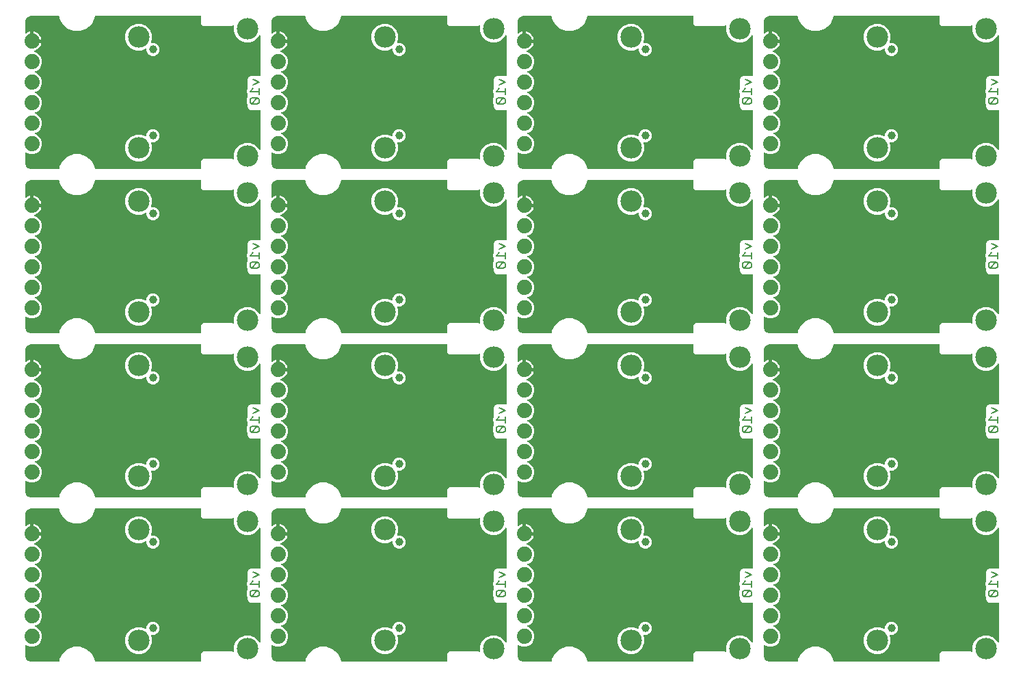
<source format=gbl>
G04 EAGLE Gerber RS-274X export*
G75*
%MOMM*%
%FSLAX34Y34*%
%LPD*%
%INBottom Copper*%
%IPPOS*%
%AMOC8*
5,1,8,0,0,1.08239X$1,22.5*%
G01*
%ADD10C,0.203200*%
%ADD11C,1.879600*%
%ADD12C,2.667000*%
%ADD13C,0.990600*%
%ADD14C,1.016000*%

G36*
X418980Y275860D02*
X418980Y275860D01*
X419092Y275869D01*
X419121Y275880D01*
X419151Y275885D01*
X419253Y275930D01*
X419358Y275970D01*
X419382Y275988D01*
X419410Y276001D01*
X419496Y276073D01*
X419586Y276140D01*
X419604Y276165D01*
X419627Y276184D01*
X419689Y276278D01*
X419757Y276367D01*
X419766Y276393D01*
X419785Y276421D01*
X419858Y276652D01*
X419869Y276684D01*
X420389Y279631D01*
X424375Y286535D01*
X430482Y291660D01*
X437974Y294387D01*
X445946Y294387D01*
X453438Y291660D01*
X459545Y286536D01*
X463531Y279631D01*
X464051Y276684D01*
X464086Y276577D01*
X464114Y276469D01*
X464129Y276442D01*
X464139Y276413D01*
X464202Y276320D01*
X464259Y276224D01*
X464281Y276203D01*
X464298Y276178D01*
X464385Y276106D01*
X464466Y276030D01*
X464494Y276016D01*
X464517Y275996D01*
X464620Y275951D01*
X464720Y275900D01*
X464747Y275896D01*
X464777Y275882D01*
X465017Y275850D01*
X465051Y275845D01*
X594360Y275845D01*
X594418Y275853D01*
X594476Y275851D01*
X594558Y275873D01*
X594642Y275885D01*
X594695Y275908D01*
X594751Y275923D01*
X594824Y275966D01*
X594901Y276001D01*
X594946Y276039D01*
X594996Y276068D01*
X595054Y276130D01*
X595118Y276184D01*
X595150Y276233D01*
X595190Y276276D01*
X595229Y276351D01*
X595276Y276421D01*
X595293Y276477D01*
X595320Y276529D01*
X595331Y276597D01*
X595361Y276692D01*
X595364Y276792D01*
X595375Y276860D01*
X595375Y286164D01*
X597756Y288545D01*
X634144Y288545D01*
X634663Y288025D01*
X634687Y288008D01*
X634706Y287985D01*
X634800Y287922D01*
X634890Y287854D01*
X634918Y287844D01*
X634942Y287828D01*
X635050Y287793D01*
X635156Y287753D01*
X635185Y287751D01*
X635213Y287742D01*
X635327Y287739D01*
X635439Y287730D01*
X635468Y287735D01*
X635497Y287735D01*
X635607Y287763D01*
X635718Y287785D01*
X635744Y287799D01*
X635772Y287806D01*
X635870Y287864D01*
X635970Y287916D01*
X635992Y287937D01*
X636017Y287952D01*
X636094Y288034D01*
X636176Y288112D01*
X636191Y288138D01*
X636211Y288159D01*
X636263Y288260D01*
X636320Y288358D01*
X636327Y288386D01*
X636341Y288412D01*
X636354Y288489D01*
X636390Y288633D01*
X636388Y288696D01*
X636396Y288743D01*
X636396Y295359D01*
X638891Y301381D01*
X643499Y305989D01*
X649521Y308484D01*
X656039Y308484D01*
X662061Y305989D01*
X666669Y301381D01*
X667082Y300385D01*
X667126Y300310D01*
X667161Y300232D01*
X667198Y300189D01*
X667227Y300140D01*
X667289Y300081D01*
X667345Y300015D01*
X667392Y299984D01*
X667433Y299945D01*
X667510Y299905D01*
X667581Y299858D01*
X667635Y299840D01*
X667686Y299814D01*
X667770Y299798D01*
X667852Y299772D01*
X667909Y299770D01*
X667965Y299759D01*
X668050Y299767D01*
X668136Y299764D01*
X668191Y299779D01*
X668248Y299784D01*
X668329Y299815D01*
X668411Y299836D01*
X668460Y299865D01*
X668513Y299886D01*
X668582Y299938D01*
X668656Y299982D01*
X668695Y300023D01*
X668740Y300057D01*
X668792Y300126D01*
X668850Y300189D01*
X668876Y300240D01*
X668910Y300285D01*
X668941Y300365D01*
X668980Y300442D01*
X668988Y300491D01*
X669011Y300551D01*
X669022Y300696D01*
X669035Y300773D01*
X669035Y348234D01*
X669027Y348292D01*
X669029Y348350D01*
X669007Y348432D01*
X668995Y348516D01*
X668972Y348569D01*
X668957Y348625D01*
X668914Y348698D01*
X668879Y348775D01*
X668841Y348820D01*
X668812Y348870D01*
X668750Y348928D01*
X668696Y348992D01*
X668647Y349024D01*
X668604Y349064D01*
X668529Y349103D01*
X668459Y349150D01*
X668403Y349167D01*
X668351Y349194D01*
X668283Y349205D01*
X668188Y349235D01*
X668088Y349238D01*
X668020Y349249D01*
X656849Y349249D01*
X654982Y350023D01*
X653553Y351452D01*
X652779Y353319D01*
X652779Y356017D01*
X652767Y356104D01*
X652764Y356191D01*
X652747Y356244D01*
X652739Y356299D01*
X652704Y356378D01*
X652677Y356462D01*
X652649Y356501D01*
X652623Y356558D01*
X652541Y356655D01*
X652523Y356685D01*
X652506Y356702D01*
X652482Y356735D01*
X652262Y356955D01*
X652262Y360093D01*
X652262Y360094D01*
X652262Y360396D01*
X652262Y360742D01*
X652262Y360743D01*
X652262Y363881D01*
X652482Y364101D01*
X652534Y364171D01*
X652594Y364235D01*
X652620Y364284D01*
X652653Y364328D01*
X652684Y364410D01*
X652724Y364488D01*
X652732Y364535D01*
X652754Y364594D01*
X652766Y364742D01*
X652779Y364819D01*
X652779Y369491D01*
X652767Y369577D01*
X652764Y369665D01*
X652747Y369717D01*
X652739Y369772D01*
X652704Y369852D01*
X652677Y369935D01*
X652649Y369974D01*
X652623Y370032D01*
X652527Y370145D01*
X652482Y370209D01*
X652262Y370428D01*
X652262Y373796D01*
X652482Y374015D01*
X652534Y374085D01*
X652594Y374149D01*
X652620Y374198D01*
X652653Y374243D01*
X652684Y374324D01*
X652724Y374402D01*
X652732Y374450D01*
X652754Y374508D01*
X652766Y374656D01*
X652779Y374733D01*
X652779Y387091D01*
X653553Y388958D01*
X654982Y390387D01*
X656849Y391161D01*
X658255Y391161D01*
X658536Y391201D01*
X658557Y391210D01*
X658576Y391213D01*
X660198Y391754D01*
X661169Y391268D01*
X661232Y391247D01*
X661292Y391216D01*
X661355Y391206D01*
X661439Y391178D01*
X661550Y391173D01*
X661623Y391161D01*
X668020Y391161D01*
X668078Y391169D01*
X668136Y391167D01*
X668218Y391189D01*
X668302Y391201D01*
X668355Y391224D01*
X668411Y391239D01*
X668484Y391282D01*
X668561Y391317D01*
X668606Y391355D01*
X668656Y391384D01*
X668714Y391446D01*
X668778Y391500D01*
X668810Y391549D01*
X668850Y391592D01*
X668889Y391667D01*
X668936Y391737D01*
X668953Y391793D01*
X668980Y391845D01*
X668991Y391913D01*
X669021Y392008D01*
X669024Y392108D01*
X669035Y392176D01*
X669035Y440907D01*
X669023Y440992D01*
X669021Y441078D01*
X669003Y441132D01*
X668995Y441188D01*
X668960Y441267D01*
X668934Y441349D01*
X668902Y441396D01*
X668879Y441448D01*
X668824Y441513D01*
X668776Y441585D01*
X668732Y441621D01*
X668696Y441665D01*
X668624Y441713D01*
X668558Y441768D01*
X668506Y441791D01*
X668459Y441822D01*
X668377Y441848D01*
X668298Y441883D01*
X668242Y441891D01*
X668188Y441908D01*
X668102Y441910D01*
X668017Y441922D01*
X667961Y441914D01*
X667904Y441916D01*
X667821Y441894D01*
X667735Y441882D01*
X667684Y441858D01*
X667629Y441844D01*
X667555Y441800D01*
X667476Y441764D01*
X667433Y441728D01*
X667384Y441698D01*
X667325Y441636D01*
X667260Y441580D01*
X667234Y441538D01*
X667190Y441491D01*
X667124Y441362D01*
X667082Y441295D01*
X666669Y440299D01*
X662061Y435691D01*
X656039Y433196D01*
X649521Y433196D01*
X643499Y435691D01*
X638891Y440299D01*
X636396Y446321D01*
X636396Y452937D01*
X636392Y452966D01*
X636395Y452995D01*
X636372Y453106D01*
X636356Y453218D01*
X636344Y453245D01*
X636339Y453274D01*
X636286Y453375D01*
X636240Y453478D01*
X636221Y453500D01*
X636208Y453526D01*
X636130Y453608D01*
X636057Y453695D01*
X636032Y453711D01*
X636012Y453732D01*
X635914Y453790D01*
X635820Y453852D01*
X635792Y453861D01*
X635767Y453876D01*
X635657Y453904D01*
X635549Y453938D01*
X635519Y453939D01*
X635491Y453946D01*
X635378Y453943D01*
X635265Y453945D01*
X635236Y453938D01*
X635207Y453937D01*
X635099Y453902D01*
X634990Y453874D01*
X634964Y453859D01*
X634936Y453850D01*
X634872Y453804D01*
X634745Y453728D01*
X634702Y453683D01*
X634663Y453655D01*
X634144Y453135D01*
X597756Y453135D01*
X595375Y455516D01*
X595375Y464820D01*
X595367Y464878D01*
X595369Y464936D01*
X595347Y465018D01*
X595335Y465102D01*
X595312Y465155D01*
X595297Y465211D01*
X595254Y465284D01*
X595219Y465361D01*
X595181Y465406D01*
X595152Y465456D01*
X595090Y465514D01*
X595036Y465578D01*
X594987Y465610D01*
X594944Y465650D01*
X594869Y465689D01*
X594799Y465736D01*
X594743Y465753D01*
X594691Y465780D01*
X594623Y465791D01*
X594528Y465821D01*
X594428Y465824D01*
X594360Y465835D01*
X465051Y465835D01*
X464940Y465820D01*
X464828Y465811D01*
X464799Y465800D01*
X464769Y465795D01*
X464667Y465750D01*
X464562Y465710D01*
X464538Y465692D01*
X464510Y465679D01*
X464424Y465607D01*
X464334Y465540D01*
X464316Y465515D01*
X464293Y465496D01*
X464231Y465402D01*
X464163Y465313D01*
X464154Y465287D01*
X464135Y465259D01*
X464062Y465028D01*
X464051Y464996D01*
X463531Y462049D01*
X459545Y455145D01*
X453438Y450020D01*
X445946Y447293D01*
X437974Y447293D01*
X430482Y450020D01*
X424375Y455144D01*
X420389Y462049D01*
X419869Y464996D01*
X419834Y465103D01*
X419806Y465211D01*
X419791Y465238D01*
X419781Y465267D01*
X419718Y465360D01*
X419661Y465456D01*
X419639Y465477D01*
X419622Y465502D01*
X419535Y465574D01*
X419454Y465650D01*
X419426Y465664D01*
X419403Y465684D01*
X419300Y465729D01*
X419200Y465780D01*
X419173Y465784D01*
X419143Y465798D01*
X418903Y465830D01*
X418869Y465835D01*
X386080Y465835D01*
X386024Y465827D01*
X385980Y465830D01*
X384494Y465684D01*
X384218Y465617D01*
X384211Y465613D01*
X384205Y465612D01*
X381458Y464474D01*
X381431Y464458D01*
X381402Y464449D01*
X381338Y464403D01*
X381213Y464329D01*
X381169Y464282D01*
X381129Y464254D01*
X379026Y462151D01*
X379008Y462127D01*
X378984Y462107D01*
X378942Y462040D01*
X378855Y461924D01*
X378833Y461864D01*
X378806Y461822D01*
X377668Y459075D01*
X377597Y458800D01*
X377598Y458792D01*
X377596Y458786D01*
X377450Y457300D01*
X377452Y457243D01*
X377445Y457200D01*
X377445Y444816D01*
X377458Y444725D01*
X377461Y444633D01*
X377477Y444584D01*
X377485Y444534D01*
X377522Y444450D01*
X377551Y444363D01*
X377580Y444321D01*
X377601Y444275D01*
X377660Y444205D01*
X377712Y444129D01*
X377752Y444097D01*
X377784Y444058D01*
X377861Y444007D01*
X377932Y443948D01*
X377979Y443928D01*
X378021Y443900D01*
X378109Y443872D01*
X378193Y443836D01*
X378244Y443830D01*
X378292Y443814D01*
X378384Y443812D01*
X378475Y443801D01*
X378526Y443808D01*
X378576Y443807D01*
X378665Y443830D01*
X378756Y443845D01*
X378796Y443865D01*
X378851Y443879D01*
X378988Y443960D01*
X379057Y443994D01*
X379823Y444551D01*
X381497Y445404D01*
X383284Y445985D01*
X384049Y446106D01*
X384049Y435356D01*
X384057Y435298D01*
X384055Y435240D01*
X384077Y435158D01*
X384089Y435075D01*
X384113Y435021D01*
X384127Y434965D01*
X384170Y434892D01*
X384205Y434815D01*
X384243Y434771D01*
X384273Y434720D01*
X384334Y434663D01*
X384389Y434598D01*
X384437Y434566D01*
X384480Y434526D01*
X384555Y434487D01*
X384625Y434441D01*
X384681Y434423D01*
X384733Y434396D01*
X384801Y434385D01*
X384896Y434355D01*
X384996Y434352D01*
X385064Y434341D01*
X386081Y434341D01*
X386081Y433324D01*
X386089Y433266D01*
X386088Y433208D01*
X386109Y433126D01*
X386121Y433043D01*
X386145Y432989D01*
X386159Y432933D01*
X386202Y432860D01*
X386237Y432783D01*
X386275Y432738D01*
X386305Y432688D01*
X386366Y432630D01*
X386421Y432566D01*
X386469Y432534D01*
X386512Y432494D01*
X386587Y432455D01*
X386657Y432409D01*
X386713Y432391D01*
X386765Y432364D01*
X386833Y432353D01*
X386928Y432323D01*
X387028Y432320D01*
X387096Y432309D01*
X397846Y432309D01*
X397725Y431544D01*
X397144Y429757D01*
X396291Y428083D01*
X395186Y426562D01*
X393858Y425234D01*
X392337Y424129D01*
X390663Y423276D01*
X389543Y422912D01*
X389481Y422882D01*
X389415Y422861D01*
X389354Y422820D01*
X389288Y422787D01*
X389237Y422741D01*
X389179Y422702D01*
X389132Y422646D01*
X389077Y422597D01*
X389041Y422538D01*
X388996Y422485D01*
X388966Y422418D01*
X388927Y422355D01*
X388909Y422288D01*
X388881Y422225D01*
X388871Y422152D01*
X388851Y422081D01*
X388851Y422012D01*
X388842Y421943D01*
X388852Y421871D01*
X388853Y421797D01*
X388873Y421730D01*
X388882Y421662D01*
X388913Y421595D01*
X388934Y421524D01*
X388971Y421466D01*
X389000Y421403D01*
X389047Y421347D01*
X389087Y421285D01*
X389139Y421239D01*
X389184Y421187D01*
X389237Y421154D01*
X389301Y421097D01*
X389405Y421048D01*
X389469Y421009D01*
X393131Y419492D01*
X396632Y415991D01*
X398527Y411416D01*
X398527Y406464D01*
X396632Y401889D01*
X393131Y398388D01*
X390209Y397178D01*
X390184Y397163D01*
X390156Y397154D01*
X390061Y397091D01*
X389964Y397033D01*
X389944Y397012D01*
X389919Y396996D01*
X389846Y396909D01*
X389769Y396827D01*
X389755Y396801D01*
X389736Y396778D01*
X389690Y396675D01*
X389639Y396574D01*
X389633Y396545D01*
X389621Y396518D01*
X389605Y396406D01*
X389584Y396295D01*
X389586Y396266D01*
X389582Y396237D01*
X389598Y396125D01*
X389608Y396012D01*
X389619Y395985D01*
X389623Y395956D01*
X389669Y395852D01*
X389710Y395747D01*
X389728Y395723D01*
X389740Y395696D01*
X389813Y395610D01*
X389882Y395520D01*
X389905Y395502D01*
X389924Y395480D01*
X389991Y395438D01*
X390109Y395350D01*
X390168Y395328D01*
X390209Y395302D01*
X393131Y394092D01*
X396632Y390591D01*
X398527Y386016D01*
X398527Y381064D01*
X396632Y376489D01*
X393131Y372988D01*
X390209Y371778D01*
X390184Y371763D01*
X390156Y371754D01*
X390061Y371691D01*
X389964Y371633D01*
X389944Y371612D01*
X389919Y371596D01*
X389846Y371509D01*
X389769Y371427D01*
X389755Y371401D01*
X389736Y371378D01*
X389690Y371275D01*
X389639Y371174D01*
X389633Y371145D01*
X389621Y371118D01*
X389605Y371006D01*
X389584Y370895D01*
X389586Y370866D01*
X389582Y370837D01*
X389598Y370725D01*
X389608Y370612D01*
X389619Y370585D01*
X389623Y370556D01*
X389669Y370452D01*
X389710Y370347D01*
X389728Y370323D01*
X389740Y370296D01*
X389813Y370210D01*
X389882Y370120D01*
X389905Y370102D01*
X389924Y370080D01*
X389991Y370038D01*
X390109Y369950D01*
X390168Y369928D01*
X390209Y369902D01*
X393131Y368692D01*
X396632Y365191D01*
X398527Y360616D01*
X398527Y355664D01*
X396632Y351089D01*
X393131Y347588D01*
X390209Y346378D01*
X390184Y346363D01*
X390156Y346354D01*
X390061Y346291D01*
X389964Y346233D01*
X389944Y346212D01*
X389919Y346196D01*
X389846Y346109D01*
X389769Y346027D01*
X389755Y346001D01*
X389736Y345978D01*
X389690Y345875D01*
X389639Y345774D01*
X389633Y345745D01*
X389621Y345718D01*
X389605Y345606D01*
X389584Y345495D01*
X389586Y345466D01*
X389582Y345437D01*
X389598Y345325D01*
X389608Y345212D01*
X389619Y345185D01*
X389623Y345156D01*
X389669Y345052D01*
X389710Y344947D01*
X389728Y344923D01*
X389740Y344896D01*
X389813Y344810D01*
X389882Y344720D01*
X389905Y344702D01*
X389924Y344680D01*
X389991Y344638D01*
X390109Y344550D01*
X390168Y344528D01*
X390209Y344502D01*
X393131Y343292D01*
X396632Y339791D01*
X398527Y335216D01*
X398527Y330264D01*
X396632Y325689D01*
X393131Y322188D01*
X390209Y320978D01*
X390184Y320963D01*
X390156Y320954D01*
X390061Y320891D01*
X389964Y320833D01*
X389944Y320812D01*
X389919Y320796D01*
X389846Y320709D01*
X389769Y320627D01*
X389755Y320601D01*
X389736Y320578D01*
X389690Y320475D01*
X389639Y320374D01*
X389633Y320345D01*
X389621Y320318D01*
X389605Y320206D01*
X389584Y320095D01*
X389586Y320066D01*
X389582Y320037D01*
X389598Y319925D01*
X389608Y319812D01*
X389619Y319785D01*
X389623Y319756D01*
X389669Y319652D01*
X389710Y319547D01*
X389728Y319523D01*
X389740Y319496D01*
X389813Y319410D01*
X389882Y319320D01*
X389905Y319302D01*
X389924Y319280D01*
X389991Y319238D01*
X390109Y319150D01*
X390168Y319128D01*
X390209Y319102D01*
X393131Y317892D01*
X396632Y314391D01*
X398527Y309816D01*
X398527Y304864D01*
X396632Y300289D01*
X393131Y296788D01*
X388556Y294893D01*
X383604Y294893D01*
X378849Y296863D01*
X378737Y296892D01*
X378628Y296926D01*
X378600Y296927D01*
X378573Y296934D01*
X378459Y296931D01*
X378344Y296934D01*
X378317Y296927D01*
X378289Y296926D01*
X378180Y296891D01*
X378069Y296862D01*
X378045Y296848D01*
X378018Y296839D01*
X377923Y296775D01*
X377824Y296717D01*
X377805Y296696D01*
X377782Y296681D01*
X377708Y296593D01*
X377630Y296509D01*
X377617Y296485D01*
X377599Y296463D01*
X377553Y296359D01*
X377500Y296256D01*
X377496Y296232D01*
X377484Y296204D01*
X377447Y295940D01*
X377445Y295925D01*
X377445Y284480D01*
X377453Y284424D01*
X377450Y284381D01*
X377596Y282894D01*
X377663Y282618D01*
X377667Y282611D01*
X377668Y282605D01*
X378806Y279858D01*
X378822Y279831D01*
X378831Y279802D01*
X378877Y279738D01*
X378951Y279613D01*
X378998Y279569D01*
X379026Y279529D01*
X381129Y277426D01*
X381153Y277408D01*
X381173Y277384D01*
X381240Y277342D01*
X381356Y277255D01*
X381416Y277233D01*
X381458Y277206D01*
X384205Y276068D01*
X384480Y275997D01*
X384488Y275998D01*
X384494Y275996D01*
X385980Y275850D01*
X386037Y275852D01*
X386080Y275845D01*
X418869Y275845D01*
X418980Y275860D01*
G37*
G36*
X418980Y479060D02*
X418980Y479060D01*
X419092Y479069D01*
X419121Y479080D01*
X419151Y479085D01*
X419253Y479130D01*
X419358Y479170D01*
X419382Y479188D01*
X419410Y479201D01*
X419496Y479273D01*
X419586Y479340D01*
X419604Y479365D01*
X419627Y479384D01*
X419689Y479478D01*
X419757Y479567D01*
X419766Y479593D01*
X419785Y479621D01*
X419858Y479852D01*
X419869Y479884D01*
X420389Y482831D01*
X424375Y489735D01*
X430482Y494860D01*
X437974Y497587D01*
X445946Y497587D01*
X453438Y494860D01*
X459545Y489736D01*
X463531Y482831D01*
X464051Y479884D01*
X464086Y479777D01*
X464114Y479669D01*
X464129Y479642D01*
X464139Y479613D01*
X464202Y479520D01*
X464259Y479424D01*
X464281Y479403D01*
X464298Y479378D01*
X464385Y479306D01*
X464466Y479230D01*
X464494Y479216D01*
X464517Y479196D01*
X464620Y479151D01*
X464720Y479100D01*
X464747Y479096D01*
X464777Y479082D01*
X465017Y479050D01*
X465051Y479045D01*
X594360Y479045D01*
X594418Y479053D01*
X594476Y479051D01*
X594558Y479073D01*
X594642Y479085D01*
X594695Y479108D01*
X594751Y479123D01*
X594824Y479166D01*
X594901Y479201D01*
X594946Y479239D01*
X594996Y479268D01*
X595054Y479330D01*
X595118Y479384D01*
X595150Y479433D01*
X595190Y479476D01*
X595229Y479551D01*
X595276Y479621D01*
X595293Y479677D01*
X595320Y479729D01*
X595331Y479797D01*
X595361Y479892D01*
X595364Y479992D01*
X595375Y480060D01*
X595375Y489364D01*
X597756Y491745D01*
X634144Y491745D01*
X634663Y491225D01*
X634687Y491208D01*
X634706Y491185D01*
X634800Y491122D01*
X634890Y491054D01*
X634918Y491044D01*
X634942Y491028D01*
X635050Y490993D01*
X635156Y490953D01*
X635185Y490951D01*
X635213Y490942D01*
X635327Y490939D01*
X635439Y490930D01*
X635468Y490935D01*
X635497Y490935D01*
X635607Y490963D01*
X635718Y490985D01*
X635744Y490999D01*
X635772Y491006D01*
X635870Y491064D01*
X635970Y491116D01*
X635992Y491137D01*
X636017Y491152D01*
X636094Y491234D01*
X636176Y491312D01*
X636191Y491338D01*
X636211Y491359D01*
X636263Y491460D01*
X636320Y491558D01*
X636327Y491586D01*
X636341Y491612D01*
X636354Y491689D01*
X636390Y491833D01*
X636388Y491896D01*
X636396Y491943D01*
X636396Y498559D01*
X638891Y504581D01*
X643499Y509189D01*
X649521Y511684D01*
X656039Y511684D01*
X662061Y509189D01*
X666669Y504581D01*
X667082Y503585D01*
X667126Y503510D01*
X667161Y503432D01*
X667198Y503389D01*
X667227Y503340D01*
X667289Y503281D01*
X667345Y503215D01*
X667392Y503184D01*
X667433Y503145D01*
X667510Y503105D01*
X667581Y503058D01*
X667635Y503040D01*
X667686Y503014D01*
X667770Y502998D01*
X667852Y502972D01*
X667909Y502970D01*
X667965Y502959D01*
X668050Y502967D01*
X668136Y502964D01*
X668191Y502979D01*
X668248Y502984D01*
X668329Y503015D01*
X668411Y503036D01*
X668460Y503065D01*
X668513Y503086D01*
X668582Y503138D01*
X668656Y503182D01*
X668695Y503223D01*
X668740Y503257D01*
X668792Y503326D01*
X668850Y503389D01*
X668876Y503440D01*
X668910Y503485D01*
X668941Y503565D01*
X668980Y503642D01*
X668988Y503691D01*
X669011Y503751D01*
X669022Y503896D01*
X669035Y503973D01*
X669035Y551434D01*
X669027Y551492D01*
X669029Y551550D01*
X669007Y551632D01*
X668995Y551716D01*
X668972Y551769D01*
X668957Y551825D01*
X668914Y551898D01*
X668879Y551975D01*
X668841Y552020D01*
X668812Y552070D01*
X668750Y552128D01*
X668696Y552192D01*
X668647Y552224D01*
X668604Y552264D01*
X668529Y552303D01*
X668459Y552350D01*
X668403Y552367D01*
X668351Y552394D01*
X668283Y552405D01*
X668188Y552435D01*
X668088Y552438D01*
X668020Y552449D01*
X656849Y552449D01*
X654982Y553223D01*
X653553Y554652D01*
X652779Y556519D01*
X652779Y559217D01*
X652767Y559304D01*
X652764Y559391D01*
X652747Y559444D01*
X652739Y559499D01*
X652704Y559578D01*
X652677Y559662D01*
X652649Y559701D01*
X652623Y559758D01*
X652541Y559855D01*
X652523Y559885D01*
X652506Y559902D01*
X652482Y559935D01*
X652262Y560155D01*
X652262Y563293D01*
X652262Y563294D01*
X652262Y563596D01*
X652262Y563942D01*
X652262Y563943D01*
X652262Y567081D01*
X652482Y567301D01*
X652534Y567371D01*
X652594Y567435D01*
X652620Y567484D01*
X652653Y567528D01*
X652684Y567610D01*
X652724Y567688D01*
X652732Y567735D01*
X652754Y567794D01*
X652766Y567942D01*
X652779Y568019D01*
X652779Y572691D01*
X652767Y572777D01*
X652764Y572865D01*
X652747Y572917D01*
X652739Y572972D01*
X652704Y573052D01*
X652677Y573135D01*
X652649Y573174D01*
X652623Y573232D01*
X652527Y573345D01*
X652482Y573409D01*
X652262Y573628D01*
X652262Y576996D01*
X652482Y577215D01*
X652534Y577285D01*
X652594Y577349D01*
X652620Y577398D01*
X652653Y577443D01*
X652684Y577524D01*
X652724Y577602D01*
X652732Y577650D01*
X652754Y577708D01*
X652766Y577856D01*
X652779Y577933D01*
X652779Y590291D01*
X653553Y592158D01*
X654982Y593587D01*
X656849Y594361D01*
X658255Y594361D01*
X658536Y594401D01*
X658557Y594410D01*
X658576Y594413D01*
X660198Y594954D01*
X661169Y594468D01*
X661232Y594447D01*
X661292Y594416D01*
X661355Y594406D01*
X661439Y594378D01*
X661550Y594373D01*
X661623Y594361D01*
X668020Y594361D01*
X668078Y594369D01*
X668136Y594367D01*
X668218Y594389D01*
X668302Y594401D01*
X668355Y594424D01*
X668411Y594439D01*
X668484Y594482D01*
X668561Y594517D01*
X668606Y594555D01*
X668656Y594584D01*
X668714Y594646D01*
X668778Y594700D01*
X668810Y594749D01*
X668850Y594792D01*
X668889Y594867D01*
X668936Y594937D01*
X668953Y594993D01*
X668980Y595045D01*
X668991Y595113D01*
X669021Y595208D01*
X669024Y595308D01*
X669035Y595376D01*
X669035Y644107D01*
X669023Y644192D01*
X669021Y644278D01*
X669003Y644332D01*
X668995Y644388D01*
X668960Y644467D01*
X668934Y644549D01*
X668902Y644596D01*
X668879Y644648D01*
X668824Y644713D01*
X668776Y644785D01*
X668732Y644821D01*
X668696Y644865D01*
X668624Y644913D01*
X668558Y644968D01*
X668506Y644991D01*
X668459Y645022D01*
X668377Y645048D01*
X668298Y645083D01*
X668242Y645091D01*
X668188Y645108D01*
X668102Y645110D01*
X668017Y645122D01*
X667961Y645114D01*
X667904Y645116D01*
X667821Y645094D01*
X667735Y645082D01*
X667684Y645058D01*
X667629Y645044D01*
X667555Y645000D01*
X667476Y644964D01*
X667433Y644928D01*
X667384Y644898D01*
X667325Y644836D01*
X667260Y644780D01*
X667234Y644738D01*
X667190Y644691D01*
X667124Y644562D01*
X667082Y644495D01*
X666669Y643499D01*
X662061Y638891D01*
X656039Y636396D01*
X649521Y636396D01*
X643499Y638891D01*
X638891Y643499D01*
X636396Y649521D01*
X636396Y656137D01*
X636392Y656166D01*
X636395Y656195D01*
X636372Y656306D01*
X636356Y656418D01*
X636344Y656445D01*
X636339Y656474D01*
X636286Y656575D01*
X636240Y656678D01*
X636221Y656700D01*
X636208Y656726D01*
X636130Y656808D01*
X636057Y656895D01*
X636032Y656911D01*
X636012Y656932D01*
X635914Y656990D01*
X635820Y657052D01*
X635792Y657061D01*
X635767Y657076D01*
X635657Y657104D01*
X635549Y657138D01*
X635519Y657139D01*
X635491Y657146D01*
X635378Y657143D01*
X635265Y657145D01*
X635236Y657138D01*
X635207Y657137D01*
X635099Y657102D01*
X634990Y657074D01*
X634964Y657059D01*
X634936Y657050D01*
X634872Y657004D01*
X634745Y656928D01*
X634702Y656883D01*
X634663Y656855D01*
X634144Y656335D01*
X597756Y656335D01*
X595375Y658716D01*
X595375Y668020D01*
X595367Y668078D01*
X595369Y668136D01*
X595347Y668218D01*
X595335Y668302D01*
X595312Y668355D01*
X595297Y668411D01*
X595254Y668484D01*
X595219Y668561D01*
X595181Y668606D01*
X595152Y668656D01*
X595090Y668714D01*
X595036Y668778D01*
X594987Y668810D01*
X594944Y668850D01*
X594869Y668889D01*
X594799Y668936D01*
X594743Y668953D01*
X594691Y668980D01*
X594623Y668991D01*
X594528Y669021D01*
X594428Y669024D01*
X594360Y669035D01*
X465051Y669035D01*
X464940Y669020D01*
X464828Y669011D01*
X464799Y669000D01*
X464769Y668995D01*
X464667Y668950D01*
X464562Y668910D01*
X464538Y668892D01*
X464510Y668879D01*
X464424Y668807D01*
X464334Y668740D01*
X464316Y668715D01*
X464293Y668696D01*
X464231Y668602D01*
X464163Y668513D01*
X464154Y668487D01*
X464135Y668459D01*
X464062Y668228D01*
X464051Y668196D01*
X463531Y665249D01*
X459545Y658345D01*
X453438Y653220D01*
X445946Y650493D01*
X437974Y650493D01*
X430482Y653220D01*
X424375Y658344D01*
X420389Y665249D01*
X419869Y668196D01*
X419834Y668303D01*
X419806Y668411D01*
X419791Y668438D01*
X419781Y668467D01*
X419718Y668560D01*
X419661Y668656D01*
X419639Y668677D01*
X419622Y668702D01*
X419535Y668774D01*
X419454Y668850D01*
X419426Y668864D01*
X419403Y668884D01*
X419300Y668929D01*
X419200Y668980D01*
X419173Y668984D01*
X419143Y668998D01*
X418903Y669030D01*
X418869Y669035D01*
X386080Y669035D01*
X386024Y669027D01*
X385980Y669030D01*
X384494Y668884D01*
X384218Y668817D01*
X384211Y668813D01*
X384205Y668812D01*
X381458Y667674D01*
X381431Y667658D01*
X381402Y667649D01*
X381338Y667603D01*
X381213Y667529D01*
X381169Y667482D01*
X381129Y667454D01*
X379026Y665351D01*
X379008Y665327D01*
X378984Y665307D01*
X378942Y665240D01*
X378855Y665124D01*
X378833Y665064D01*
X378806Y665022D01*
X377668Y662275D01*
X377597Y662000D01*
X377598Y661992D01*
X377596Y661986D01*
X377450Y660500D01*
X377452Y660443D01*
X377445Y660400D01*
X377445Y648016D01*
X377458Y647925D01*
X377461Y647833D01*
X377477Y647784D01*
X377485Y647734D01*
X377522Y647650D01*
X377551Y647563D01*
X377580Y647521D01*
X377601Y647475D01*
X377660Y647405D01*
X377712Y647329D01*
X377752Y647297D01*
X377784Y647258D01*
X377861Y647207D01*
X377932Y647148D01*
X377979Y647128D01*
X378021Y647100D01*
X378109Y647072D01*
X378193Y647036D01*
X378244Y647030D01*
X378292Y647014D01*
X378384Y647012D01*
X378475Y647001D01*
X378526Y647008D01*
X378576Y647007D01*
X378665Y647030D01*
X378756Y647045D01*
X378796Y647065D01*
X378851Y647079D01*
X378988Y647160D01*
X379057Y647194D01*
X379823Y647751D01*
X381497Y648604D01*
X383284Y649185D01*
X384049Y649306D01*
X384049Y638556D01*
X384057Y638498D01*
X384055Y638440D01*
X384077Y638358D01*
X384089Y638275D01*
X384113Y638221D01*
X384127Y638165D01*
X384170Y638092D01*
X384205Y638015D01*
X384243Y637971D01*
X384273Y637920D01*
X384334Y637863D01*
X384389Y637798D01*
X384437Y637766D01*
X384480Y637726D01*
X384555Y637687D01*
X384625Y637641D01*
X384681Y637623D01*
X384733Y637596D01*
X384801Y637585D01*
X384896Y637555D01*
X384996Y637552D01*
X385064Y637541D01*
X386081Y637541D01*
X386081Y636524D01*
X386089Y636466D01*
X386088Y636408D01*
X386109Y636326D01*
X386121Y636243D01*
X386145Y636189D01*
X386159Y636133D01*
X386202Y636060D01*
X386237Y635983D01*
X386275Y635938D01*
X386305Y635888D01*
X386366Y635830D01*
X386421Y635766D01*
X386469Y635734D01*
X386512Y635694D01*
X386587Y635655D01*
X386657Y635609D01*
X386713Y635591D01*
X386765Y635564D01*
X386833Y635553D01*
X386928Y635523D01*
X387028Y635520D01*
X387096Y635509D01*
X397846Y635509D01*
X397725Y634744D01*
X397144Y632957D01*
X396291Y631283D01*
X395186Y629762D01*
X393858Y628434D01*
X392337Y627329D01*
X390663Y626476D01*
X389543Y626112D01*
X389481Y626082D01*
X389415Y626061D01*
X389354Y626020D01*
X389288Y625987D01*
X389237Y625941D01*
X389179Y625902D01*
X389132Y625846D01*
X389077Y625797D01*
X389041Y625738D01*
X388996Y625685D01*
X388966Y625618D01*
X388927Y625555D01*
X388909Y625488D01*
X388881Y625425D01*
X388871Y625352D01*
X388851Y625281D01*
X388851Y625212D01*
X388842Y625143D01*
X388852Y625071D01*
X388853Y624997D01*
X388873Y624930D01*
X388882Y624862D01*
X388913Y624795D01*
X388934Y624724D01*
X388971Y624666D01*
X389000Y624603D01*
X389047Y624547D01*
X389087Y624485D01*
X389139Y624439D01*
X389184Y624387D01*
X389237Y624354D01*
X389301Y624297D01*
X389405Y624248D01*
X389469Y624209D01*
X393131Y622692D01*
X396632Y619191D01*
X398527Y614616D01*
X398527Y609664D01*
X396632Y605089D01*
X393131Y601588D01*
X390209Y600378D01*
X390184Y600363D01*
X390156Y600354D01*
X390061Y600291D01*
X389964Y600233D01*
X389944Y600212D01*
X389919Y600196D01*
X389846Y600109D01*
X389769Y600027D01*
X389755Y600001D01*
X389736Y599978D01*
X389690Y599875D01*
X389639Y599774D01*
X389633Y599745D01*
X389621Y599718D01*
X389605Y599606D01*
X389584Y599495D01*
X389586Y599466D01*
X389582Y599437D01*
X389598Y599325D01*
X389608Y599212D01*
X389619Y599185D01*
X389623Y599156D01*
X389669Y599052D01*
X389710Y598947D01*
X389728Y598923D01*
X389740Y598896D01*
X389813Y598810D01*
X389882Y598720D01*
X389905Y598702D01*
X389924Y598680D01*
X389991Y598638D01*
X390109Y598550D01*
X390168Y598528D01*
X390209Y598502D01*
X393131Y597292D01*
X396632Y593791D01*
X398527Y589216D01*
X398527Y584264D01*
X396632Y579689D01*
X393131Y576188D01*
X390209Y574978D01*
X390184Y574963D01*
X390156Y574954D01*
X390061Y574891D01*
X389964Y574833D01*
X389944Y574812D01*
X389919Y574796D01*
X389846Y574709D01*
X389769Y574627D01*
X389755Y574601D01*
X389736Y574578D01*
X389690Y574475D01*
X389639Y574374D01*
X389633Y574345D01*
X389621Y574318D01*
X389605Y574206D01*
X389584Y574095D01*
X389586Y574066D01*
X389582Y574037D01*
X389598Y573925D01*
X389608Y573812D01*
X389619Y573785D01*
X389623Y573756D01*
X389669Y573652D01*
X389710Y573547D01*
X389728Y573523D01*
X389740Y573496D01*
X389813Y573410D01*
X389882Y573320D01*
X389905Y573302D01*
X389924Y573280D01*
X389991Y573238D01*
X390109Y573150D01*
X390168Y573128D01*
X390209Y573102D01*
X393131Y571892D01*
X396632Y568391D01*
X398527Y563816D01*
X398527Y558864D01*
X396632Y554289D01*
X393131Y550788D01*
X390209Y549578D01*
X390184Y549563D01*
X390156Y549554D01*
X390061Y549491D01*
X389964Y549433D01*
X389944Y549412D01*
X389919Y549396D01*
X389846Y549309D01*
X389769Y549227D01*
X389755Y549201D01*
X389736Y549178D01*
X389690Y549075D01*
X389639Y548974D01*
X389633Y548945D01*
X389621Y548918D01*
X389605Y548806D01*
X389584Y548695D01*
X389586Y548666D01*
X389582Y548637D01*
X389598Y548525D01*
X389608Y548412D01*
X389619Y548385D01*
X389623Y548356D01*
X389669Y548252D01*
X389710Y548147D01*
X389728Y548123D01*
X389740Y548096D01*
X389813Y548010D01*
X389882Y547920D01*
X389905Y547902D01*
X389924Y547880D01*
X389991Y547838D01*
X390109Y547750D01*
X390168Y547728D01*
X390209Y547702D01*
X393131Y546492D01*
X396632Y542991D01*
X398527Y538416D01*
X398527Y533464D01*
X396632Y528889D01*
X393131Y525388D01*
X390209Y524178D01*
X390184Y524163D01*
X390156Y524154D01*
X390061Y524091D01*
X389964Y524033D01*
X389944Y524012D01*
X389919Y523996D01*
X389846Y523909D01*
X389769Y523827D01*
X389755Y523801D01*
X389736Y523778D01*
X389690Y523675D01*
X389639Y523574D01*
X389633Y523545D01*
X389621Y523518D01*
X389605Y523406D01*
X389584Y523295D01*
X389586Y523266D01*
X389582Y523237D01*
X389598Y523125D01*
X389608Y523012D01*
X389619Y522985D01*
X389623Y522956D01*
X389669Y522852D01*
X389710Y522747D01*
X389728Y522723D01*
X389740Y522696D01*
X389813Y522610D01*
X389882Y522520D01*
X389905Y522502D01*
X389924Y522480D01*
X389991Y522438D01*
X390109Y522350D01*
X390168Y522328D01*
X390209Y522302D01*
X393131Y521092D01*
X396632Y517591D01*
X398527Y513016D01*
X398527Y508064D01*
X396632Y503489D01*
X393131Y499988D01*
X388556Y498093D01*
X383604Y498093D01*
X378849Y500063D01*
X378737Y500092D01*
X378628Y500126D01*
X378600Y500127D01*
X378573Y500134D01*
X378459Y500131D01*
X378344Y500134D01*
X378317Y500127D01*
X378289Y500126D01*
X378180Y500091D01*
X378069Y500062D01*
X378045Y500048D01*
X378018Y500039D01*
X377923Y499975D01*
X377824Y499917D01*
X377805Y499896D01*
X377782Y499881D01*
X377708Y499793D01*
X377630Y499709D01*
X377617Y499685D01*
X377599Y499663D01*
X377553Y499559D01*
X377500Y499456D01*
X377496Y499432D01*
X377484Y499404D01*
X377447Y499140D01*
X377445Y499125D01*
X377445Y487680D01*
X377453Y487624D01*
X377450Y487581D01*
X377596Y486094D01*
X377663Y485818D01*
X377667Y485811D01*
X377668Y485805D01*
X378806Y483058D01*
X378822Y483031D01*
X378831Y483002D01*
X378877Y482938D01*
X378951Y482813D01*
X378998Y482769D01*
X379026Y482729D01*
X381129Y480626D01*
X381153Y480608D01*
X381173Y480584D01*
X381240Y480542D01*
X381356Y480455D01*
X381416Y480433D01*
X381458Y480406D01*
X384205Y479268D01*
X384480Y479197D01*
X384488Y479198D01*
X384494Y479196D01*
X385980Y479050D01*
X386037Y479052D01*
X386080Y479045D01*
X418869Y479045D01*
X418980Y479060D01*
G37*
G36*
X418980Y682260D02*
X418980Y682260D01*
X419092Y682269D01*
X419121Y682280D01*
X419151Y682285D01*
X419253Y682330D01*
X419358Y682370D01*
X419382Y682388D01*
X419410Y682401D01*
X419496Y682473D01*
X419586Y682540D01*
X419604Y682565D01*
X419627Y682584D01*
X419689Y682678D01*
X419757Y682767D01*
X419766Y682793D01*
X419785Y682821D01*
X419858Y683052D01*
X419869Y683084D01*
X420389Y686031D01*
X424375Y692935D01*
X430482Y698060D01*
X437974Y700787D01*
X445946Y700787D01*
X453438Y698060D01*
X459545Y692936D01*
X463531Y686031D01*
X464051Y683084D01*
X464086Y682977D01*
X464114Y682869D01*
X464129Y682842D01*
X464139Y682813D01*
X464202Y682720D01*
X464259Y682624D01*
X464281Y682603D01*
X464298Y682578D01*
X464385Y682506D01*
X464466Y682430D01*
X464494Y682416D01*
X464517Y682396D01*
X464620Y682351D01*
X464720Y682300D01*
X464747Y682296D01*
X464777Y682282D01*
X465017Y682250D01*
X465051Y682245D01*
X594360Y682245D01*
X594418Y682253D01*
X594476Y682251D01*
X594558Y682273D01*
X594642Y682285D01*
X594695Y682308D01*
X594751Y682323D01*
X594824Y682366D01*
X594901Y682401D01*
X594946Y682439D01*
X594996Y682468D01*
X595054Y682530D01*
X595118Y682584D01*
X595150Y682633D01*
X595190Y682676D01*
X595229Y682751D01*
X595276Y682821D01*
X595293Y682877D01*
X595320Y682929D01*
X595331Y682997D01*
X595361Y683092D01*
X595364Y683192D01*
X595375Y683260D01*
X595375Y692564D01*
X597756Y694945D01*
X634144Y694945D01*
X634663Y694425D01*
X634687Y694408D01*
X634706Y694385D01*
X634800Y694322D01*
X634890Y694254D01*
X634918Y694244D01*
X634942Y694228D01*
X635050Y694193D01*
X635156Y694153D01*
X635185Y694151D01*
X635213Y694142D01*
X635327Y694139D01*
X635439Y694130D01*
X635468Y694135D01*
X635497Y694135D01*
X635607Y694163D01*
X635718Y694185D01*
X635744Y694199D01*
X635772Y694206D01*
X635870Y694264D01*
X635970Y694316D01*
X635992Y694337D01*
X636017Y694352D01*
X636094Y694434D01*
X636176Y694512D01*
X636191Y694538D01*
X636211Y694559D01*
X636263Y694660D01*
X636320Y694758D01*
X636327Y694786D01*
X636341Y694812D01*
X636354Y694889D01*
X636390Y695033D01*
X636388Y695096D01*
X636396Y695143D01*
X636396Y701759D01*
X638891Y707781D01*
X643499Y712389D01*
X649521Y714884D01*
X656039Y714884D01*
X662061Y712389D01*
X666669Y707781D01*
X667082Y706785D01*
X667126Y706711D01*
X667161Y706632D01*
X667198Y706589D01*
X667227Y706540D01*
X667289Y706481D01*
X667345Y706415D01*
X667392Y706384D01*
X667433Y706345D01*
X667510Y706305D01*
X667581Y706258D01*
X667635Y706240D01*
X667686Y706214D01*
X667770Y706198D01*
X667852Y706172D01*
X667909Y706170D01*
X667965Y706159D01*
X668050Y706167D01*
X668136Y706164D01*
X668191Y706179D01*
X668248Y706184D01*
X668328Y706215D01*
X668411Y706236D01*
X668460Y706265D01*
X668513Y706286D01*
X668582Y706338D01*
X668656Y706382D01*
X668695Y706423D01*
X668740Y706457D01*
X668792Y706526D01*
X668850Y706589D01*
X668876Y706639D01*
X668910Y706685D01*
X668941Y706766D01*
X668980Y706842D01*
X668988Y706891D01*
X669011Y706951D01*
X669022Y707096D01*
X669035Y707173D01*
X669035Y754634D01*
X669027Y754692D01*
X669029Y754750D01*
X669007Y754832D01*
X668995Y754916D01*
X668972Y754969D01*
X668957Y755025D01*
X668914Y755098D01*
X668879Y755175D01*
X668841Y755220D01*
X668812Y755270D01*
X668750Y755328D01*
X668696Y755392D01*
X668647Y755424D01*
X668604Y755464D01*
X668529Y755503D01*
X668459Y755550D01*
X668403Y755567D01*
X668351Y755594D01*
X668283Y755605D01*
X668188Y755635D01*
X668088Y755638D01*
X668020Y755649D01*
X656849Y755649D01*
X654982Y756423D01*
X653553Y757852D01*
X652779Y759719D01*
X652779Y762417D01*
X652767Y762504D01*
X652764Y762591D01*
X652747Y762644D01*
X652739Y762699D01*
X652704Y762778D01*
X652677Y762862D01*
X652649Y762901D01*
X652623Y762958D01*
X652541Y763055D01*
X652523Y763085D01*
X652506Y763102D01*
X652482Y763135D01*
X652262Y763355D01*
X652262Y766493D01*
X652262Y766494D01*
X652262Y766796D01*
X652262Y767142D01*
X652262Y767143D01*
X652262Y770281D01*
X652482Y770501D01*
X652534Y770571D01*
X652594Y770635D01*
X652620Y770684D01*
X652653Y770728D01*
X652684Y770810D01*
X652724Y770888D01*
X652732Y770935D01*
X652754Y770994D01*
X652766Y771142D01*
X652779Y771219D01*
X652779Y775891D01*
X652767Y775977D01*
X652764Y776065D01*
X652747Y776117D01*
X652739Y776172D01*
X652704Y776252D01*
X652677Y776335D01*
X652649Y776374D01*
X652623Y776432D01*
X652527Y776545D01*
X652482Y776609D01*
X652262Y776828D01*
X652262Y780196D01*
X652482Y780415D01*
X652534Y780485D01*
X652594Y780549D01*
X652620Y780598D01*
X652653Y780643D01*
X652684Y780724D01*
X652724Y780802D01*
X652732Y780850D01*
X652754Y780908D01*
X652766Y781056D01*
X652779Y781133D01*
X652779Y793491D01*
X653553Y795358D01*
X654982Y796787D01*
X656849Y797561D01*
X658255Y797561D01*
X658536Y797601D01*
X658557Y797610D01*
X658576Y797613D01*
X660198Y798154D01*
X661169Y797668D01*
X661232Y797647D01*
X661292Y797616D01*
X661355Y797606D01*
X661439Y797578D01*
X661550Y797573D01*
X661623Y797561D01*
X668020Y797561D01*
X668078Y797569D01*
X668136Y797567D01*
X668218Y797589D01*
X668302Y797601D01*
X668355Y797624D01*
X668411Y797639D01*
X668484Y797682D01*
X668561Y797717D01*
X668606Y797755D01*
X668656Y797784D01*
X668714Y797846D01*
X668778Y797900D01*
X668810Y797949D01*
X668850Y797992D01*
X668889Y798067D01*
X668936Y798137D01*
X668953Y798193D01*
X668980Y798245D01*
X668991Y798313D01*
X669021Y798408D01*
X669024Y798508D01*
X669035Y798576D01*
X669035Y847307D01*
X669023Y847392D01*
X669021Y847478D01*
X669003Y847532D01*
X668995Y847588D01*
X668960Y847667D01*
X668934Y847749D01*
X668902Y847796D01*
X668879Y847848D01*
X668824Y847913D01*
X668776Y847985D01*
X668732Y848021D01*
X668696Y848065D01*
X668624Y848112D01*
X668558Y848168D01*
X668506Y848191D01*
X668459Y848222D01*
X668377Y848248D01*
X668298Y848283D01*
X668242Y848291D01*
X668188Y848308D01*
X668102Y848310D01*
X668017Y848322D01*
X667961Y848314D01*
X667904Y848316D01*
X667821Y848294D01*
X667736Y848282D01*
X667684Y848258D01*
X667629Y848244D01*
X667555Y848200D01*
X667476Y848164D01*
X667433Y848128D01*
X667384Y848098D01*
X667325Y848036D01*
X667260Y847980D01*
X667234Y847938D01*
X667190Y847891D01*
X667124Y847762D01*
X667082Y847695D01*
X666669Y846699D01*
X662061Y842091D01*
X656039Y839596D01*
X649521Y839596D01*
X643499Y842091D01*
X638891Y846699D01*
X636396Y852721D01*
X636396Y859337D01*
X636392Y859366D01*
X636395Y859395D01*
X636372Y859506D01*
X636356Y859618D01*
X636344Y859645D01*
X636339Y859674D01*
X636286Y859775D01*
X636240Y859878D01*
X636221Y859900D01*
X636208Y859926D01*
X636130Y860008D01*
X636057Y860095D01*
X636032Y860111D01*
X636012Y860132D01*
X635914Y860190D01*
X635820Y860252D01*
X635792Y860261D01*
X635767Y860276D01*
X635657Y860304D01*
X635549Y860338D01*
X635519Y860339D01*
X635491Y860346D01*
X635378Y860343D01*
X635265Y860345D01*
X635236Y860338D01*
X635207Y860337D01*
X635099Y860302D01*
X634990Y860274D01*
X634964Y860259D01*
X634936Y860250D01*
X634872Y860204D01*
X634745Y860128D01*
X634702Y860083D01*
X634663Y860055D01*
X634144Y859535D01*
X597756Y859535D01*
X595375Y861916D01*
X595375Y871220D01*
X595367Y871278D01*
X595369Y871336D01*
X595347Y871418D01*
X595335Y871502D01*
X595312Y871555D01*
X595297Y871611D01*
X595254Y871684D01*
X595219Y871761D01*
X595181Y871806D01*
X595152Y871856D01*
X595090Y871914D01*
X595036Y871978D01*
X594987Y872010D01*
X594944Y872050D01*
X594869Y872089D01*
X594799Y872136D01*
X594743Y872153D01*
X594691Y872180D01*
X594623Y872191D01*
X594528Y872221D01*
X594428Y872224D01*
X594360Y872235D01*
X465051Y872235D01*
X464940Y872220D01*
X464828Y872211D01*
X464799Y872200D01*
X464769Y872195D01*
X464667Y872150D01*
X464562Y872110D01*
X464538Y872092D01*
X464510Y872079D01*
X464424Y872007D01*
X464334Y871940D01*
X464316Y871915D01*
X464293Y871896D01*
X464231Y871802D01*
X464163Y871713D01*
X464154Y871687D01*
X464135Y871659D01*
X464062Y871428D01*
X464051Y871396D01*
X463531Y868449D01*
X459545Y861545D01*
X453438Y856420D01*
X445946Y853693D01*
X437974Y853693D01*
X430482Y856420D01*
X424375Y861544D01*
X420389Y868449D01*
X419869Y871396D01*
X419834Y871503D01*
X419806Y871611D01*
X419791Y871638D01*
X419781Y871667D01*
X419718Y871760D01*
X419661Y871856D01*
X419639Y871877D01*
X419622Y871902D01*
X419535Y871974D01*
X419454Y872050D01*
X419426Y872064D01*
X419403Y872084D01*
X419300Y872129D01*
X419200Y872180D01*
X419173Y872184D01*
X419143Y872198D01*
X418903Y872230D01*
X418869Y872235D01*
X386080Y872235D01*
X386024Y872227D01*
X385980Y872230D01*
X384494Y872084D01*
X384218Y872017D01*
X384211Y872013D01*
X384205Y872012D01*
X381458Y870874D01*
X381431Y870858D01*
X381402Y870849D01*
X381338Y870803D01*
X381213Y870729D01*
X381169Y870682D01*
X381129Y870654D01*
X379026Y868551D01*
X379008Y868527D01*
X378984Y868507D01*
X378942Y868440D01*
X378855Y868324D01*
X378833Y868264D01*
X378806Y868222D01*
X377668Y865475D01*
X377597Y865200D01*
X377598Y865192D01*
X377596Y865186D01*
X377450Y863700D01*
X377452Y863643D01*
X377445Y863600D01*
X377445Y851216D01*
X377458Y851125D01*
X377461Y851033D01*
X377477Y850984D01*
X377485Y850934D01*
X377522Y850850D01*
X377551Y850763D01*
X377580Y850721D01*
X377601Y850675D01*
X377660Y850605D01*
X377712Y850529D01*
X377752Y850497D01*
X377784Y850458D01*
X377861Y850407D01*
X377932Y850348D01*
X377979Y850328D01*
X378021Y850300D01*
X378109Y850272D01*
X378193Y850236D01*
X378244Y850230D01*
X378292Y850214D01*
X378384Y850212D01*
X378475Y850201D01*
X378526Y850208D01*
X378576Y850207D01*
X378665Y850230D01*
X378756Y850245D01*
X378796Y850265D01*
X378851Y850279D01*
X378988Y850360D01*
X379057Y850394D01*
X379823Y850951D01*
X381497Y851804D01*
X383284Y852385D01*
X384049Y852506D01*
X384049Y841756D01*
X384057Y841698D01*
X384055Y841640D01*
X384077Y841558D01*
X384089Y841475D01*
X384113Y841421D01*
X384127Y841365D01*
X384170Y841292D01*
X384205Y841215D01*
X384243Y841171D01*
X384273Y841120D01*
X384334Y841063D01*
X384389Y840998D01*
X384437Y840966D01*
X384480Y840926D01*
X384555Y840887D01*
X384625Y840841D01*
X384681Y840823D01*
X384733Y840796D01*
X384801Y840785D01*
X384896Y840755D01*
X384996Y840752D01*
X385064Y840741D01*
X386081Y840741D01*
X386081Y839724D01*
X386089Y839666D01*
X386088Y839608D01*
X386109Y839526D01*
X386121Y839443D01*
X386145Y839389D01*
X386159Y839333D01*
X386202Y839260D01*
X386237Y839183D01*
X386275Y839138D01*
X386305Y839088D01*
X386366Y839030D01*
X386421Y838966D01*
X386469Y838934D01*
X386512Y838894D01*
X386587Y838855D01*
X386657Y838809D01*
X386713Y838791D01*
X386765Y838764D01*
X386833Y838753D01*
X386928Y838723D01*
X387028Y838720D01*
X387096Y838709D01*
X397846Y838709D01*
X397725Y837944D01*
X397144Y836157D01*
X396291Y834483D01*
X395186Y832962D01*
X393858Y831634D01*
X392337Y830529D01*
X390663Y829676D01*
X389543Y829312D01*
X389481Y829282D01*
X389415Y829261D01*
X389354Y829220D01*
X389288Y829187D01*
X389237Y829141D01*
X389179Y829102D01*
X389132Y829046D01*
X389077Y828997D01*
X389041Y828938D01*
X388996Y828885D01*
X388966Y828817D01*
X388927Y828755D01*
X388909Y828688D01*
X388881Y828625D01*
X388871Y828552D01*
X388851Y828481D01*
X388851Y828412D01*
X388842Y828343D01*
X388852Y828270D01*
X388853Y828197D01*
X388873Y828131D01*
X388882Y828062D01*
X388913Y827995D01*
X388934Y827924D01*
X388971Y827866D01*
X389000Y827803D01*
X389047Y827747D01*
X389087Y827685D01*
X389139Y827639D01*
X389184Y827587D01*
X389237Y827554D01*
X389301Y827497D01*
X389405Y827448D01*
X389469Y827409D01*
X393131Y825892D01*
X396632Y822391D01*
X398527Y817816D01*
X398527Y812864D01*
X396632Y808289D01*
X393131Y804788D01*
X390209Y803578D01*
X390184Y803563D01*
X390156Y803554D01*
X390061Y803491D01*
X389964Y803433D01*
X389944Y803412D01*
X389919Y803396D01*
X389846Y803309D01*
X389769Y803227D01*
X389755Y803201D01*
X389736Y803178D01*
X389690Y803075D01*
X389639Y802974D01*
X389633Y802945D01*
X389621Y802918D01*
X389605Y802806D01*
X389584Y802695D01*
X389586Y802666D01*
X389582Y802637D01*
X389598Y802525D01*
X389608Y802412D01*
X389619Y802385D01*
X389623Y802356D01*
X389669Y802252D01*
X389710Y802147D01*
X389728Y802123D01*
X389740Y802096D01*
X389813Y802010D01*
X389882Y801920D01*
X389905Y801902D01*
X389924Y801880D01*
X389991Y801838D01*
X390109Y801750D01*
X390168Y801728D01*
X390209Y801702D01*
X393131Y800492D01*
X396632Y796991D01*
X398527Y792416D01*
X398527Y787464D01*
X396632Y782889D01*
X393131Y779388D01*
X390209Y778178D01*
X390184Y778163D01*
X390156Y778154D01*
X390061Y778091D01*
X389964Y778033D01*
X389944Y778012D01*
X389919Y777996D01*
X389846Y777909D01*
X389769Y777827D01*
X389755Y777801D01*
X389736Y777778D01*
X389690Y777675D01*
X389639Y777574D01*
X389633Y777545D01*
X389621Y777518D01*
X389605Y777406D01*
X389584Y777295D01*
X389586Y777266D01*
X389582Y777237D01*
X389598Y777125D01*
X389608Y777012D01*
X389619Y776985D01*
X389623Y776956D01*
X389669Y776852D01*
X389710Y776747D01*
X389728Y776723D01*
X389740Y776696D01*
X389813Y776610D01*
X389882Y776520D01*
X389905Y776502D01*
X389924Y776480D01*
X389991Y776438D01*
X390109Y776350D01*
X390168Y776328D01*
X390209Y776302D01*
X393131Y775092D01*
X396632Y771591D01*
X398527Y767016D01*
X398527Y762064D01*
X396632Y757489D01*
X393131Y753988D01*
X390209Y752778D01*
X390184Y752763D01*
X390156Y752754D01*
X390061Y752691D01*
X389964Y752633D01*
X389944Y752612D01*
X389919Y752596D01*
X389846Y752509D01*
X389769Y752427D01*
X389755Y752401D01*
X389736Y752378D01*
X389690Y752275D01*
X389639Y752174D01*
X389633Y752145D01*
X389621Y752118D01*
X389605Y752006D01*
X389584Y751895D01*
X389586Y751866D01*
X389582Y751837D01*
X389598Y751725D01*
X389608Y751612D01*
X389619Y751585D01*
X389623Y751556D01*
X389669Y751452D01*
X389710Y751347D01*
X389728Y751323D01*
X389740Y751296D01*
X389813Y751210D01*
X389882Y751120D01*
X389905Y751102D01*
X389924Y751080D01*
X389991Y751038D01*
X390109Y750950D01*
X390168Y750928D01*
X390209Y750902D01*
X393131Y749692D01*
X396632Y746191D01*
X398527Y741616D01*
X398527Y736664D01*
X396632Y732089D01*
X393131Y728588D01*
X390209Y727378D01*
X390184Y727363D01*
X390156Y727354D01*
X390061Y727291D01*
X389964Y727233D01*
X389944Y727212D01*
X389919Y727196D01*
X389846Y727109D01*
X389769Y727027D01*
X389755Y727001D01*
X389736Y726978D01*
X389690Y726875D01*
X389639Y726774D01*
X389633Y726745D01*
X389621Y726718D01*
X389605Y726606D01*
X389584Y726495D01*
X389586Y726466D01*
X389582Y726437D01*
X389598Y726325D01*
X389608Y726212D01*
X389619Y726185D01*
X389623Y726156D01*
X389669Y726052D01*
X389710Y725947D01*
X389728Y725923D01*
X389740Y725896D01*
X389813Y725810D01*
X389882Y725720D01*
X389905Y725702D01*
X389924Y725680D01*
X389991Y725638D01*
X390109Y725550D01*
X390168Y725528D01*
X390209Y725502D01*
X393131Y724292D01*
X396632Y720791D01*
X398527Y716216D01*
X398527Y711264D01*
X396632Y706689D01*
X393131Y703188D01*
X388556Y701293D01*
X383604Y701293D01*
X378849Y703263D01*
X378737Y703292D01*
X378628Y703326D01*
X378600Y703327D01*
X378573Y703334D01*
X378459Y703331D01*
X378344Y703334D01*
X378317Y703327D01*
X378289Y703326D01*
X378180Y703291D01*
X378069Y703262D01*
X378045Y703248D01*
X378018Y703239D01*
X377923Y703175D01*
X377824Y703117D01*
X377805Y703096D01*
X377782Y703081D01*
X377708Y702993D01*
X377630Y702909D01*
X377617Y702885D01*
X377599Y702863D01*
X377553Y702759D01*
X377500Y702656D01*
X377496Y702632D01*
X377484Y702604D01*
X377447Y702340D01*
X377445Y702325D01*
X377445Y690880D01*
X377453Y690824D01*
X377450Y690781D01*
X377596Y689294D01*
X377663Y689018D01*
X377667Y689011D01*
X377668Y689005D01*
X378806Y686258D01*
X378822Y686231D01*
X378831Y686202D01*
X378877Y686138D01*
X378951Y686013D01*
X378998Y685969D01*
X379026Y685929D01*
X381129Y683826D01*
X381153Y683808D01*
X381173Y683784D01*
X381240Y683742D01*
X381356Y683655D01*
X381416Y683633D01*
X381458Y683606D01*
X384205Y682468D01*
X384480Y682397D01*
X384488Y682398D01*
X384494Y682396D01*
X385980Y682250D01*
X386037Y682252D01*
X386080Y682245D01*
X418869Y682245D01*
X418980Y682260D01*
G37*
G36*
X723780Y72660D02*
X723780Y72660D01*
X723892Y72669D01*
X723921Y72680D01*
X723951Y72685D01*
X724053Y72730D01*
X724158Y72770D01*
X724182Y72788D01*
X724210Y72801D01*
X724296Y72873D01*
X724386Y72940D01*
X724404Y72965D01*
X724427Y72984D01*
X724489Y73078D01*
X724557Y73167D01*
X724566Y73193D01*
X724585Y73221D01*
X724658Y73452D01*
X724669Y73484D01*
X725189Y76431D01*
X729175Y83335D01*
X735282Y88460D01*
X742774Y91187D01*
X750746Y91187D01*
X758238Y88460D01*
X764345Y83336D01*
X768331Y76431D01*
X768851Y73484D01*
X768886Y73377D01*
X768914Y73269D01*
X768929Y73242D01*
X768939Y73213D01*
X769002Y73120D01*
X769059Y73024D01*
X769081Y73003D01*
X769098Y72978D01*
X769185Y72906D01*
X769266Y72830D01*
X769294Y72816D01*
X769317Y72796D01*
X769420Y72751D01*
X769520Y72700D01*
X769547Y72696D01*
X769577Y72682D01*
X769817Y72650D01*
X769851Y72645D01*
X899160Y72645D01*
X899218Y72653D01*
X899276Y72651D01*
X899358Y72673D01*
X899442Y72685D01*
X899495Y72708D01*
X899551Y72723D01*
X899624Y72766D01*
X899701Y72801D01*
X899746Y72839D01*
X899796Y72868D01*
X899854Y72930D01*
X899918Y72984D01*
X899950Y73033D01*
X899990Y73076D01*
X900029Y73151D01*
X900076Y73221D01*
X900093Y73277D01*
X900120Y73329D01*
X900131Y73397D01*
X900161Y73492D01*
X900164Y73592D01*
X900175Y73660D01*
X900175Y82964D01*
X902556Y85345D01*
X938944Y85345D01*
X939463Y84825D01*
X939487Y84808D01*
X939506Y84785D01*
X939600Y84722D01*
X939690Y84654D01*
X939718Y84644D01*
X939742Y84628D01*
X939850Y84593D01*
X939956Y84553D01*
X939985Y84551D01*
X940013Y84542D01*
X940127Y84539D01*
X940239Y84530D01*
X940268Y84535D01*
X940297Y84535D01*
X940407Y84563D01*
X940518Y84585D01*
X940544Y84599D01*
X940572Y84606D01*
X940670Y84664D01*
X940770Y84716D01*
X940792Y84737D01*
X940817Y84752D01*
X940894Y84834D01*
X940976Y84912D01*
X940991Y84938D01*
X941011Y84959D01*
X941063Y85060D01*
X941120Y85158D01*
X941127Y85186D01*
X941141Y85212D01*
X941154Y85289D01*
X941190Y85433D01*
X941188Y85496D01*
X941196Y85543D01*
X941196Y92159D01*
X943691Y98181D01*
X948299Y102789D01*
X954321Y105284D01*
X960839Y105284D01*
X966861Y102789D01*
X971469Y98181D01*
X971882Y97185D01*
X971926Y97110D01*
X971961Y97032D01*
X971998Y96989D01*
X972027Y96940D01*
X972089Y96881D01*
X972145Y96815D01*
X972192Y96784D01*
X972233Y96745D01*
X972310Y96705D01*
X972381Y96658D01*
X972435Y96640D01*
X972486Y96614D01*
X972570Y96598D01*
X972652Y96572D01*
X972709Y96570D01*
X972765Y96559D01*
X972850Y96567D01*
X972936Y96564D01*
X972991Y96579D01*
X973048Y96584D01*
X973129Y96615D01*
X973211Y96636D01*
X973260Y96665D01*
X973313Y96686D01*
X973382Y96738D01*
X973456Y96782D01*
X973495Y96823D01*
X973540Y96857D01*
X973592Y96926D01*
X973650Y96989D01*
X973676Y97040D01*
X973710Y97085D01*
X973741Y97165D01*
X973780Y97242D01*
X973788Y97291D01*
X973811Y97351D01*
X973822Y97496D01*
X973835Y97573D01*
X973835Y145034D01*
X973827Y145092D01*
X973829Y145150D01*
X973807Y145232D01*
X973795Y145316D01*
X973772Y145369D01*
X973757Y145425D01*
X973714Y145498D01*
X973679Y145575D01*
X973641Y145620D01*
X973612Y145670D01*
X973550Y145728D01*
X973496Y145792D01*
X973447Y145824D01*
X973404Y145864D01*
X973329Y145903D01*
X973259Y145950D01*
X973203Y145967D01*
X973151Y145994D01*
X973083Y146005D01*
X972988Y146035D01*
X972888Y146038D01*
X972820Y146049D01*
X961649Y146049D01*
X959782Y146823D01*
X958353Y148252D01*
X957579Y150119D01*
X957579Y152817D01*
X957567Y152904D01*
X957564Y152991D01*
X957547Y153044D01*
X957539Y153099D01*
X957504Y153178D01*
X957477Y153262D01*
X957449Y153301D01*
X957423Y153358D01*
X957341Y153455D01*
X957323Y153485D01*
X957306Y153502D01*
X957282Y153535D01*
X957062Y153755D01*
X957062Y156893D01*
X957062Y156894D01*
X957062Y157196D01*
X957062Y157542D01*
X957062Y157543D01*
X957062Y160681D01*
X957282Y160901D01*
X957334Y160971D01*
X957394Y161035D01*
X957420Y161084D01*
X957453Y161128D01*
X957484Y161210D01*
X957524Y161288D01*
X957532Y161335D01*
X957554Y161394D01*
X957566Y161542D01*
X957579Y161619D01*
X957579Y166291D01*
X957567Y166377D01*
X957564Y166465D01*
X957547Y166517D01*
X957539Y166572D01*
X957504Y166652D01*
X957477Y166735D01*
X957449Y166774D01*
X957423Y166832D01*
X957327Y166945D01*
X957282Y167009D01*
X957062Y167228D01*
X957062Y170596D01*
X957282Y170815D01*
X957334Y170885D01*
X957394Y170949D01*
X957420Y170998D01*
X957453Y171043D01*
X957484Y171124D01*
X957524Y171202D01*
X957532Y171250D01*
X957554Y171308D01*
X957566Y171456D01*
X957579Y171533D01*
X957579Y183891D01*
X958353Y185758D01*
X959782Y187187D01*
X961649Y187961D01*
X963055Y187961D01*
X963336Y188001D01*
X963357Y188010D01*
X963376Y188013D01*
X964998Y188554D01*
X965969Y188068D01*
X966032Y188047D01*
X966092Y188016D01*
X966155Y188006D01*
X966239Y187978D01*
X966350Y187973D01*
X966423Y187961D01*
X972820Y187961D01*
X972878Y187969D01*
X972936Y187967D01*
X973018Y187989D01*
X973102Y188001D01*
X973155Y188024D01*
X973211Y188039D01*
X973284Y188082D01*
X973361Y188117D01*
X973406Y188155D01*
X973456Y188184D01*
X973514Y188246D01*
X973578Y188300D01*
X973610Y188349D01*
X973650Y188392D01*
X973689Y188467D01*
X973736Y188537D01*
X973753Y188593D01*
X973780Y188645D01*
X973791Y188713D01*
X973821Y188808D01*
X973824Y188908D01*
X973835Y188976D01*
X973835Y237707D01*
X973823Y237792D01*
X973821Y237878D01*
X973803Y237932D01*
X973795Y237988D01*
X973760Y238067D01*
X973734Y238149D01*
X973702Y238196D01*
X973679Y238248D01*
X973624Y238313D01*
X973576Y238385D01*
X973532Y238421D01*
X973496Y238465D01*
X973424Y238512D01*
X973358Y238568D01*
X973306Y238591D01*
X973259Y238622D01*
X973177Y238648D01*
X973098Y238683D01*
X973042Y238691D01*
X972988Y238708D01*
X972902Y238710D01*
X972817Y238722D01*
X972761Y238714D01*
X972704Y238716D01*
X972621Y238694D01*
X972536Y238682D01*
X972484Y238658D01*
X972429Y238644D01*
X972355Y238600D01*
X972276Y238564D01*
X972233Y238528D01*
X972184Y238498D01*
X972125Y238436D01*
X972060Y238380D01*
X972034Y238338D01*
X971990Y238291D01*
X971924Y238162D01*
X971882Y238095D01*
X971469Y237099D01*
X966861Y232491D01*
X960839Y229996D01*
X954321Y229996D01*
X948299Y232491D01*
X943691Y237099D01*
X941196Y243121D01*
X941196Y249737D01*
X941192Y249766D01*
X941195Y249795D01*
X941172Y249906D01*
X941156Y250018D01*
X941144Y250045D01*
X941139Y250074D01*
X941086Y250175D01*
X941040Y250278D01*
X941021Y250300D01*
X941008Y250326D01*
X940930Y250408D01*
X940857Y250495D01*
X940832Y250511D01*
X940812Y250532D01*
X940714Y250590D01*
X940620Y250652D01*
X940592Y250661D01*
X940567Y250676D01*
X940457Y250704D01*
X940349Y250738D01*
X940319Y250739D01*
X940291Y250746D01*
X940178Y250743D01*
X940065Y250745D01*
X940036Y250738D01*
X940007Y250737D01*
X939899Y250702D01*
X939790Y250674D01*
X939764Y250659D01*
X939736Y250650D01*
X939672Y250604D01*
X939545Y250528D01*
X939502Y250483D01*
X939463Y250455D01*
X938944Y249935D01*
X902556Y249935D01*
X900175Y252316D01*
X900175Y261620D01*
X900167Y261678D01*
X900169Y261736D01*
X900147Y261818D01*
X900135Y261902D01*
X900112Y261955D01*
X900097Y262011D01*
X900054Y262084D01*
X900019Y262161D01*
X899981Y262206D01*
X899952Y262256D01*
X899890Y262314D01*
X899836Y262378D01*
X899787Y262410D01*
X899744Y262450D01*
X899669Y262489D01*
X899599Y262536D01*
X899543Y262553D01*
X899491Y262580D01*
X899423Y262591D01*
X899328Y262621D01*
X899228Y262624D01*
X899160Y262635D01*
X769851Y262635D01*
X769740Y262620D01*
X769628Y262611D01*
X769599Y262600D01*
X769569Y262595D01*
X769467Y262550D01*
X769362Y262510D01*
X769338Y262492D01*
X769310Y262479D01*
X769224Y262407D01*
X769134Y262340D01*
X769116Y262315D01*
X769093Y262296D01*
X769031Y262202D01*
X768963Y262113D01*
X768954Y262087D01*
X768935Y262059D01*
X768862Y261828D01*
X768851Y261796D01*
X768331Y258849D01*
X764345Y251945D01*
X758238Y246820D01*
X750746Y244093D01*
X742774Y244093D01*
X735282Y246820D01*
X729175Y251944D01*
X725189Y258849D01*
X724669Y261796D01*
X724634Y261903D01*
X724606Y262011D01*
X724591Y262038D01*
X724581Y262067D01*
X724518Y262160D01*
X724461Y262256D01*
X724439Y262277D01*
X724422Y262302D01*
X724335Y262374D01*
X724254Y262450D01*
X724226Y262464D01*
X724203Y262484D01*
X724100Y262529D01*
X724000Y262580D01*
X723973Y262584D01*
X723943Y262598D01*
X723703Y262630D01*
X723669Y262635D01*
X690880Y262635D01*
X690824Y262627D01*
X690780Y262630D01*
X689294Y262484D01*
X689018Y262417D01*
X689011Y262413D01*
X689005Y262412D01*
X686258Y261274D01*
X686231Y261258D01*
X686202Y261249D01*
X686138Y261203D01*
X686013Y261129D01*
X685969Y261082D01*
X685929Y261054D01*
X683826Y258951D01*
X683808Y258927D01*
X683784Y258907D01*
X683742Y258840D01*
X683655Y258724D01*
X683633Y258664D01*
X683606Y258622D01*
X682468Y255875D01*
X682397Y255600D01*
X682398Y255592D01*
X682396Y255586D01*
X682250Y254100D01*
X682252Y254043D01*
X682245Y254000D01*
X682245Y241616D01*
X682258Y241525D01*
X682261Y241433D01*
X682277Y241384D01*
X682285Y241334D01*
X682322Y241250D01*
X682351Y241163D01*
X682380Y241121D01*
X682401Y241075D01*
X682460Y241005D01*
X682512Y240929D01*
X682552Y240896D01*
X682584Y240858D01*
X682661Y240807D01*
X682732Y240748D01*
X682779Y240728D01*
X682821Y240700D01*
X682909Y240672D01*
X682993Y240636D01*
X683044Y240630D01*
X683092Y240614D01*
X683184Y240612D01*
X683275Y240601D01*
X683326Y240608D01*
X683376Y240607D01*
X683465Y240630D01*
X683556Y240645D01*
X683596Y240665D01*
X683651Y240679D01*
X683788Y240760D01*
X683857Y240794D01*
X684623Y241351D01*
X686297Y242204D01*
X688084Y242785D01*
X688849Y242906D01*
X688849Y232156D01*
X688857Y232098D01*
X688855Y232040D01*
X688877Y231958D01*
X688889Y231875D01*
X688913Y231821D01*
X688927Y231765D01*
X688970Y231692D01*
X689005Y231615D01*
X689043Y231571D01*
X689073Y231520D01*
X689134Y231463D01*
X689189Y231398D01*
X689237Y231366D01*
X689280Y231326D01*
X689355Y231287D01*
X689425Y231241D01*
X689481Y231223D01*
X689533Y231196D01*
X689601Y231185D01*
X689696Y231155D01*
X689796Y231152D01*
X689864Y231141D01*
X690881Y231141D01*
X690881Y230124D01*
X690889Y230066D01*
X690888Y230008D01*
X690909Y229926D01*
X690921Y229843D01*
X690945Y229789D01*
X690959Y229733D01*
X691002Y229660D01*
X691037Y229583D01*
X691075Y229538D01*
X691105Y229488D01*
X691166Y229430D01*
X691221Y229366D01*
X691269Y229334D01*
X691312Y229294D01*
X691387Y229255D01*
X691457Y229209D01*
X691513Y229191D01*
X691565Y229164D01*
X691633Y229153D01*
X691728Y229123D01*
X691828Y229120D01*
X691896Y229109D01*
X702646Y229109D01*
X702525Y228344D01*
X701944Y226557D01*
X701091Y224883D01*
X699986Y223362D01*
X698658Y222034D01*
X697137Y220929D01*
X695463Y220076D01*
X694343Y219712D01*
X694281Y219682D01*
X694215Y219661D01*
X694154Y219620D01*
X694088Y219587D01*
X694037Y219541D01*
X693979Y219502D01*
X693932Y219446D01*
X693877Y219397D01*
X693841Y219338D01*
X693796Y219285D01*
X693766Y219217D01*
X693727Y219155D01*
X693709Y219088D01*
X693681Y219025D01*
X693671Y218952D01*
X693651Y218881D01*
X693651Y218812D01*
X693642Y218743D01*
X693652Y218670D01*
X693653Y218597D01*
X693673Y218531D01*
X693682Y218462D01*
X693713Y218395D01*
X693734Y218324D01*
X693771Y218266D01*
X693800Y218203D01*
X693847Y218147D01*
X693887Y218085D01*
X693939Y218039D01*
X693984Y217987D01*
X694037Y217954D01*
X694101Y217897D01*
X694205Y217848D01*
X694269Y217809D01*
X697931Y216292D01*
X701432Y212791D01*
X703327Y208216D01*
X703327Y203264D01*
X701432Y198689D01*
X697931Y195188D01*
X695009Y193978D01*
X694984Y193963D01*
X694956Y193954D01*
X694861Y193891D01*
X694764Y193833D01*
X694744Y193812D01*
X694719Y193796D01*
X694646Y193709D01*
X694569Y193627D01*
X694555Y193601D01*
X694536Y193578D01*
X694490Y193475D01*
X694439Y193374D01*
X694433Y193345D01*
X694421Y193318D01*
X694405Y193206D01*
X694384Y193095D01*
X694386Y193066D01*
X694382Y193037D01*
X694398Y192925D01*
X694408Y192812D01*
X694419Y192785D01*
X694423Y192756D01*
X694469Y192652D01*
X694510Y192547D01*
X694528Y192523D01*
X694540Y192496D01*
X694613Y192410D01*
X694682Y192320D01*
X694705Y192302D01*
X694724Y192280D01*
X694791Y192238D01*
X694909Y192150D01*
X694968Y192128D01*
X695009Y192102D01*
X697931Y190892D01*
X701432Y187391D01*
X703327Y182816D01*
X703327Y177864D01*
X701432Y173289D01*
X697931Y169788D01*
X695009Y168578D01*
X694984Y168563D01*
X694956Y168554D01*
X694861Y168491D01*
X694764Y168433D01*
X694744Y168412D01*
X694719Y168396D01*
X694646Y168309D01*
X694569Y168227D01*
X694555Y168201D01*
X694536Y168178D01*
X694490Y168075D01*
X694439Y167974D01*
X694433Y167945D01*
X694421Y167918D01*
X694405Y167806D01*
X694384Y167695D01*
X694386Y167666D01*
X694382Y167637D01*
X694398Y167525D01*
X694408Y167412D01*
X694419Y167385D01*
X694423Y167356D01*
X694469Y167252D01*
X694510Y167147D01*
X694528Y167123D01*
X694540Y167096D01*
X694613Y167010D01*
X694682Y166920D01*
X694705Y166902D01*
X694724Y166880D01*
X694791Y166838D01*
X694909Y166750D01*
X694968Y166728D01*
X695009Y166702D01*
X697931Y165492D01*
X701432Y161991D01*
X703327Y157416D01*
X703327Y152464D01*
X701432Y147889D01*
X697931Y144388D01*
X695009Y143178D01*
X694984Y143163D01*
X694956Y143154D01*
X694861Y143091D01*
X694764Y143033D01*
X694744Y143012D01*
X694719Y142996D01*
X694646Y142909D01*
X694569Y142827D01*
X694555Y142801D01*
X694536Y142778D01*
X694490Y142675D01*
X694439Y142574D01*
X694433Y142545D01*
X694421Y142518D01*
X694405Y142406D01*
X694384Y142295D01*
X694386Y142266D01*
X694382Y142237D01*
X694398Y142125D01*
X694408Y142012D01*
X694419Y141985D01*
X694423Y141956D01*
X694469Y141852D01*
X694510Y141747D01*
X694528Y141723D01*
X694540Y141696D01*
X694613Y141610D01*
X694682Y141520D01*
X694705Y141502D01*
X694724Y141480D01*
X694791Y141438D01*
X694909Y141350D01*
X694968Y141328D01*
X695009Y141302D01*
X697931Y140092D01*
X701432Y136591D01*
X703327Y132016D01*
X703327Y127064D01*
X701432Y122489D01*
X697931Y118988D01*
X695009Y117778D01*
X694984Y117763D01*
X694956Y117754D01*
X694861Y117691D01*
X694764Y117633D01*
X694744Y117612D01*
X694719Y117596D01*
X694646Y117509D01*
X694569Y117427D01*
X694555Y117401D01*
X694536Y117378D01*
X694490Y117275D01*
X694439Y117174D01*
X694433Y117145D01*
X694421Y117118D01*
X694405Y117006D01*
X694384Y116895D01*
X694386Y116866D01*
X694382Y116837D01*
X694398Y116725D01*
X694408Y116612D01*
X694419Y116585D01*
X694423Y116556D01*
X694469Y116452D01*
X694510Y116347D01*
X694528Y116323D01*
X694540Y116296D01*
X694613Y116210D01*
X694682Y116120D01*
X694705Y116102D01*
X694724Y116080D01*
X694791Y116038D01*
X694909Y115950D01*
X694968Y115928D01*
X695009Y115902D01*
X697931Y114692D01*
X701432Y111191D01*
X703327Y106616D01*
X703327Y101664D01*
X701432Y97089D01*
X697931Y93588D01*
X693356Y91693D01*
X688404Y91693D01*
X683649Y93663D01*
X683537Y93692D01*
X683428Y93726D01*
X683400Y93727D01*
X683373Y93734D01*
X683259Y93731D01*
X683144Y93734D01*
X683117Y93727D01*
X683089Y93726D01*
X682980Y93691D01*
X682869Y93662D01*
X682845Y93648D01*
X682818Y93639D01*
X682723Y93575D01*
X682624Y93517D01*
X682605Y93496D01*
X682582Y93481D01*
X682508Y93393D01*
X682430Y93309D01*
X682417Y93285D01*
X682399Y93263D01*
X682353Y93159D01*
X682300Y93056D01*
X682296Y93032D01*
X682284Y93004D01*
X682247Y92740D01*
X682245Y92725D01*
X682245Y81280D01*
X682253Y81224D01*
X682250Y81180D01*
X682396Y79694D01*
X682463Y79418D01*
X682467Y79411D01*
X682468Y79405D01*
X683606Y76658D01*
X683622Y76631D01*
X683631Y76602D01*
X683677Y76538D01*
X683751Y76413D01*
X683798Y76369D01*
X683826Y76329D01*
X685929Y74226D01*
X685953Y74208D01*
X685973Y74184D01*
X686040Y74142D01*
X686156Y74055D01*
X686216Y74033D01*
X686258Y74006D01*
X689005Y72868D01*
X689280Y72797D01*
X689288Y72798D01*
X689294Y72796D01*
X690780Y72650D01*
X690837Y72652D01*
X690880Y72645D01*
X723669Y72645D01*
X723780Y72660D01*
G37*
G36*
X114180Y682260D02*
X114180Y682260D01*
X114292Y682269D01*
X114321Y682280D01*
X114351Y682285D01*
X114453Y682330D01*
X114558Y682370D01*
X114582Y682388D01*
X114610Y682401D01*
X114696Y682473D01*
X114786Y682540D01*
X114804Y682565D01*
X114827Y682584D01*
X114889Y682678D01*
X114957Y682767D01*
X114966Y682793D01*
X114985Y682821D01*
X115058Y683052D01*
X115069Y683084D01*
X115589Y686031D01*
X119575Y692935D01*
X125682Y698060D01*
X133174Y700787D01*
X141146Y700787D01*
X148638Y698060D01*
X154745Y692936D01*
X158731Y686031D01*
X159251Y683084D01*
X159286Y682977D01*
X159314Y682869D01*
X159329Y682842D01*
X159339Y682813D01*
X159402Y682720D01*
X159459Y682624D01*
X159481Y682603D01*
X159498Y682578D01*
X159585Y682506D01*
X159666Y682430D01*
X159694Y682416D01*
X159717Y682396D01*
X159820Y682351D01*
X159920Y682300D01*
X159947Y682296D01*
X159977Y682282D01*
X160217Y682250D01*
X160251Y682245D01*
X289560Y682245D01*
X289618Y682253D01*
X289676Y682251D01*
X289758Y682273D01*
X289842Y682285D01*
X289895Y682308D01*
X289951Y682323D01*
X290024Y682366D01*
X290101Y682401D01*
X290146Y682439D01*
X290196Y682468D01*
X290254Y682530D01*
X290318Y682584D01*
X290350Y682633D01*
X290390Y682676D01*
X290429Y682751D01*
X290476Y682821D01*
X290493Y682877D01*
X290520Y682929D01*
X290531Y682997D01*
X290561Y683092D01*
X290564Y683192D01*
X290575Y683260D01*
X290575Y692564D01*
X292956Y694945D01*
X329344Y694945D01*
X329863Y694425D01*
X329887Y694408D01*
X329906Y694385D01*
X330000Y694322D01*
X330090Y694254D01*
X330118Y694244D01*
X330142Y694228D01*
X330250Y694193D01*
X330356Y694153D01*
X330385Y694151D01*
X330413Y694142D01*
X330527Y694139D01*
X330639Y694130D01*
X330668Y694135D01*
X330697Y694135D01*
X330807Y694163D01*
X330918Y694185D01*
X330944Y694199D01*
X330972Y694206D01*
X331070Y694264D01*
X331170Y694316D01*
X331192Y694337D01*
X331217Y694352D01*
X331294Y694434D01*
X331376Y694512D01*
X331391Y694538D01*
X331411Y694559D01*
X331463Y694660D01*
X331520Y694758D01*
X331527Y694786D01*
X331541Y694812D01*
X331554Y694889D01*
X331590Y695033D01*
X331588Y695096D01*
X331596Y695143D01*
X331596Y701759D01*
X334091Y707781D01*
X338699Y712389D01*
X344721Y714884D01*
X351239Y714884D01*
X357261Y712389D01*
X361869Y707781D01*
X362282Y706785D01*
X362326Y706710D01*
X362361Y706632D01*
X362398Y706589D01*
X362427Y706540D01*
X362489Y706481D01*
X362545Y706415D01*
X362592Y706384D01*
X362633Y706345D01*
X362710Y706305D01*
X362781Y706258D01*
X362835Y706240D01*
X362886Y706214D01*
X362970Y706198D01*
X363052Y706172D01*
X363109Y706170D01*
X363165Y706159D01*
X363250Y706167D01*
X363336Y706164D01*
X363391Y706179D01*
X363448Y706184D01*
X363529Y706215D01*
X363611Y706236D01*
X363660Y706265D01*
X363713Y706286D01*
X363782Y706338D01*
X363856Y706382D01*
X363895Y706423D01*
X363940Y706457D01*
X363992Y706526D01*
X364050Y706589D01*
X364076Y706640D01*
X364110Y706685D01*
X364141Y706765D01*
X364180Y706842D01*
X364188Y706891D01*
X364211Y706951D01*
X364222Y707096D01*
X364235Y707173D01*
X364235Y754634D01*
X364227Y754692D01*
X364229Y754750D01*
X364207Y754832D01*
X364195Y754916D01*
X364172Y754969D01*
X364157Y755025D01*
X364114Y755098D01*
X364079Y755175D01*
X364041Y755220D01*
X364012Y755270D01*
X363950Y755328D01*
X363896Y755392D01*
X363847Y755424D01*
X363804Y755464D01*
X363729Y755503D01*
X363659Y755550D01*
X363603Y755567D01*
X363551Y755594D01*
X363483Y755605D01*
X363388Y755635D01*
X363288Y755638D01*
X363220Y755649D01*
X352049Y755649D01*
X350182Y756423D01*
X348753Y757852D01*
X347979Y759719D01*
X347979Y762417D01*
X347967Y762504D01*
X347964Y762591D01*
X347947Y762644D01*
X347939Y762699D01*
X347904Y762778D01*
X347877Y762862D01*
X347849Y762901D01*
X347823Y762958D01*
X347741Y763055D01*
X347723Y763085D01*
X347706Y763102D01*
X347682Y763135D01*
X347462Y763355D01*
X347462Y766493D01*
X347462Y766494D01*
X347462Y767142D01*
X347462Y767143D01*
X347462Y770281D01*
X347682Y770501D01*
X347734Y770571D01*
X347794Y770635D01*
X347820Y770684D01*
X347853Y770728D01*
X347884Y770810D01*
X347924Y770888D01*
X347932Y770935D01*
X347954Y770994D01*
X347966Y771142D01*
X347979Y771219D01*
X347979Y775891D01*
X347967Y775977D01*
X347964Y776065D01*
X347947Y776117D01*
X347939Y776172D01*
X347904Y776252D01*
X347877Y776335D01*
X347849Y776374D01*
X347823Y776432D01*
X347727Y776545D01*
X347682Y776609D01*
X347462Y776828D01*
X347462Y780196D01*
X347682Y780415D01*
X347734Y780485D01*
X347794Y780549D01*
X347820Y780598D01*
X347853Y780643D01*
X347884Y780724D01*
X347924Y780802D01*
X347932Y780850D01*
X347954Y780908D01*
X347966Y781056D01*
X347979Y781133D01*
X347979Y793491D01*
X348753Y795358D01*
X350182Y796787D01*
X352049Y797561D01*
X353455Y797561D01*
X353736Y797601D01*
X353757Y797610D01*
X353776Y797613D01*
X355398Y798154D01*
X356369Y797668D01*
X356432Y797647D01*
X356492Y797616D01*
X356555Y797606D01*
X356639Y797578D01*
X356750Y797573D01*
X356823Y797561D01*
X363220Y797561D01*
X363278Y797569D01*
X363336Y797567D01*
X363418Y797589D01*
X363502Y797601D01*
X363555Y797624D01*
X363611Y797639D01*
X363684Y797682D01*
X363761Y797717D01*
X363806Y797755D01*
X363856Y797784D01*
X363914Y797846D01*
X363978Y797900D01*
X364010Y797949D01*
X364050Y797992D01*
X364089Y798067D01*
X364136Y798137D01*
X364153Y798193D01*
X364180Y798245D01*
X364191Y798313D01*
X364221Y798408D01*
X364224Y798508D01*
X364235Y798576D01*
X364235Y847307D01*
X364223Y847392D01*
X364221Y847478D01*
X364203Y847532D01*
X364195Y847588D01*
X364160Y847667D01*
X364134Y847749D01*
X364102Y847796D01*
X364079Y847848D01*
X364024Y847913D01*
X363976Y847985D01*
X363932Y848021D01*
X363896Y848065D01*
X363824Y848113D01*
X363758Y848168D01*
X363706Y848191D01*
X363659Y848222D01*
X363577Y848248D01*
X363498Y848283D01*
X363442Y848291D01*
X363388Y848308D01*
X363302Y848310D01*
X363217Y848322D01*
X363161Y848314D01*
X363104Y848316D01*
X363021Y848294D01*
X362935Y848282D01*
X362884Y848258D01*
X362829Y848244D01*
X362755Y848200D01*
X362676Y848164D01*
X362633Y848128D01*
X362584Y848098D01*
X362525Y848036D01*
X362460Y847980D01*
X362434Y847938D01*
X362390Y847891D01*
X362324Y847762D01*
X362282Y847695D01*
X361869Y846699D01*
X357261Y842091D01*
X351239Y839596D01*
X344721Y839596D01*
X338699Y842091D01*
X334091Y846699D01*
X331596Y852721D01*
X331596Y859337D01*
X331592Y859366D01*
X331595Y859395D01*
X331572Y859506D01*
X331556Y859618D01*
X331544Y859645D01*
X331539Y859674D01*
X331486Y859775D01*
X331440Y859878D01*
X331421Y859900D01*
X331408Y859926D01*
X331330Y860008D01*
X331257Y860095D01*
X331232Y860111D01*
X331212Y860132D01*
X331114Y860190D01*
X331020Y860252D01*
X330992Y860261D01*
X330967Y860276D01*
X330857Y860304D01*
X330749Y860338D01*
X330719Y860339D01*
X330691Y860346D01*
X330578Y860343D01*
X330465Y860345D01*
X330436Y860338D01*
X330407Y860337D01*
X330299Y860302D01*
X330190Y860274D01*
X330164Y860259D01*
X330136Y860250D01*
X330072Y860204D01*
X329945Y860128D01*
X329902Y860083D01*
X329863Y860055D01*
X329344Y859535D01*
X292956Y859535D01*
X290575Y861916D01*
X290575Y871220D01*
X290567Y871278D01*
X290569Y871336D01*
X290547Y871418D01*
X290535Y871502D01*
X290512Y871555D01*
X290497Y871611D01*
X290454Y871684D01*
X290419Y871761D01*
X290381Y871806D01*
X290352Y871856D01*
X290290Y871914D01*
X290236Y871978D01*
X290187Y872010D01*
X290144Y872050D01*
X290069Y872089D01*
X289999Y872136D01*
X289943Y872153D01*
X289891Y872180D01*
X289823Y872191D01*
X289728Y872221D01*
X289628Y872224D01*
X289560Y872235D01*
X160251Y872235D01*
X160140Y872220D01*
X160028Y872211D01*
X159999Y872200D01*
X159969Y872195D01*
X159867Y872150D01*
X159762Y872110D01*
X159738Y872092D01*
X159710Y872079D01*
X159624Y872007D01*
X159534Y871940D01*
X159516Y871915D01*
X159493Y871896D01*
X159431Y871802D01*
X159363Y871713D01*
X159354Y871687D01*
X159335Y871659D01*
X159262Y871428D01*
X159251Y871396D01*
X158731Y868449D01*
X154745Y861545D01*
X148638Y856420D01*
X141146Y853693D01*
X133174Y853693D01*
X125682Y856420D01*
X119575Y861545D01*
X115589Y868449D01*
X115069Y871396D01*
X115034Y871503D01*
X115006Y871611D01*
X114991Y871638D01*
X114981Y871667D01*
X114918Y871760D01*
X114861Y871856D01*
X114839Y871877D01*
X114822Y871902D01*
X114735Y871974D01*
X114654Y872050D01*
X114626Y872064D01*
X114603Y872084D01*
X114500Y872129D01*
X114400Y872180D01*
X114373Y872184D01*
X114343Y872198D01*
X114103Y872230D01*
X114069Y872235D01*
X81280Y872235D01*
X81224Y872227D01*
X81180Y872230D01*
X79694Y872084D01*
X79418Y872017D01*
X79411Y872013D01*
X79405Y872012D01*
X76658Y870874D01*
X76631Y870858D01*
X76602Y870849D01*
X76538Y870803D01*
X76413Y870729D01*
X76369Y870682D01*
X76329Y870654D01*
X74226Y868551D01*
X74208Y868527D01*
X74184Y868507D01*
X74142Y868440D01*
X74055Y868324D01*
X74033Y868264D01*
X74006Y868222D01*
X72868Y865475D01*
X72797Y865200D01*
X72798Y865192D01*
X72796Y865186D01*
X72650Y863700D01*
X72652Y863643D01*
X72645Y863600D01*
X72645Y851216D01*
X72658Y851125D01*
X72661Y851033D01*
X72677Y850984D01*
X72685Y850934D01*
X72722Y850850D01*
X72751Y850763D01*
X72780Y850721D01*
X72801Y850675D01*
X72860Y850605D01*
X72912Y850529D01*
X72952Y850497D01*
X72984Y850458D01*
X73061Y850407D01*
X73132Y850348D01*
X73179Y850328D01*
X73221Y850300D01*
X73309Y850272D01*
X73393Y850236D01*
X73444Y850230D01*
X73492Y850214D01*
X73584Y850212D01*
X73675Y850201D01*
X73726Y850208D01*
X73776Y850207D01*
X73865Y850230D01*
X73956Y850245D01*
X73996Y850265D01*
X74051Y850279D01*
X74188Y850360D01*
X74257Y850394D01*
X75023Y850951D01*
X76697Y851804D01*
X78484Y852385D01*
X79249Y852506D01*
X79249Y841756D01*
X79257Y841698D01*
X79255Y841640D01*
X79277Y841558D01*
X79289Y841475D01*
X79313Y841421D01*
X79327Y841365D01*
X79370Y841292D01*
X79405Y841215D01*
X79443Y841171D01*
X79473Y841120D01*
X79534Y841063D01*
X79589Y840998D01*
X79637Y840966D01*
X79680Y840926D01*
X79755Y840887D01*
X79825Y840841D01*
X79881Y840823D01*
X79933Y840796D01*
X80001Y840785D01*
X80096Y840755D01*
X80196Y840752D01*
X80264Y840741D01*
X81281Y840741D01*
X81281Y839724D01*
X81289Y839666D01*
X81288Y839608D01*
X81309Y839526D01*
X81321Y839443D01*
X81345Y839389D01*
X81359Y839333D01*
X81402Y839260D01*
X81437Y839183D01*
X81475Y839138D01*
X81505Y839088D01*
X81566Y839030D01*
X81621Y838966D01*
X81669Y838934D01*
X81712Y838894D01*
X81787Y838855D01*
X81857Y838809D01*
X81913Y838791D01*
X81965Y838764D01*
X82033Y838753D01*
X82128Y838723D01*
X82228Y838720D01*
X82296Y838709D01*
X93046Y838709D01*
X92925Y837944D01*
X92344Y836157D01*
X91491Y834483D01*
X90386Y832962D01*
X89058Y831634D01*
X87537Y830529D01*
X85863Y829676D01*
X84743Y829312D01*
X84681Y829282D01*
X84615Y829261D01*
X84554Y829220D01*
X84488Y829187D01*
X84437Y829141D01*
X84379Y829102D01*
X84332Y829046D01*
X84277Y828997D01*
X84241Y828938D01*
X84196Y828885D01*
X84166Y828818D01*
X84127Y828755D01*
X84109Y828688D01*
X84081Y828625D01*
X84071Y828552D01*
X84051Y828481D01*
X84051Y828412D01*
X84042Y828343D01*
X84052Y828271D01*
X84053Y828197D01*
X84073Y828130D01*
X84082Y828062D01*
X84113Y827995D01*
X84134Y827924D01*
X84171Y827866D01*
X84200Y827803D01*
X84247Y827747D01*
X84287Y827685D01*
X84339Y827639D01*
X84384Y827587D01*
X84437Y827554D01*
X84501Y827497D01*
X84605Y827448D01*
X84669Y827409D01*
X88331Y825892D01*
X91832Y822391D01*
X93727Y817816D01*
X93727Y812864D01*
X91832Y808289D01*
X88331Y804788D01*
X85409Y803578D01*
X85384Y803563D01*
X85356Y803554D01*
X85261Y803491D01*
X85164Y803433D01*
X85144Y803412D01*
X85119Y803396D01*
X85046Y803309D01*
X84969Y803227D01*
X84955Y803201D01*
X84936Y803178D01*
X84890Y803075D01*
X84839Y802974D01*
X84833Y802945D01*
X84821Y802918D01*
X84805Y802806D01*
X84784Y802695D01*
X84786Y802666D01*
X84782Y802637D01*
X84798Y802525D01*
X84808Y802412D01*
X84819Y802385D01*
X84823Y802356D01*
X84869Y802252D01*
X84910Y802147D01*
X84928Y802123D01*
X84940Y802096D01*
X85013Y802010D01*
X85082Y801920D01*
X85105Y801902D01*
X85124Y801880D01*
X85191Y801838D01*
X85309Y801750D01*
X85368Y801728D01*
X85409Y801702D01*
X88331Y800492D01*
X91832Y796991D01*
X93727Y792416D01*
X93727Y787464D01*
X91832Y782889D01*
X88331Y779388D01*
X85409Y778178D01*
X85384Y778163D01*
X85356Y778154D01*
X85261Y778091D01*
X85164Y778033D01*
X85144Y778012D01*
X85119Y777996D01*
X85046Y777909D01*
X84969Y777827D01*
X84955Y777801D01*
X84936Y777778D01*
X84890Y777675D01*
X84839Y777574D01*
X84833Y777545D01*
X84821Y777518D01*
X84805Y777406D01*
X84784Y777295D01*
X84786Y777266D01*
X84782Y777237D01*
X84798Y777125D01*
X84808Y777012D01*
X84819Y776985D01*
X84823Y776956D01*
X84869Y776852D01*
X84910Y776747D01*
X84928Y776723D01*
X84940Y776696D01*
X85013Y776610D01*
X85082Y776520D01*
X85105Y776502D01*
X85124Y776480D01*
X85191Y776438D01*
X85309Y776350D01*
X85368Y776328D01*
X85409Y776302D01*
X88331Y775092D01*
X91832Y771591D01*
X93727Y767016D01*
X93727Y762064D01*
X91832Y757489D01*
X88331Y753988D01*
X85409Y752778D01*
X85384Y752763D01*
X85356Y752754D01*
X85261Y752691D01*
X85164Y752633D01*
X85144Y752612D01*
X85119Y752596D01*
X85047Y752509D01*
X84969Y752427D01*
X84955Y752401D01*
X84937Y752378D01*
X84891Y752275D01*
X84839Y752174D01*
X84833Y752145D01*
X84821Y752118D01*
X84805Y752006D01*
X84784Y751895D01*
X84786Y751866D01*
X84782Y751837D01*
X84798Y751725D01*
X84808Y751612D01*
X84819Y751585D01*
X84823Y751556D01*
X84869Y751452D01*
X84910Y751347D01*
X84928Y751323D01*
X84940Y751296D01*
X85013Y751210D01*
X85082Y751120D01*
X85105Y751102D01*
X85124Y751080D01*
X85191Y751038D01*
X85309Y750950D01*
X85368Y750928D01*
X85409Y750902D01*
X88331Y749692D01*
X91832Y746191D01*
X93727Y741616D01*
X93727Y736664D01*
X91832Y732089D01*
X88331Y728588D01*
X85409Y727378D01*
X85384Y727363D01*
X85356Y727354D01*
X85261Y727291D01*
X85164Y727233D01*
X85144Y727212D01*
X85119Y727196D01*
X85047Y727109D01*
X84969Y727027D01*
X84955Y727001D01*
X84937Y726978D01*
X84891Y726875D01*
X84839Y726774D01*
X84833Y726745D01*
X84821Y726718D01*
X84805Y726606D01*
X84784Y726495D01*
X84786Y726466D01*
X84782Y726437D01*
X84798Y726325D01*
X84808Y726212D01*
X84819Y726185D01*
X84823Y726156D01*
X84869Y726052D01*
X84910Y725947D01*
X84928Y725923D01*
X84940Y725896D01*
X85013Y725810D01*
X85082Y725720D01*
X85105Y725702D01*
X85124Y725680D01*
X85191Y725638D01*
X85309Y725550D01*
X85368Y725528D01*
X85409Y725502D01*
X88331Y724292D01*
X91832Y720791D01*
X93727Y716216D01*
X93727Y711264D01*
X91832Y706689D01*
X88331Y703188D01*
X83756Y701293D01*
X78804Y701293D01*
X74049Y703263D01*
X73937Y703292D01*
X73828Y703326D01*
X73800Y703327D01*
X73773Y703334D01*
X73659Y703331D01*
X73544Y703334D01*
X73517Y703327D01*
X73489Y703326D01*
X73380Y703291D01*
X73269Y703262D01*
X73245Y703248D01*
X73218Y703239D01*
X73123Y703175D01*
X73024Y703117D01*
X73005Y703096D01*
X72982Y703081D01*
X72908Y702993D01*
X72830Y702909D01*
X72817Y702885D01*
X72799Y702863D01*
X72753Y702759D01*
X72700Y702656D01*
X72696Y702632D01*
X72684Y702604D01*
X72647Y702340D01*
X72645Y702325D01*
X72645Y690880D01*
X72653Y690824D01*
X72650Y690781D01*
X72796Y689294D01*
X72863Y689018D01*
X72867Y689011D01*
X72868Y689005D01*
X74006Y686258D01*
X74022Y686231D01*
X74031Y686202D01*
X74077Y686138D01*
X74151Y686013D01*
X74198Y685969D01*
X74226Y685929D01*
X76329Y683826D01*
X76353Y683808D01*
X76373Y683784D01*
X76440Y683742D01*
X76556Y683655D01*
X76616Y683633D01*
X76658Y683606D01*
X79405Y682468D01*
X79680Y682397D01*
X79688Y682398D01*
X79694Y682396D01*
X81180Y682250D01*
X81237Y682252D01*
X81280Y682245D01*
X114069Y682245D01*
X114180Y682260D01*
G37*
G36*
X418980Y72660D02*
X418980Y72660D01*
X419092Y72669D01*
X419121Y72680D01*
X419151Y72685D01*
X419253Y72730D01*
X419358Y72770D01*
X419382Y72788D01*
X419410Y72801D01*
X419496Y72873D01*
X419586Y72940D01*
X419604Y72965D01*
X419627Y72984D01*
X419689Y73078D01*
X419757Y73167D01*
X419766Y73193D01*
X419785Y73221D01*
X419858Y73452D01*
X419869Y73484D01*
X420389Y76431D01*
X424375Y83335D01*
X430482Y88460D01*
X437974Y91187D01*
X445946Y91187D01*
X453438Y88460D01*
X459545Y83336D01*
X463531Y76431D01*
X464051Y73484D01*
X464086Y73377D01*
X464114Y73269D01*
X464129Y73242D01*
X464139Y73213D01*
X464202Y73120D01*
X464259Y73024D01*
X464281Y73003D01*
X464298Y72978D01*
X464385Y72906D01*
X464466Y72830D01*
X464494Y72816D01*
X464517Y72796D01*
X464620Y72751D01*
X464720Y72700D01*
X464747Y72696D01*
X464777Y72682D01*
X465017Y72650D01*
X465051Y72645D01*
X594360Y72645D01*
X594418Y72653D01*
X594476Y72651D01*
X594558Y72673D01*
X594642Y72685D01*
X594695Y72708D01*
X594751Y72723D01*
X594824Y72766D01*
X594901Y72801D01*
X594946Y72839D01*
X594996Y72868D01*
X595054Y72930D01*
X595118Y72984D01*
X595150Y73033D01*
X595190Y73076D01*
X595229Y73151D01*
X595276Y73221D01*
X595293Y73277D01*
X595320Y73329D01*
X595331Y73397D01*
X595361Y73492D01*
X595364Y73592D01*
X595375Y73660D01*
X595375Y82964D01*
X597756Y85345D01*
X634144Y85345D01*
X634663Y84825D01*
X634687Y84808D01*
X634706Y84785D01*
X634800Y84722D01*
X634890Y84654D01*
X634918Y84644D01*
X634942Y84628D01*
X635050Y84593D01*
X635156Y84553D01*
X635185Y84551D01*
X635213Y84542D01*
X635327Y84539D01*
X635439Y84530D01*
X635468Y84535D01*
X635497Y84535D01*
X635607Y84563D01*
X635718Y84585D01*
X635744Y84599D01*
X635772Y84606D01*
X635870Y84664D01*
X635970Y84716D01*
X635992Y84737D01*
X636017Y84752D01*
X636094Y84834D01*
X636176Y84912D01*
X636191Y84938D01*
X636211Y84959D01*
X636263Y85060D01*
X636320Y85158D01*
X636327Y85186D01*
X636341Y85212D01*
X636354Y85289D01*
X636390Y85433D01*
X636388Y85496D01*
X636396Y85543D01*
X636396Y92159D01*
X638891Y98181D01*
X643499Y102789D01*
X649521Y105284D01*
X656039Y105284D01*
X662061Y102789D01*
X666669Y98181D01*
X667082Y97185D01*
X667126Y97110D01*
X667161Y97032D01*
X667198Y96989D01*
X667227Y96940D01*
X667289Y96881D01*
X667345Y96815D01*
X667392Y96784D01*
X667433Y96745D01*
X667510Y96705D01*
X667581Y96658D01*
X667635Y96640D01*
X667686Y96614D01*
X667770Y96598D01*
X667852Y96572D01*
X667909Y96570D01*
X667965Y96559D01*
X668050Y96567D01*
X668136Y96564D01*
X668191Y96579D01*
X668248Y96584D01*
X668329Y96615D01*
X668411Y96636D01*
X668460Y96665D01*
X668513Y96686D01*
X668582Y96738D01*
X668656Y96782D01*
X668695Y96823D01*
X668740Y96857D01*
X668792Y96926D01*
X668850Y96989D01*
X668876Y97040D01*
X668910Y97085D01*
X668941Y97165D01*
X668980Y97242D01*
X668988Y97291D01*
X669011Y97351D01*
X669022Y97496D01*
X669035Y97573D01*
X669035Y145034D01*
X669027Y145092D01*
X669029Y145150D01*
X669007Y145232D01*
X668995Y145316D01*
X668972Y145369D01*
X668957Y145425D01*
X668914Y145498D01*
X668879Y145575D01*
X668841Y145620D01*
X668812Y145670D01*
X668750Y145728D01*
X668696Y145792D01*
X668647Y145824D01*
X668604Y145864D01*
X668529Y145903D01*
X668459Y145950D01*
X668403Y145967D01*
X668351Y145994D01*
X668283Y146005D01*
X668188Y146035D01*
X668088Y146038D01*
X668020Y146049D01*
X656849Y146049D01*
X654982Y146823D01*
X653553Y148252D01*
X652779Y150119D01*
X652779Y152817D01*
X652767Y152904D01*
X652764Y152991D01*
X652747Y153044D01*
X652739Y153099D01*
X652704Y153178D01*
X652677Y153262D01*
X652649Y153301D01*
X652623Y153358D01*
X652541Y153455D01*
X652523Y153485D01*
X652506Y153502D01*
X652482Y153535D01*
X652262Y153755D01*
X652262Y156893D01*
X652262Y156894D01*
X652262Y157196D01*
X652262Y157542D01*
X652262Y157543D01*
X652262Y160681D01*
X652482Y160901D01*
X652534Y160971D01*
X652594Y161035D01*
X652620Y161084D01*
X652653Y161128D01*
X652684Y161210D01*
X652724Y161288D01*
X652732Y161335D01*
X652754Y161394D01*
X652766Y161542D01*
X652779Y161619D01*
X652779Y166291D01*
X652767Y166377D01*
X652764Y166465D01*
X652747Y166517D01*
X652739Y166572D01*
X652704Y166652D01*
X652677Y166735D01*
X652649Y166774D01*
X652623Y166832D01*
X652527Y166945D01*
X652482Y167009D01*
X652262Y167228D01*
X652262Y170596D01*
X652482Y170815D01*
X652534Y170885D01*
X652594Y170949D01*
X652620Y170998D01*
X652653Y171043D01*
X652684Y171124D01*
X652724Y171202D01*
X652732Y171250D01*
X652754Y171308D01*
X652766Y171456D01*
X652779Y171533D01*
X652779Y183891D01*
X653553Y185758D01*
X654982Y187187D01*
X656849Y187961D01*
X658255Y187961D01*
X658536Y188001D01*
X658557Y188010D01*
X658576Y188013D01*
X660198Y188554D01*
X661169Y188068D01*
X661232Y188047D01*
X661292Y188016D01*
X661355Y188006D01*
X661439Y187978D01*
X661550Y187973D01*
X661623Y187961D01*
X668020Y187961D01*
X668078Y187969D01*
X668136Y187967D01*
X668218Y187989D01*
X668302Y188001D01*
X668355Y188024D01*
X668411Y188039D01*
X668484Y188082D01*
X668561Y188117D01*
X668606Y188155D01*
X668656Y188184D01*
X668714Y188246D01*
X668778Y188300D01*
X668810Y188349D01*
X668850Y188392D01*
X668889Y188467D01*
X668936Y188537D01*
X668953Y188593D01*
X668980Y188645D01*
X668991Y188713D01*
X669021Y188808D01*
X669024Y188908D01*
X669035Y188976D01*
X669035Y237707D01*
X669023Y237792D01*
X669021Y237878D01*
X669003Y237932D01*
X668995Y237988D01*
X668960Y238067D01*
X668934Y238149D01*
X668902Y238196D01*
X668879Y238248D01*
X668824Y238313D01*
X668776Y238385D01*
X668732Y238421D01*
X668696Y238465D01*
X668624Y238513D01*
X668558Y238568D01*
X668506Y238591D01*
X668459Y238622D01*
X668377Y238648D01*
X668298Y238683D01*
X668242Y238691D01*
X668188Y238708D01*
X668102Y238710D01*
X668017Y238722D01*
X667961Y238714D01*
X667904Y238716D01*
X667821Y238694D01*
X667735Y238682D01*
X667684Y238658D01*
X667629Y238644D01*
X667555Y238600D01*
X667476Y238564D01*
X667433Y238528D01*
X667384Y238498D01*
X667325Y238436D01*
X667260Y238380D01*
X667234Y238338D01*
X667190Y238291D01*
X667124Y238162D01*
X667082Y238095D01*
X666669Y237099D01*
X662061Y232491D01*
X656039Y229996D01*
X649521Y229996D01*
X643499Y232491D01*
X638891Y237099D01*
X636396Y243121D01*
X636396Y249737D01*
X636392Y249766D01*
X636395Y249795D01*
X636372Y249906D01*
X636356Y250018D01*
X636344Y250045D01*
X636339Y250074D01*
X636286Y250175D01*
X636240Y250278D01*
X636221Y250300D01*
X636208Y250326D01*
X636130Y250408D01*
X636057Y250495D01*
X636032Y250511D01*
X636012Y250532D01*
X635914Y250590D01*
X635820Y250652D01*
X635792Y250661D01*
X635767Y250676D01*
X635657Y250704D01*
X635549Y250738D01*
X635519Y250739D01*
X635491Y250746D01*
X635378Y250743D01*
X635265Y250745D01*
X635236Y250738D01*
X635207Y250737D01*
X635099Y250702D01*
X634990Y250674D01*
X634964Y250659D01*
X634936Y250650D01*
X634872Y250604D01*
X634745Y250528D01*
X634702Y250483D01*
X634663Y250455D01*
X634144Y249935D01*
X597756Y249935D01*
X595375Y252316D01*
X595375Y261620D01*
X595367Y261678D01*
X595369Y261736D01*
X595347Y261818D01*
X595335Y261902D01*
X595312Y261955D01*
X595297Y262011D01*
X595254Y262084D01*
X595219Y262161D01*
X595181Y262206D01*
X595152Y262256D01*
X595090Y262314D01*
X595036Y262378D01*
X594987Y262410D01*
X594944Y262450D01*
X594869Y262489D01*
X594799Y262536D01*
X594743Y262553D01*
X594691Y262580D01*
X594623Y262591D01*
X594528Y262621D01*
X594428Y262624D01*
X594360Y262635D01*
X465051Y262635D01*
X464940Y262620D01*
X464828Y262611D01*
X464799Y262600D01*
X464769Y262595D01*
X464667Y262550D01*
X464562Y262510D01*
X464538Y262492D01*
X464510Y262479D01*
X464424Y262407D01*
X464334Y262340D01*
X464316Y262315D01*
X464293Y262296D01*
X464231Y262202D01*
X464163Y262113D01*
X464154Y262087D01*
X464135Y262059D01*
X464062Y261828D01*
X464051Y261796D01*
X463531Y258849D01*
X459545Y251945D01*
X453438Y246820D01*
X445946Y244093D01*
X437974Y244093D01*
X430482Y246820D01*
X424375Y251944D01*
X420389Y258849D01*
X419869Y261796D01*
X419834Y261903D01*
X419806Y262011D01*
X419791Y262038D01*
X419781Y262067D01*
X419718Y262160D01*
X419661Y262256D01*
X419639Y262277D01*
X419622Y262302D01*
X419535Y262374D01*
X419454Y262450D01*
X419426Y262464D01*
X419403Y262484D01*
X419300Y262529D01*
X419200Y262580D01*
X419173Y262584D01*
X419143Y262598D01*
X418903Y262630D01*
X418869Y262635D01*
X386080Y262635D01*
X386024Y262627D01*
X385980Y262630D01*
X384494Y262484D01*
X384218Y262417D01*
X384211Y262413D01*
X384205Y262412D01*
X381458Y261274D01*
X381431Y261258D01*
X381402Y261249D01*
X381338Y261203D01*
X381213Y261129D01*
X381169Y261082D01*
X381129Y261054D01*
X379026Y258951D01*
X379008Y258927D01*
X378984Y258907D01*
X378942Y258840D01*
X378855Y258724D01*
X378833Y258664D01*
X378806Y258622D01*
X377668Y255875D01*
X377597Y255600D01*
X377598Y255592D01*
X377596Y255586D01*
X377450Y254100D01*
X377452Y254043D01*
X377445Y254000D01*
X377445Y241616D01*
X377458Y241525D01*
X377461Y241433D01*
X377477Y241384D01*
X377485Y241334D01*
X377522Y241250D01*
X377551Y241163D01*
X377580Y241121D01*
X377601Y241075D01*
X377660Y241005D01*
X377712Y240929D01*
X377752Y240897D01*
X377784Y240858D01*
X377861Y240807D01*
X377932Y240748D01*
X377979Y240728D01*
X378021Y240700D01*
X378109Y240672D01*
X378193Y240636D01*
X378244Y240630D01*
X378292Y240614D01*
X378384Y240612D01*
X378475Y240601D01*
X378526Y240608D01*
X378576Y240607D01*
X378665Y240630D01*
X378756Y240645D01*
X378796Y240665D01*
X378851Y240679D01*
X378988Y240760D01*
X379057Y240794D01*
X379823Y241351D01*
X381497Y242204D01*
X383284Y242785D01*
X384049Y242906D01*
X384049Y232156D01*
X384057Y232098D01*
X384055Y232040D01*
X384077Y231958D01*
X384089Y231875D01*
X384113Y231821D01*
X384127Y231765D01*
X384170Y231692D01*
X384205Y231615D01*
X384243Y231571D01*
X384273Y231520D01*
X384334Y231463D01*
X384389Y231398D01*
X384437Y231366D01*
X384480Y231326D01*
X384555Y231287D01*
X384625Y231241D01*
X384681Y231223D01*
X384733Y231196D01*
X384801Y231185D01*
X384896Y231155D01*
X384996Y231152D01*
X385064Y231141D01*
X386081Y231141D01*
X386081Y230124D01*
X386089Y230066D01*
X386088Y230008D01*
X386109Y229926D01*
X386121Y229843D01*
X386145Y229789D01*
X386159Y229733D01*
X386202Y229660D01*
X386237Y229583D01*
X386275Y229538D01*
X386305Y229488D01*
X386366Y229430D01*
X386421Y229366D01*
X386469Y229334D01*
X386512Y229294D01*
X386587Y229255D01*
X386657Y229209D01*
X386713Y229191D01*
X386765Y229164D01*
X386833Y229153D01*
X386928Y229123D01*
X387028Y229120D01*
X387096Y229109D01*
X397846Y229109D01*
X397725Y228344D01*
X397144Y226557D01*
X396291Y224883D01*
X395186Y223362D01*
X393858Y222034D01*
X392337Y220929D01*
X390663Y220076D01*
X389543Y219712D01*
X389481Y219682D01*
X389415Y219661D01*
X389354Y219620D01*
X389288Y219587D01*
X389237Y219541D01*
X389179Y219502D01*
X389132Y219446D01*
X389077Y219397D01*
X389041Y219338D01*
X388996Y219285D01*
X388966Y219218D01*
X388927Y219155D01*
X388909Y219088D01*
X388881Y219025D01*
X388871Y218952D01*
X388851Y218881D01*
X388851Y218812D01*
X388842Y218743D01*
X388852Y218671D01*
X388853Y218597D01*
X388873Y218530D01*
X388882Y218462D01*
X388913Y218395D01*
X388934Y218324D01*
X388971Y218266D01*
X389000Y218203D01*
X389047Y218147D01*
X389087Y218085D01*
X389139Y218039D01*
X389184Y217987D01*
X389237Y217954D01*
X389301Y217897D01*
X389405Y217848D01*
X389469Y217809D01*
X393131Y216292D01*
X396632Y212791D01*
X398527Y208216D01*
X398527Y203264D01*
X396632Y198689D01*
X393131Y195188D01*
X390209Y193978D01*
X390184Y193963D01*
X390156Y193954D01*
X390061Y193891D01*
X389964Y193833D01*
X389944Y193812D01*
X389919Y193796D01*
X389847Y193709D01*
X389769Y193627D01*
X389755Y193601D01*
X389737Y193578D01*
X389691Y193475D01*
X389639Y193374D01*
X389633Y193345D01*
X389621Y193318D01*
X389605Y193206D01*
X389584Y193095D01*
X389586Y193066D01*
X389582Y193037D01*
X389598Y192925D01*
X389608Y192812D01*
X389619Y192785D01*
X389623Y192756D01*
X389669Y192652D01*
X389710Y192547D01*
X389728Y192523D01*
X389740Y192496D01*
X389813Y192410D01*
X389882Y192320D01*
X389905Y192302D01*
X389924Y192280D01*
X389991Y192238D01*
X390109Y192150D01*
X390168Y192128D01*
X390209Y192102D01*
X393131Y190892D01*
X396632Y187391D01*
X398527Y182816D01*
X398527Y177864D01*
X396632Y173289D01*
X393131Y169788D01*
X390209Y168578D01*
X390184Y168563D01*
X390156Y168554D01*
X390061Y168491D01*
X389964Y168433D01*
X389944Y168412D01*
X389919Y168396D01*
X389847Y168309D01*
X389769Y168227D01*
X389755Y168201D01*
X389737Y168178D01*
X389691Y168075D01*
X389639Y167974D01*
X389633Y167945D01*
X389621Y167918D01*
X389605Y167806D01*
X389584Y167695D01*
X389586Y167666D01*
X389582Y167637D01*
X389598Y167525D01*
X389608Y167412D01*
X389619Y167385D01*
X389623Y167356D01*
X389669Y167252D01*
X389710Y167147D01*
X389728Y167123D01*
X389740Y167096D01*
X389813Y167010D01*
X389882Y166920D01*
X389905Y166902D01*
X389924Y166880D01*
X389991Y166838D01*
X390109Y166750D01*
X390168Y166728D01*
X390209Y166702D01*
X393131Y165492D01*
X396632Y161991D01*
X398527Y157416D01*
X398527Y152464D01*
X396632Y147889D01*
X393131Y144388D01*
X390209Y143178D01*
X390184Y143163D01*
X390156Y143154D01*
X390061Y143091D01*
X389964Y143033D01*
X389944Y143012D01*
X389919Y142996D01*
X389847Y142909D01*
X389769Y142827D01*
X389755Y142801D01*
X389737Y142778D01*
X389691Y142675D01*
X389639Y142574D01*
X389633Y142545D01*
X389621Y142518D01*
X389605Y142406D01*
X389584Y142295D01*
X389586Y142266D01*
X389582Y142237D01*
X389598Y142125D01*
X389608Y142012D01*
X389619Y141985D01*
X389623Y141956D01*
X389669Y141852D01*
X389710Y141747D01*
X389728Y141723D01*
X389740Y141696D01*
X389813Y141610D01*
X389882Y141520D01*
X389905Y141502D01*
X389924Y141480D01*
X389991Y141438D01*
X390109Y141350D01*
X390168Y141328D01*
X390209Y141302D01*
X393131Y140092D01*
X396632Y136591D01*
X398527Y132016D01*
X398527Y127064D01*
X396632Y122489D01*
X393131Y118988D01*
X390209Y117778D01*
X390184Y117763D01*
X390156Y117754D01*
X390061Y117691D01*
X389964Y117633D01*
X389944Y117612D01*
X389919Y117596D01*
X389847Y117509D01*
X389769Y117427D01*
X389755Y117401D01*
X389737Y117378D01*
X389691Y117275D01*
X389639Y117174D01*
X389633Y117145D01*
X389621Y117118D01*
X389605Y117006D01*
X389584Y116895D01*
X389586Y116866D01*
X389582Y116837D01*
X389598Y116725D01*
X389608Y116612D01*
X389619Y116585D01*
X389623Y116556D01*
X389669Y116452D01*
X389710Y116347D01*
X389728Y116323D01*
X389740Y116296D01*
X389813Y116210D01*
X389882Y116120D01*
X389905Y116102D01*
X389924Y116080D01*
X389991Y116038D01*
X390109Y115950D01*
X390168Y115928D01*
X390209Y115902D01*
X393131Y114692D01*
X396632Y111191D01*
X398527Y106616D01*
X398527Y101664D01*
X396632Y97089D01*
X393131Y93588D01*
X388556Y91693D01*
X383604Y91693D01*
X378849Y93663D01*
X378737Y93692D01*
X378628Y93726D01*
X378600Y93727D01*
X378573Y93734D01*
X378459Y93731D01*
X378344Y93734D01*
X378317Y93727D01*
X378289Y93726D01*
X378180Y93691D01*
X378069Y93662D01*
X378045Y93648D01*
X378018Y93639D01*
X377923Y93575D01*
X377824Y93517D01*
X377805Y93496D01*
X377782Y93481D01*
X377708Y93393D01*
X377630Y93309D01*
X377617Y93285D01*
X377599Y93263D01*
X377553Y93159D01*
X377500Y93056D01*
X377496Y93032D01*
X377484Y93004D01*
X377447Y92740D01*
X377445Y92725D01*
X377445Y81280D01*
X377453Y81224D01*
X377450Y81181D01*
X377596Y79694D01*
X377663Y79418D01*
X377667Y79411D01*
X377668Y79405D01*
X378806Y76658D01*
X378822Y76631D01*
X378831Y76602D01*
X378877Y76538D01*
X378951Y76413D01*
X378998Y76369D01*
X379026Y76329D01*
X381129Y74226D01*
X381153Y74208D01*
X381173Y74184D01*
X381240Y74142D01*
X381356Y74055D01*
X381416Y74033D01*
X381458Y74006D01*
X384205Y72868D01*
X384480Y72797D01*
X384488Y72798D01*
X384494Y72796D01*
X385980Y72650D01*
X386037Y72652D01*
X386080Y72645D01*
X418869Y72645D01*
X418980Y72660D01*
G37*
G36*
X1028580Y275860D02*
X1028580Y275860D01*
X1028692Y275869D01*
X1028721Y275880D01*
X1028751Y275885D01*
X1028853Y275930D01*
X1028958Y275970D01*
X1028982Y275988D01*
X1029010Y276001D01*
X1029096Y276073D01*
X1029186Y276140D01*
X1029204Y276165D01*
X1029227Y276184D01*
X1029289Y276278D01*
X1029357Y276367D01*
X1029366Y276393D01*
X1029385Y276421D01*
X1029458Y276652D01*
X1029469Y276684D01*
X1029989Y279631D01*
X1033975Y286535D01*
X1040082Y291660D01*
X1047574Y294387D01*
X1055546Y294387D01*
X1063038Y291660D01*
X1069145Y286536D01*
X1073131Y279631D01*
X1073651Y276684D01*
X1073686Y276577D01*
X1073714Y276469D01*
X1073729Y276442D01*
X1073739Y276413D01*
X1073802Y276320D01*
X1073859Y276224D01*
X1073881Y276203D01*
X1073898Y276178D01*
X1073985Y276106D01*
X1074066Y276030D01*
X1074094Y276016D01*
X1074117Y275996D01*
X1074220Y275951D01*
X1074320Y275900D01*
X1074347Y275896D01*
X1074377Y275882D01*
X1074617Y275850D01*
X1074651Y275845D01*
X1203960Y275845D01*
X1204018Y275853D01*
X1204076Y275851D01*
X1204158Y275873D01*
X1204242Y275885D01*
X1204295Y275908D01*
X1204351Y275923D01*
X1204424Y275966D01*
X1204501Y276001D01*
X1204546Y276039D01*
X1204596Y276068D01*
X1204654Y276130D01*
X1204718Y276184D01*
X1204750Y276233D01*
X1204790Y276276D01*
X1204829Y276351D01*
X1204876Y276421D01*
X1204893Y276477D01*
X1204920Y276529D01*
X1204931Y276597D01*
X1204961Y276692D01*
X1204964Y276792D01*
X1204975Y276860D01*
X1204975Y286164D01*
X1207356Y288545D01*
X1243744Y288545D01*
X1244263Y288025D01*
X1244287Y288008D01*
X1244306Y287985D01*
X1244400Y287922D01*
X1244490Y287854D01*
X1244518Y287844D01*
X1244542Y287828D01*
X1244650Y287793D01*
X1244756Y287753D01*
X1244785Y287751D01*
X1244813Y287742D01*
X1244927Y287739D01*
X1245039Y287730D01*
X1245068Y287735D01*
X1245097Y287735D01*
X1245207Y287763D01*
X1245318Y287785D01*
X1245344Y287799D01*
X1245372Y287806D01*
X1245470Y287864D01*
X1245570Y287916D01*
X1245592Y287937D01*
X1245617Y287952D01*
X1245694Y288034D01*
X1245776Y288112D01*
X1245791Y288138D01*
X1245811Y288159D01*
X1245863Y288260D01*
X1245920Y288358D01*
X1245927Y288386D01*
X1245941Y288412D01*
X1245954Y288489D01*
X1245990Y288633D01*
X1245988Y288696D01*
X1245996Y288743D01*
X1245996Y295359D01*
X1248491Y301381D01*
X1253099Y305989D01*
X1259121Y308484D01*
X1265639Y308484D01*
X1271661Y305989D01*
X1276269Y301381D01*
X1276682Y300385D01*
X1276726Y300310D01*
X1276761Y300232D01*
X1276798Y300189D01*
X1276827Y300140D01*
X1276889Y300081D01*
X1276945Y300015D01*
X1276992Y299984D01*
X1277033Y299945D01*
X1277110Y299905D01*
X1277181Y299858D01*
X1277235Y299840D01*
X1277286Y299814D01*
X1277370Y299798D01*
X1277452Y299772D01*
X1277509Y299770D01*
X1277565Y299759D01*
X1277650Y299767D01*
X1277736Y299764D01*
X1277791Y299779D01*
X1277848Y299784D01*
X1277929Y299815D01*
X1278011Y299836D01*
X1278060Y299865D01*
X1278113Y299886D01*
X1278182Y299938D01*
X1278256Y299982D01*
X1278295Y300023D01*
X1278340Y300057D01*
X1278392Y300126D01*
X1278450Y300189D01*
X1278476Y300240D01*
X1278510Y300285D01*
X1278541Y300365D01*
X1278580Y300442D01*
X1278588Y300491D01*
X1278611Y300551D01*
X1278622Y300696D01*
X1278635Y300773D01*
X1278635Y348234D01*
X1278627Y348292D01*
X1278629Y348350D01*
X1278607Y348432D01*
X1278595Y348516D01*
X1278572Y348569D01*
X1278557Y348625D01*
X1278514Y348698D01*
X1278479Y348775D01*
X1278441Y348820D01*
X1278412Y348870D01*
X1278350Y348928D01*
X1278296Y348992D01*
X1278247Y349024D01*
X1278204Y349064D01*
X1278129Y349103D01*
X1278059Y349150D01*
X1278003Y349167D01*
X1277951Y349194D01*
X1277883Y349205D01*
X1277788Y349235D01*
X1277688Y349238D01*
X1277620Y349249D01*
X1266449Y349249D01*
X1264582Y350023D01*
X1263153Y351452D01*
X1262379Y353319D01*
X1262379Y356017D01*
X1262367Y356104D01*
X1262364Y356191D01*
X1262347Y356244D01*
X1262339Y356299D01*
X1262304Y356378D01*
X1262277Y356462D01*
X1262249Y356501D01*
X1262223Y356558D01*
X1262141Y356655D01*
X1262123Y356685D01*
X1262106Y356702D01*
X1262082Y356735D01*
X1261862Y356955D01*
X1261862Y360093D01*
X1261862Y360094D01*
X1261862Y360742D01*
X1261862Y360743D01*
X1261862Y363881D01*
X1262082Y364101D01*
X1262134Y364171D01*
X1262194Y364235D01*
X1262220Y364284D01*
X1262253Y364328D01*
X1262284Y364410D01*
X1262324Y364488D01*
X1262332Y364535D01*
X1262354Y364594D01*
X1262366Y364742D01*
X1262379Y364819D01*
X1262379Y369491D01*
X1262367Y369577D01*
X1262364Y369665D01*
X1262347Y369717D01*
X1262339Y369772D01*
X1262304Y369852D01*
X1262277Y369935D01*
X1262249Y369974D01*
X1262223Y370032D01*
X1262127Y370145D01*
X1262082Y370209D01*
X1261862Y370428D01*
X1261862Y373796D01*
X1262082Y374015D01*
X1262134Y374085D01*
X1262194Y374149D01*
X1262220Y374198D01*
X1262253Y374243D01*
X1262284Y374324D01*
X1262324Y374402D01*
X1262332Y374450D01*
X1262354Y374508D01*
X1262366Y374656D01*
X1262379Y374733D01*
X1262379Y387091D01*
X1263153Y388958D01*
X1264582Y390387D01*
X1266449Y391161D01*
X1267855Y391161D01*
X1268136Y391201D01*
X1268157Y391210D01*
X1268176Y391213D01*
X1269798Y391754D01*
X1270769Y391268D01*
X1270832Y391247D01*
X1270892Y391216D01*
X1270955Y391206D01*
X1271039Y391178D01*
X1271150Y391173D01*
X1271223Y391161D01*
X1277620Y391161D01*
X1277678Y391169D01*
X1277736Y391167D01*
X1277818Y391189D01*
X1277902Y391201D01*
X1277955Y391224D01*
X1278011Y391239D01*
X1278084Y391282D01*
X1278161Y391317D01*
X1278206Y391355D01*
X1278256Y391384D01*
X1278314Y391446D01*
X1278378Y391500D01*
X1278410Y391549D01*
X1278450Y391592D01*
X1278489Y391667D01*
X1278536Y391737D01*
X1278553Y391793D01*
X1278580Y391845D01*
X1278591Y391913D01*
X1278621Y392008D01*
X1278624Y392108D01*
X1278635Y392176D01*
X1278635Y440907D01*
X1278623Y440992D01*
X1278621Y441078D01*
X1278603Y441132D01*
X1278595Y441188D01*
X1278560Y441267D01*
X1278534Y441349D01*
X1278502Y441396D01*
X1278479Y441448D01*
X1278424Y441513D01*
X1278376Y441585D01*
X1278332Y441621D01*
X1278296Y441665D01*
X1278224Y441713D01*
X1278158Y441768D01*
X1278106Y441791D01*
X1278059Y441822D01*
X1277977Y441848D01*
X1277898Y441883D01*
X1277842Y441891D01*
X1277788Y441908D01*
X1277702Y441910D01*
X1277617Y441922D01*
X1277561Y441914D01*
X1277504Y441916D01*
X1277421Y441894D01*
X1277335Y441882D01*
X1277284Y441858D01*
X1277229Y441844D01*
X1277155Y441800D01*
X1277076Y441764D01*
X1277033Y441728D01*
X1276984Y441698D01*
X1276925Y441636D01*
X1276860Y441580D01*
X1276834Y441538D01*
X1276790Y441491D01*
X1276724Y441362D01*
X1276682Y441295D01*
X1276269Y440299D01*
X1271661Y435691D01*
X1265639Y433196D01*
X1259121Y433196D01*
X1253099Y435691D01*
X1248491Y440299D01*
X1245996Y446321D01*
X1245996Y452937D01*
X1245992Y452966D01*
X1245995Y452995D01*
X1245972Y453106D01*
X1245956Y453218D01*
X1245944Y453245D01*
X1245939Y453274D01*
X1245886Y453375D01*
X1245840Y453478D01*
X1245821Y453500D01*
X1245808Y453526D01*
X1245730Y453608D01*
X1245657Y453695D01*
X1245632Y453711D01*
X1245612Y453732D01*
X1245514Y453790D01*
X1245420Y453852D01*
X1245392Y453861D01*
X1245367Y453876D01*
X1245257Y453904D01*
X1245149Y453938D01*
X1245119Y453939D01*
X1245091Y453946D01*
X1244978Y453943D01*
X1244865Y453945D01*
X1244836Y453938D01*
X1244807Y453937D01*
X1244699Y453902D01*
X1244590Y453874D01*
X1244564Y453859D01*
X1244536Y453850D01*
X1244472Y453804D01*
X1244345Y453728D01*
X1244302Y453683D01*
X1244263Y453655D01*
X1243744Y453135D01*
X1207356Y453135D01*
X1204975Y455516D01*
X1204975Y464820D01*
X1204967Y464878D01*
X1204969Y464936D01*
X1204947Y465018D01*
X1204935Y465102D01*
X1204912Y465155D01*
X1204897Y465211D01*
X1204854Y465284D01*
X1204819Y465361D01*
X1204781Y465406D01*
X1204752Y465456D01*
X1204690Y465514D01*
X1204636Y465578D01*
X1204587Y465610D01*
X1204544Y465650D01*
X1204469Y465689D01*
X1204399Y465736D01*
X1204343Y465753D01*
X1204291Y465780D01*
X1204223Y465791D01*
X1204128Y465821D01*
X1204028Y465824D01*
X1203960Y465835D01*
X1074651Y465835D01*
X1074540Y465820D01*
X1074428Y465811D01*
X1074399Y465800D01*
X1074369Y465795D01*
X1074267Y465750D01*
X1074162Y465710D01*
X1074138Y465692D01*
X1074110Y465679D01*
X1074024Y465607D01*
X1073934Y465540D01*
X1073916Y465515D01*
X1073893Y465496D01*
X1073831Y465402D01*
X1073763Y465313D01*
X1073754Y465287D01*
X1073735Y465259D01*
X1073662Y465028D01*
X1073651Y464996D01*
X1073131Y462049D01*
X1069145Y455145D01*
X1063038Y450020D01*
X1055546Y447293D01*
X1047574Y447293D01*
X1040082Y450020D01*
X1033975Y455144D01*
X1029989Y462049D01*
X1029469Y464996D01*
X1029434Y465103D01*
X1029406Y465211D01*
X1029391Y465238D01*
X1029381Y465267D01*
X1029318Y465360D01*
X1029261Y465456D01*
X1029239Y465477D01*
X1029222Y465502D01*
X1029135Y465574D01*
X1029054Y465650D01*
X1029026Y465664D01*
X1029003Y465684D01*
X1028900Y465729D01*
X1028800Y465780D01*
X1028773Y465784D01*
X1028743Y465798D01*
X1028503Y465830D01*
X1028469Y465835D01*
X995680Y465835D01*
X995624Y465827D01*
X995580Y465830D01*
X994094Y465684D01*
X993818Y465617D01*
X993811Y465613D01*
X993805Y465612D01*
X991058Y464474D01*
X991031Y464458D01*
X991002Y464449D01*
X990938Y464403D01*
X990813Y464329D01*
X990769Y464282D01*
X990729Y464254D01*
X988626Y462151D01*
X988608Y462127D01*
X988584Y462107D01*
X988542Y462040D01*
X988455Y461924D01*
X988433Y461864D01*
X988406Y461822D01*
X987268Y459075D01*
X987197Y458800D01*
X987198Y458792D01*
X987196Y458786D01*
X987050Y457300D01*
X987052Y457243D01*
X987045Y457200D01*
X987045Y444816D01*
X987058Y444725D01*
X987061Y444633D01*
X987077Y444584D01*
X987085Y444534D01*
X987122Y444450D01*
X987151Y444363D01*
X987180Y444321D01*
X987201Y444275D01*
X987260Y444205D01*
X987312Y444129D01*
X987352Y444097D01*
X987384Y444058D01*
X987461Y444007D01*
X987532Y443948D01*
X987579Y443928D01*
X987621Y443900D01*
X987709Y443872D01*
X987793Y443836D01*
X987844Y443830D01*
X987892Y443814D01*
X987984Y443812D01*
X988075Y443801D01*
X988126Y443808D01*
X988176Y443807D01*
X988265Y443830D01*
X988356Y443845D01*
X988396Y443865D01*
X988451Y443879D01*
X988588Y443960D01*
X988657Y443994D01*
X989423Y444551D01*
X991097Y445404D01*
X992884Y445985D01*
X993649Y446106D01*
X993649Y435356D01*
X993657Y435298D01*
X993655Y435240D01*
X993677Y435158D01*
X993689Y435075D01*
X993713Y435021D01*
X993727Y434965D01*
X993770Y434892D01*
X993805Y434815D01*
X993843Y434771D01*
X993873Y434720D01*
X993934Y434663D01*
X993989Y434598D01*
X994037Y434566D01*
X994080Y434526D01*
X994155Y434487D01*
X994225Y434441D01*
X994281Y434423D01*
X994333Y434396D01*
X994401Y434385D01*
X994496Y434355D01*
X994596Y434352D01*
X994664Y434341D01*
X995681Y434341D01*
X995681Y433324D01*
X995689Y433266D01*
X995688Y433208D01*
X995709Y433126D01*
X995721Y433043D01*
X995745Y432989D01*
X995759Y432933D01*
X995802Y432860D01*
X995837Y432783D01*
X995875Y432738D01*
X995905Y432688D01*
X995966Y432630D01*
X996021Y432566D01*
X996069Y432534D01*
X996112Y432494D01*
X996187Y432455D01*
X996257Y432409D01*
X996313Y432391D01*
X996365Y432364D01*
X996433Y432353D01*
X996528Y432323D01*
X996628Y432320D01*
X996696Y432309D01*
X1007446Y432309D01*
X1007325Y431544D01*
X1006744Y429757D01*
X1005891Y428083D01*
X1004786Y426562D01*
X1003458Y425234D01*
X1001937Y424129D01*
X1000263Y423276D01*
X999143Y422912D01*
X999081Y422882D01*
X999015Y422861D01*
X998954Y422820D01*
X998888Y422787D01*
X998837Y422741D01*
X998779Y422702D01*
X998732Y422646D01*
X998677Y422597D01*
X998641Y422538D01*
X998596Y422485D01*
X998566Y422418D01*
X998528Y422355D01*
X998509Y422288D01*
X998481Y422225D01*
X998471Y422152D01*
X998451Y422081D01*
X998451Y422012D01*
X998442Y421944D01*
X998452Y421871D01*
X998453Y421797D01*
X998473Y421730D01*
X998483Y421662D01*
X998513Y421595D01*
X998534Y421524D01*
X998571Y421466D01*
X998600Y421403D01*
X998647Y421347D01*
X998687Y421285D01*
X998739Y421239D01*
X998784Y421187D01*
X998837Y421154D01*
X998901Y421097D01*
X999005Y421048D01*
X999069Y421009D01*
X1002731Y419492D01*
X1006232Y415991D01*
X1008127Y411416D01*
X1008127Y406464D01*
X1006232Y401889D01*
X1002731Y398388D01*
X999809Y397178D01*
X999784Y397163D01*
X999756Y397154D01*
X999661Y397091D01*
X999564Y397033D01*
X999544Y397012D01*
X999519Y396996D01*
X999447Y396909D01*
X999369Y396827D01*
X999355Y396801D01*
X999337Y396778D01*
X999291Y396675D01*
X999239Y396574D01*
X999233Y396545D01*
X999221Y396518D01*
X999205Y396406D01*
X999184Y396295D01*
X999186Y396266D01*
X999182Y396237D01*
X999198Y396125D01*
X999208Y396012D01*
X999219Y395985D01*
X999223Y395956D01*
X999269Y395852D01*
X999310Y395747D01*
X999328Y395723D01*
X999340Y395696D01*
X999413Y395610D01*
X999482Y395520D01*
X999505Y395502D01*
X999524Y395480D01*
X999591Y395438D01*
X999709Y395350D01*
X999768Y395328D01*
X999809Y395302D01*
X1002731Y394092D01*
X1006232Y390591D01*
X1008127Y386016D01*
X1008127Y381064D01*
X1006232Y376489D01*
X1002731Y372988D01*
X999809Y371778D01*
X999784Y371763D01*
X999756Y371754D01*
X999661Y371691D01*
X999564Y371633D01*
X999544Y371612D01*
X999519Y371596D01*
X999447Y371509D01*
X999369Y371427D01*
X999355Y371401D01*
X999337Y371378D01*
X999291Y371275D01*
X999239Y371174D01*
X999233Y371145D01*
X999221Y371118D01*
X999205Y371006D01*
X999184Y370895D01*
X999186Y370866D01*
X999182Y370837D01*
X999198Y370725D01*
X999208Y370612D01*
X999219Y370585D01*
X999223Y370556D01*
X999269Y370452D01*
X999310Y370347D01*
X999328Y370323D01*
X999340Y370296D01*
X999413Y370210D01*
X999482Y370120D01*
X999505Y370102D01*
X999524Y370080D01*
X999591Y370038D01*
X999709Y369950D01*
X999768Y369928D01*
X999809Y369902D01*
X1002731Y368692D01*
X1006232Y365191D01*
X1008127Y360616D01*
X1008127Y355664D01*
X1006232Y351089D01*
X1002731Y347588D01*
X999809Y346378D01*
X999784Y346363D01*
X999756Y346354D01*
X999661Y346291D01*
X999564Y346233D01*
X999544Y346212D01*
X999519Y346196D01*
X999447Y346109D01*
X999369Y346027D01*
X999355Y346001D01*
X999337Y345978D01*
X999291Y345875D01*
X999239Y345774D01*
X999233Y345745D01*
X999221Y345718D01*
X999205Y345606D01*
X999184Y345495D01*
X999186Y345466D01*
X999182Y345437D01*
X999198Y345325D01*
X999208Y345212D01*
X999219Y345185D01*
X999223Y345156D01*
X999269Y345052D01*
X999310Y344947D01*
X999328Y344923D01*
X999340Y344896D01*
X999413Y344810D01*
X999482Y344720D01*
X999505Y344702D01*
X999524Y344680D01*
X999591Y344638D01*
X999709Y344550D01*
X999768Y344528D01*
X999809Y344502D01*
X1002731Y343292D01*
X1006232Y339791D01*
X1008127Y335216D01*
X1008127Y330264D01*
X1006232Y325689D01*
X1002731Y322188D01*
X999809Y320978D01*
X999784Y320963D01*
X999756Y320954D01*
X999661Y320891D01*
X999564Y320833D01*
X999544Y320812D01*
X999519Y320796D01*
X999447Y320709D01*
X999369Y320627D01*
X999355Y320601D01*
X999337Y320578D01*
X999291Y320475D01*
X999239Y320374D01*
X999233Y320345D01*
X999221Y320318D01*
X999205Y320206D01*
X999184Y320095D01*
X999186Y320066D01*
X999182Y320037D01*
X999198Y319925D01*
X999208Y319812D01*
X999219Y319785D01*
X999223Y319756D01*
X999269Y319652D01*
X999310Y319547D01*
X999328Y319523D01*
X999340Y319496D01*
X999413Y319410D01*
X999482Y319320D01*
X999505Y319302D01*
X999524Y319280D01*
X999591Y319238D01*
X999709Y319150D01*
X999768Y319128D01*
X999809Y319102D01*
X1002731Y317892D01*
X1006232Y314391D01*
X1008127Y309816D01*
X1008127Y304864D01*
X1006232Y300289D01*
X1002731Y296788D01*
X998156Y294893D01*
X993204Y294893D01*
X988449Y296863D01*
X988337Y296892D01*
X988228Y296926D01*
X988200Y296927D01*
X988173Y296934D01*
X988059Y296931D01*
X987944Y296934D01*
X987917Y296927D01*
X987889Y296926D01*
X987780Y296891D01*
X987669Y296862D01*
X987645Y296848D01*
X987618Y296839D01*
X987523Y296775D01*
X987424Y296717D01*
X987405Y296696D01*
X987382Y296681D01*
X987308Y296593D01*
X987230Y296509D01*
X987217Y296485D01*
X987199Y296463D01*
X987153Y296359D01*
X987100Y296256D01*
X987096Y296232D01*
X987084Y296204D01*
X987047Y295940D01*
X987045Y295925D01*
X987045Y284480D01*
X987053Y284424D01*
X987050Y284380D01*
X987196Y282894D01*
X987263Y282618D01*
X987267Y282611D01*
X987268Y282605D01*
X988406Y279858D01*
X988422Y279831D01*
X988431Y279802D01*
X988477Y279738D01*
X988551Y279613D01*
X988598Y279569D01*
X988626Y279529D01*
X990729Y277426D01*
X990753Y277408D01*
X990773Y277384D01*
X990840Y277342D01*
X990956Y277255D01*
X991016Y277233D01*
X991058Y277206D01*
X993805Y276068D01*
X994080Y275997D01*
X994088Y275998D01*
X994094Y275996D01*
X995580Y275850D01*
X995637Y275852D01*
X995680Y275845D01*
X1028469Y275845D01*
X1028580Y275860D01*
G37*
G36*
X723780Y275860D02*
X723780Y275860D01*
X723892Y275869D01*
X723921Y275880D01*
X723951Y275885D01*
X724053Y275930D01*
X724158Y275970D01*
X724182Y275988D01*
X724210Y276001D01*
X724296Y276073D01*
X724386Y276140D01*
X724404Y276165D01*
X724427Y276184D01*
X724489Y276278D01*
X724557Y276367D01*
X724566Y276393D01*
X724585Y276421D01*
X724658Y276652D01*
X724669Y276684D01*
X725189Y279631D01*
X729175Y286535D01*
X735282Y291660D01*
X742774Y294387D01*
X750746Y294387D01*
X758238Y291660D01*
X764345Y286536D01*
X768331Y279631D01*
X768851Y276684D01*
X768886Y276577D01*
X768914Y276469D01*
X768929Y276442D01*
X768939Y276413D01*
X769002Y276320D01*
X769059Y276224D01*
X769081Y276203D01*
X769098Y276178D01*
X769185Y276106D01*
X769266Y276030D01*
X769294Y276016D01*
X769317Y275996D01*
X769420Y275951D01*
X769520Y275900D01*
X769547Y275896D01*
X769577Y275882D01*
X769817Y275850D01*
X769851Y275845D01*
X899160Y275845D01*
X899218Y275853D01*
X899276Y275851D01*
X899358Y275873D01*
X899442Y275885D01*
X899495Y275908D01*
X899551Y275923D01*
X899624Y275966D01*
X899701Y276001D01*
X899746Y276039D01*
X899796Y276068D01*
X899854Y276130D01*
X899918Y276184D01*
X899950Y276233D01*
X899990Y276276D01*
X900029Y276351D01*
X900076Y276421D01*
X900093Y276477D01*
X900120Y276529D01*
X900131Y276597D01*
X900161Y276692D01*
X900164Y276792D01*
X900175Y276860D01*
X900175Y286164D01*
X902556Y288545D01*
X938944Y288545D01*
X939463Y288025D01*
X939487Y288008D01*
X939506Y287985D01*
X939600Y287922D01*
X939690Y287854D01*
X939718Y287844D01*
X939742Y287828D01*
X939850Y287793D01*
X939956Y287753D01*
X939985Y287751D01*
X940013Y287742D01*
X940127Y287739D01*
X940239Y287730D01*
X940268Y287735D01*
X940297Y287735D01*
X940407Y287763D01*
X940518Y287785D01*
X940544Y287799D01*
X940572Y287806D01*
X940670Y287864D01*
X940770Y287916D01*
X940792Y287937D01*
X940817Y287952D01*
X940894Y288034D01*
X940976Y288112D01*
X940991Y288138D01*
X941011Y288159D01*
X941063Y288260D01*
X941120Y288358D01*
X941127Y288386D01*
X941141Y288412D01*
X941154Y288489D01*
X941190Y288633D01*
X941188Y288696D01*
X941196Y288743D01*
X941196Y295359D01*
X943691Y301381D01*
X948299Y305989D01*
X954321Y308484D01*
X960839Y308484D01*
X966861Y305989D01*
X971469Y301381D01*
X971882Y300385D01*
X971926Y300310D01*
X971961Y300232D01*
X971998Y300189D01*
X972027Y300140D01*
X972089Y300081D01*
X972145Y300015D01*
X972192Y299984D01*
X972233Y299945D01*
X972310Y299905D01*
X972381Y299858D01*
X972435Y299840D01*
X972486Y299814D01*
X972570Y299798D01*
X972652Y299772D01*
X972709Y299770D01*
X972765Y299759D01*
X972850Y299767D01*
X972936Y299764D01*
X972991Y299779D01*
X973048Y299784D01*
X973129Y299815D01*
X973211Y299836D01*
X973260Y299865D01*
X973313Y299886D01*
X973382Y299938D01*
X973456Y299982D01*
X973495Y300023D01*
X973540Y300057D01*
X973592Y300126D01*
X973650Y300189D01*
X973676Y300240D01*
X973710Y300285D01*
X973741Y300365D01*
X973780Y300442D01*
X973788Y300491D01*
X973811Y300551D01*
X973822Y300696D01*
X973835Y300773D01*
X973835Y348234D01*
X973827Y348292D01*
X973829Y348350D01*
X973807Y348432D01*
X973795Y348516D01*
X973772Y348569D01*
X973757Y348625D01*
X973714Y348698D01*
X973679Y348775D01*
X973641Y348820D01*
X973612Y348870D01*
X973550Y348928D01*
X973496Y348992D01*
X973447Y349024D01*
X973404Y349064D01*
X973329Y349103D01*
X973259Y349150D01*
X973203Y349167D01*
X973151Y349194D01*
X973083Y349205D01*
X972988Y349235D01*
X972888Y349238D01*
X972820Y349249D01*
X961649Y349249D01*
X959782Y350023D01*
X958353Y351452D01*
X957579Y353319D01*
X957579Y356017D01*
X957567Y356104D01*
X957564Y356191D01*
X957547Y356244D01*
X957539Y356299D01*
X957504Y356378D01*
X957477Y356462D01*
X957449Y356501D01*
X957423Y356558D01*
X957341Y356655D01*
X957323Y356685D01*
X957306Y356702D01*
X957282Y356735D01*
X957062Y356955D01*
X957062Y360093D01*
X957062Y360094D01*
X957062Y360396D01*
X957062Y360742D01*
X957062Y360743D01*
X957062Y363881D01*
X957282Y364101D01*
X957334Y364171D01*
X957394Y364235D01*
X957420Y364284D01*
X957453Y364328D01*
X957484Y364410D01*
X957524Y364488D01*
X957532Y364535D01*
X957554Y364594D01*
X957566Y364742D01*
X957579Y364819D01*
X957579Y369491D01*
X957567Y369577D01*
X957564Y369665D01*
X957547Y369717D01*
X957539Y369772D01*
X957504Y369852D01*
X957477Y369935D01*
X957449Y369974D01*
X957423Y370032D01*
X957327Y370145D01*
X957282Y370209D01*
X957062Y370428D01*
X957062Y373796D01*
X957282Y374015D01*
X957334Y374085D01*
X957394Y374149D01*
X957420Y374198D01*
X957453Y374243D01*
X957484Y374324D01*
X957524Y374402D01*
X957532Y374450D01*
X957554Y374508D01*
X957566Y374656D01*
X957579Y374733D01*
X957579Y387091D01*
X958353Y388958D01*
X959782Y390387D01*
X961649Y391161D01*
X963055Y391161D01*
X963336Y391201D01*
X963357Y391210D01*
X963376Y391213D01*
X964998Y391754D01*
X965969Y391268D01*
X966032Y391247D01*
X966092Y391216D01*
X966155Y391206D01*
X966239Y391178D01*
X966350Y391173D01*
X966423Y391161D01*
X972820Y391161D01*
X972878Y391169D01*
X972936Y391167D01*
X973018Y391189D01*
X973102Y391201D01*
X973155Y391224D01*
X973211Y391239D01*
X973284Y391282D01*
X973361Y391317D01*
X973406Y391355D01*
X973456Y391384D01*
X973514Y391446D01*
X973578Y391500D01*
X973610Y391549D01*
X973650Y391592D01*
X973689Y391667D01*
X973736Y391737D01*
X973753Y391793D01*
X973780Y391845D01*
X973791Y391913D01*
X973821Y392008D01*
X973824Y392108D01*
X973835Y392176D01*
X973835Y440907D01*
X973823Y440992D01*
X973821Y441078D01*
X973803Y441132D01*
X973795Y441188D01*
X973760Y441267D01*
X973734Y441349D01*
X973702Y441396D01*
X973679Y441448D01*
X973624Y441513D01*
X973576Y441585D01*
X973532Y441621D01*
X973496Y441665D01*
X973424Y441713D01*
X973358Y441768D01*
X973306Y441791D01*
X973259Y441822D01*
X973177Y441848D01*
X973098Y441883D01*
X973042Y441891D01*
X972988Y441908D01*
X972902Y441910D01*
X972817Y441922D01*
X972761Y441914D01*
X972704Y441916D01*
X972621Y441894D01*
X972535Y441882D01*
X972484Y441858D01*
X972429Y441844D01*
X972355Y441800D01*
X972276Y441764D01*
X972233Y441728D01*
X972184Y441698D01*
X972125Y441636D01*
X972060Y441580D01*
X972034Y441538D01*
X971990Y441491D01*
X971924Y441362D01*
X971882Y441295D01*
X971469Y440299D01*
X966861Y435691D01*
X960839Y433196D01*
X954321Y433196D01*
X948299Y435691D01*
X943691Y440299D01*
X941196Y446321D01*
X941196Y452937D01*
X941192Y452966D01*
X941195Y452995D01*
X941172Y453106D01*
X941156Y453218D01*
X941144Y453245D01*
X941139Y453274D01*
X941086Y453375D01*
X941040Y453478D01*
X941021Y453500D01*
X941008Y453526D01*
X940930Y453608D01*
X940857Y453695D01*
X940832Y453711D01*
X940812Y453732D01*
X940714Y453790D01*
X940620Y453852D01*
X940592Y453861D01*
X940567Y453876D01*
X940457Y453904D01*
X940349Y453938D01*
X940319Y453939D01*
X940291Y453946D01*
X940178Y453943D01*
X940065Y453945D01*
X940036Y453938D01*
X940007Y453937D01*
X939899Y453902D01*
X939790Y453874D01*
X939764Y453859D01*
X939736Y453850D01*
X939672Y453804D01*
X939545Y453728D01*
X939502Y453683D01*
X939463Y453655D01*
X938944Y453135D01*
X902556Y453135D01*
X900175Y455516D01*
X900175Y464820D01*
X900167Y464878D01*
X900169Y464936D01*
X900147Y465018D01*
X900135Y465102D01*
X900112Y465155D01*
X900097Y465211D01*
X900054Y465284D01*
X900019Y465361D01*
X899981Y465406D01*
X899952Y465456D01*
X899890Y465514D01*
X899836Y465578D01*
X899787Y465610D01*
X899744Y465650D01*
X899669Y465689D01*
X899599Y465736D01*
X899543Y465753D01*
X899491Y465780D01*
X899423Y465791D01*
X899328Y465821D01*
X899228Y465824D01*
X899160Y465835D01*
X769851Y465835D01*
X769740Y465820D01*
X769628Y465811D01*
X769599Y465800D01*
X769569Y465795D01*
X769467Y465750D01*
X769362Y465710D01*
X769338Y465692D01*
X769310Y465679D01*
X769224Y465607D01*
X769134Y465540D01*
X769116Y465515D01*
X769093Y465496D01*
X769031Y465402D01*
X768963Y465313D01*
X768954Y465287D01*
X768935Y465259D01*
X768862Y465028D01*
X768851Y464996D01*
X768331Y462049D01*
X764345Y455145D01*
X758238Y450020D01*
X750746Y447293D01*
X742774Y447293D01*
X735282Y450020D01*
X729175Y455144D01*
X725189Y462049D01*
X724669Y464996D01*
X724634Y465103D01*
X724606Y465211D01*
X724591Y465238D01*
X724581Y465267D01*
X724518Y465360D01*
X724461Y465456D01*
X724439Y465477D01*
X724422Y465502D01*
X724335Y465574D01*
X724254Y465650D01*
X724226Y465664D01*
X724203Y465684D01*
X724100Y465729D01*
X724000Y465780D01*
X723973Y465784D01*
X723943Y465798D01*
X723703Y465830D01*
X723669Y465835D01*
X690880Y465835D01*
X690824Y465827D01*
X690780Y465830D01*
X689294Y465684D01*
X689018Y465617D01*
X689011Y465613D01*
X689005Y465612D01*
X686258Y464474D01*
X686231Y464458D01*
X686202Y464449D01*
X686138Y464403D01*
X686013Y464329D01*
X685969Y464282D01*
X685929Y464254D01*
X683826Y462151D01*
X683808Y462127D01*
X683784Y462107D01*
X683742Y462040D01*
X683655Y461924D01*
X683633Y461864D01*
X683606Y461822D01*
X682468Y459075D01*
X682397Y458800D01*
X682398Y458792D01*
X682396Y458786D01*
X682250Y457300D01*
X682252Y457243D01*
X682245Y457200D01*
X682245Y444816D01*
X682258Y444725D01*
X682261Y444633D01*
X682277Y444584D01*
X682285Y444534D01*
X682322Y444450D01*
X682351Y444363D01*
X682380Y444321D01*
X682401Y444275D01*
X682460Y444205D01*
X682512Y444129D01*
X682552Y444096D01*
X682584Y444058D01*
X682661Y444007D01*
X682732Y443948D01*
X682779Y443928D01*
X682821Y443900D01*
X682909Y443872D01*
X682993Y443836D01*
X683044Y443830D01*
X683092Y443814D01*
X683184Y443812D01*
X683275Y443801D01*
X683326Y443808D01*
X683376Y443807D01*
X683465Y443830D01*
X683556Y443845D01*
X683596Y443865D01*
X683651Y443879D01*
X683788Y443960D01*
X683857Y443994D01*
X684623Y444551D01*
X686297Y445404D01*
X688084Y445985D01*
X688849Y446106D01*
X688849Y435356D01*
X688857Y435298D01*
X688855Y435240D01*
X688877Y435158D01*
X688889Y435075D01*
X688913Y435021D01*
X688927Y434965D01*
X688970Y434892D01*
X689005Y434815D01*
X689043Y434771D01*
X689073Y434720D01*
X689134Y434663D01*
X689189Y434598D01*
X689237Y434566D01*
X689280Y434526D01*
X689355Y434487D01*
X689425Y434441D01*
X689481Y434423D01*
X689533Y434396D01*
X689601Y434385D01*
X689696Y434355D01*
X689796Y434352D01*
X689864Y434341D01*
X690881Y434341D01*
X690881Y433324D01*
X690889Y433266D01*
X690888Y433208D01*
X690909Y433126D01*
X690921Y433043D01*
X690945Y432989D01*
X690959Y432933D01*
X691002Y432860D01*
X691037Y432783D01*
X691075Y432738D01*
X691105Y432688D01*
X691166Y432630D01*
X691221Y432566D01*
X691269Y432534D01*
X691312Y432494D01*
X691387Y432455D01*
X691457Y432409D01*
X691513Y432391D01*
X691565Y432364D01*
X691633Y432353D01*
X691728Y432323D01*
X691828Y432320D01*
X691896Y432309D01*
X702646Y432309D01*
X702525Y431544D01*
X701944Y429757D01*
X701091Y428083D01*
X699986Y426562D01*
X698658Y425234D01*
X697137Y424129D01*
X695463Y423276D01*
X694343Y422912D01*
X694281Y422882D01*
X694215Y422861D01*
X694154Y422820D01*
X694088Y422787D01*
X694037Y422741D01*
X693979Y422702D01*
X693932Y422646D01*
X693877Y422597D01*
X693841Y422538D01*
X693796Y422485D01*
X693766Y422418D01*
X693728Y422355D01*
X693709Y422288D01*
X693681Y422225D01*
X693671Y422152D01*
X693651Y422081D01*
X693651Y422012D01*
X693642Y421944D01*
X693652Y421871D01*
X693653Y421797D01*
X693673Y421730D01*
X693683Y421662D01*
X693713Y421595D01*
X693734Y421524D01*
X693771Y421466D01*
X693800Y421403D01*
X693847Y421347D01*
X693887Y421285D01*
X693939Y421239D01*
X693984Y421187D01*
X694037Y421154D01*
X694101Y421097D01*
X694205Y421048D01*
X694269Y421009D01*
X697931Y419492D01*
X701432Y415991D01*
X703327Y411416D01*
X703327Y406464D01*
X701432Y401889D01*
X697931Y398388D01*
X695009Y397178D01*
X694984Y397163D01*
X694956Y397154D01*
X694861Y397091D01*
X694764Y397033D01*
X694744Y397012D01*
X694719Y396996D01*
X694647Y396909D01*
X694569Y396827D01*
X694555Y396801D01*
X694537Y396778D01*
X694491Y396675D01*
X694439Y396574D01*
X694433Y396545D01*
X694421Y396518D01*
X694405Y396406D01*
X694384Y396295D01*
X694386Y396266D01*
X694382Y396237D01*
X694398Y396125D01*
X694408Y396012D01*
X694419Y395985D01*
X694423Y395956D01*
X694469Y395852D01*
X694510Y395747D01*
X694528Y395723D01*
X694540Y395696D01*
X694613Y395610D01*
X694682Y395520D01*
X694705Y395502D01*
X694724Y395480D01*
X694791Y395438D01*
X694909Y395350D01*
X694968Y395328D01*
X695009Y395302D01*
X697931Y394092D01*
X701432Y390591D01*
X703327Y386016D01*
X703327Y381064D01*
X701432Y376489D01*
X697931Y372988D01*
X695009Y371778D01*
X694984Y371763D01*
X694956Y371754D01*
X694861Y371691D01*
X694764Y371633D01*
X694744Y371612D01*
X694719Y371596D01*
X694646Y371509D01*
X694569Y371427D01*
X694555Y371401D01*
X694536Y371378D01*
X694490Y371275D01*
X694439Y371174D01*
X694433Y371145D01*
X694421Y371118D01*
X694405Y371006D01*
X694384Y370895D01*
X694386Y370866D01*
X694382Y370837D01*
X694398Y370725D01*
X694408Y370612D01*
X694419Y370585D01*
X694423Y370555D01*
X694469Y370452D01*
X694510Y370347D01*
X694528Y370323D01*
X694540Y370296D01*
X694613Y370210D01*
X694682Y370120D01*
X694705Y370102D01*
X694724Y370080D01*
X694791Y370038D01*
X694909Y369950D01*
X694968Y369928D01*
X695009Y369902D01*
X697931Y368692D01*
X701432Y365191D01*
X703327Y360616D01*
X703327Y355664D01*
X701432Y351089D01*
X697931Y347588D01*
X695009Y346378D01*
X694984Y346363D01*
X694956Y346354D01*
X694861Y346291D01*
X694764Y346233D01*
X694744Y346212D01*
X694719Y346196D01*
X694646Y346109D01*
X694569Y346027D01*
X694555Y346001D01*
X694536Y345978D01*
X694490Y345875D01*
X694439Y345774D01*
X694433Y345745D01*
X694421Y345718D01*
X694405Y345606D01*
X694384Y345495D01*
X694386Y345466D01*
X694382Y345437D01*
X694398Y345325D01*
X694408Y345212D01*
X694419Y345185D01*
X694423Y345156D01*
X694469Y345052D01*
X694510Y344947D01*
X694528Y344923D01*
X694540Y344896D01*
X694613Y344810D01*
X694682Y344720D01*
X694705Y344702D01*
X694724Y344680D01*
X694791Y344638D01*
X694909Y344550D01*
X694968Y344528D01*
X695009Y344502D01*
X697931Y343292D01*
X701432Y339791D01*
X703327Y335216D01*
X703327Y330264D01*
X701432Y325689D01*
X697931Y322188D01*
X695009Y320978D01*
X694984Y320963D01*
X694956Y320954D01*
X694861Y320891D01*
X694764Y320833D01*
X694744Y320812D01*
X694719Y320796D01*
X694646Y320709D01*
X694569Y320627D01*
X694555Y320601D01*
X694536Y320578D01*
X694490Y320475D01*
X694439Y320374D01*
X694433Y320345D01*
X694421Y320318D01*
X694405Y320206D01*
X694384Y320095D01*
X694386Y320066D01*
X694382Y320037D01*
X694398Y319925D01*
X694408Y319812D01*
X694419Y319785D01*
X694423Y319756D01*
X694469Y319652D01*
X694510Y319547D01*
X694528Y319523D01*
X694540Y319496D01*
X694613Y319410D01*
X694682Y319320D01*
X694705Y319302D01*
X694724Y319280D01*
X694791Y319238D01*
X694909Y319150D01*
X694968Y319128D01*
X695009Y319102D01*
X697931Y317892D01*
X701432Y314391D01*
X703327Y309816D01*
X703327Y304864D01*
X701432Y300289D01*
X697931Y296788D01*
X693356Y294893D01*
X688404Y294893D01*
X683649Y296863D01*
X683537Y296892D01*
X683428Y296926D01*
X683400Y296927D01*
X683373Y296934D01*
X683259Y296931D01*
X683144Y296934D01*
X683117Y296927D01*
X683089Y296926D01*
X682980Y296891D01*
X682869Y296862D01*
X682845Y296848D01*
X682818Y296839D01*
X682723Y296775D01*
X682624Y296717D01*
X682605Y296696D01*
X682582Y296681D01*
X682508Y296593D01*
X682430Y296509D01*
X682417Y296485D01*
X682399Y296463D01*
X682353Y296359D01*
X682300Y296256D01*
X682296Y296232D01*
X682284Y296204D01*
X682247Y295940D01*
X682245Y295925D01*
X682245Y284480D01*
X682253Y284424D01*
X682250Y284380D01*
X682396Y282894D01*
X682463Y282618D01*
X682467Y282611D01*
X682468Y282605D01*
X683606Y279858D01*
X683622Y279831D01*
X683631Y279802D01*
X683677Y279738D01*
X683751Y279613D01*
X683798Y279569D01*
X683826Y279529D01*
X685929Y277426D01*
X685953Y277408D01*
X685973Y277384D01*
X686040Y277342D01*
X686156Y277255D01*
X686216Y277233D01*
X686258Y277206D01*
X689005Y276068D01*
X689280Y275997D01*
X689288Y275998D01*
X689294Y275996D01*
X690780Y275850D01*
X690837Y275852D01*
X690880Y275845D01*
X723669Y275845D01*
X723780Y275860D01*
G37*
G36*
X1028580Y479060D02*
X1028580Y479060D01*
X1028692Y479069D01*
X1028721Y479080D01*
X1028751Y479085D01*
X1028853Y479130D01*
X1028958Y479170D01*
X1028982Y479188D01*
X1029010Y479201D01*
X1029096Y479273D01*
X1029186Y479340D01*
X1029204Y479365D01*
X1029227Y479384D01*
X1029289Y479478D01*
X1029357Y479567D01*
X1029366Y479593D01*
X1029385Y479621D01*
X1029458Y479852D01*
X1029469Y479884D01*
X1029989Y482831D01*
X1033975Y489735D01*
X1040082Y494860D01*
X1047574Y497587D01*
X1055546Y497587D01*
X1063038Y494860D01*
X1069145Y489736D01*
X1073131Y482831D01*
X1073651Y479884D01*
X1073686Y479777D01*
X1073714Y479669D01*
X1073729Y479642D01*
X1073739Y479613D01*
X1073802Y479520D01*
X1073859Y479424D01*
X1073881Y479403D01*
X1073898Y479378D01*
X1073985Y479306D01*
X1074066Y479230D01*
X1074094Y479216D01*
X1074117Y479196D01*
X1074220Y479151D01*
X1074320Y479100D01*
X1074347Y479096D01*
X1074377Y479082D01*
X1074617Y479050D01*
X1074651Y479045D01*
X1203960Y479045D01*
X1204018Y479053D01*
X1204076Y479051D01*
X1204158Y479073D01*
X1204242Y479085D01*
X1204295Y479108D01*
X1204351Y479123D01*
X1204424Y479166D01*
X1204501Y479201D01*
X1204546Y479239D01*
X1204596Y479268D01*
X1204654Y479330D01*
X1204718Y479384D01*
X1204750Y479433D01*
X1204790Y479476D01*
X1204829Y479551D01*
X1204876Y479621D01*
X1204893Y479677D01*
X1204920Y479729D01*
X1204931Y479797D01*
X1204961Y479892D01*
X1204964Y479992D01*
X1204975Y480060D01*
X1204975Y489364D01*
X1207356Y491745D01*
X1243744Y491745D01*
X1244263Y491225D01*
X1244287Y491208D01*
X1244306Y491185D01*
X1244400Y491122D01*
X1244490Y491054D01*
X1244518Y491044D01*
X1244542Y491028D01*
X1244650Y490993D01*
X1244756Y490953D01*
X1244785Y490951D01*
X1244813Y490942D01*
X1244927Y490939D01*
X1245039Y490930D01*
X1245068Y490935D01*
X1245097Y490935D01*
X1245207Y490963D01*
X1245318Y490985D01*
X1245344Y490999D01*
X1245372Y491006D01*
X1245470Y491064D01*
X1245570Y491116D01*
X1245592Y491137D01*
X1245617Y491152D01*
X1245694Y491234D01*
X1245776Y491312D01*
X1245791Y491338D01*
X1245811Y491359D01*
X1245863Y491460D01*
X1245920Y491558D01*
X1245927Y491586D01*
X1245941Y491612D01*
X1245954Y491689D01*
X1245990Y491833D01*
X1245988Y491896D01*
X1245996Y491943D01*
X1245996Y498559D01*
X1248491Y504581D01*
X1253099Y509189D01*
X1259121Y511684D01*
X1265639Y511684D01*
X1271661Y509189D01*
X1276269Y504581D01*
X1276682Y503585D01*
X1276726Y503510D01*
X1276761Y503432D01*
X1276798Y503389D01*
X1276827Y503340D01*
X1276889Y503281D01*
X1276945Y503215D01*
X1276992Y503184D01*
X1277033Y503145D01*
X1277110Y503105D01*
X1277181Y503058D01*
X1277235Y503040D01*
X1277286Y503014D01*
X1277370Y502998D01*
X1277452Y502972D01*
X1277509Y502970D01*
X1277565Y502959D01*
X1277650Y502967D01*
X1277736Y502964D01*
X1277791Y502979D01*
X1277848Y502984D01*
X1277929Y503015D01*
X1278011Y503036D01*
X1278060Y503065D01*
X1278113Y503086D01*
X1278182Y503138D01*
X1278256Y503182D01*
X1278295Y503223D01*
X1278340Y503257D01*
X1278392Y503326D01*
X1278450Y503389D01*
X1278476Y503440D01*
X1278510Y503485D01*
X1278541Y503565D01*
X1278580Y503642D01*
X1278588Y503691D01*
X1278611Y503751D01*
X1278622Y503896D01*
X1278635Y503973D01*
X1278635Y551434D01*
X1278627Y551492D01*
X1278629Y551550D01*
X1278607Y551632D01*
X1278595Y551716D01*
X1278572Y551769D01*
X1278557Y551825D01*
X1278514Y551898D01*
X1278479Y551975D01*
X1278441Y552020D01*
X1278412Y552070D01*
X1278350Y552128D01*
X1278296Y552192D01*
X1278247Y552224D01*
X1278204Y552264D01*
X1278129Y552303D01*
X1278059Y552350D01*
X1278003Y552367D01*
X1277951Y552394D01*
X1277883Y552405D01*
X1277788Y552435D01*
X1277688Y552438D01*
X1277620Y552449D01*
X1266449Y552449D01*
X1264582Y553223D01*
X1263153Y554652D01*
X1262379Y556519D01*
X1262379Y559217D01*
X1262367Y559304D01*
X1262364Y559391D01*
X1262347Y559444D01*
X1262339Y559499D01*
X1262304Y559578D01*
X1262277Y559662D01*
X1262249Y559701D01*
X1262223Y559758D01*
X1262141Y559855D01*
X1262123Y559885D01*
X1262106Y559902D01*
X1262082Y559935D01*
X1261862Y560155D01*
X1261862Y563293D01*
X1261862Y563294D01*
X1261862Y563942D01*
X1261862Y563943D01*
X1261862Y567081D01*
X1262082Y567301D01*
X1262134Y567371D01*
X1262194Y567435D01*
X1262220Y567484D01*
X1262253Y567528D01*
X1262284Y567610D01*
X1262324Y567688D01*
X1262332Y567735D01*
X1262354Y567794D01*
X1262366Y567942D01*
X1262379Y568019D01*
X1262379Y572691D01*
X1262367Y572777D01*
X1262364Y572865D01*
X1262347Y572917D01*
X1262339Y572972D01*
X1262304Y573052D01*
X1262277Y573135D01*
X1262249Y573174D01*
X1262223Y573232D01*
X1262127Y573345D01*
X1262082Y573409D01*
X1261862Y573628D01*
X1261862Y576996D01*
X1262082Y577215D01*
X1262134Y577285D01*
X1262194Y577349D01*
X1262220Y577398D01*
X1262253Y577443D01*
X1262284Y577524D01*
X1262324Y577602D01*
X1262332Y577650D01*
X1262354Y577708D01*
X1262366Y577856D01*
X1262379Y577933D01*
X1262379Y590291D01*
X1263153Y592158D01*
X1264582Y593587D01*
X1266449Y594361D01*
X1267855Y594361D01*
X1268136Y594401D01*
X1268157Y594410D01*
X1268176Y594413D01*
X1269798Y594954D01*
X1270769Y594468D01*
X1270832Y594447D01*
X1270892Y594416D01*
X1270955Y594406D01*
X1271039Y594378D01*
X1271150Y594373D01*
X1271223Y594361D01*
X1277620Y594361D01*
X1277678Y594369D01*
X1277736Y594367D01*
X1277818Y594389D01*
X1277902Y594401D01*
X1277955Y594424D01*
X1278011Y594439D01*
X1278084Y594482D01*
X1278161Y594517D01*
X1278206Y594555D01*
X1278256Y594584D01*
X1278314Y594646D01*
X1278378Y594700D01*
X1278410Y594749D01*
X1278450Y594792D01*
X1278489Y594867D01*
X1278536Y594937D01*
X1278553Y594993D01*
X1278580Y595045D01*
X1278591Y595113D01*
X1278621Y595208D01*
X1278624Y595308D01*
X1278635Y595376D01*
X1278635Y644107D01*
X1278623Y644192D01*
X1278621Y644278D01*
X1278603Y644332D01*
X1278595Y644388D01*
X1278560Y644467D01*
X1278534Y644549D01*
X1278502Y644596D01*
X1278479Y644648D01*
X1278424Y644713D01*
X1278376Y644785D01*
X1278332Y644821D01*
X1278296Y644865D01*
X1278224Y644913D01*
X1278158Y644968D01*
X1278106Y644991D01*
X1278059Y645022D01*
X1277977Y645048D01*
X1277898Y645083D01*
X1277842Y645091D01*
X1277788Y645108D01*
X1277702Y645110D01*
X1277617Y645122D01*
X1277561Y645114D01*
X1277504Y645116D01*
X1277421Y645094D01*
X1277335Y645082D01*
X1277284Y645058D01*
X1277229Y645044D01*
X1277155Y645000D01*
X1277076Y644964D01*
X1277033Y644928D01*
X1276984Y644898D01*
X1276925Y644836D01*
X1276860Y644780D01*
X1276834Y644738D01*
X1276790Y644691D01*
X1276724Y644562D01*
X1276682Y644495D01*
X1276269Y643499D01*
X1271661Y638891D01*
X1265639Y636396D01*
X1259121Y636396D01*
X1253099Y638891D01*
X1248491Y643499D01*
X1245996Y649521D01*
X1245996Y656137D01*
X1245992Y656166D01*
X1245995Y656195D01*
X1245972Y656306D01*
X1245956Y656418D01*
X1245944Y656445D01*
X1245939Y656474D01*
X1245886Y656575D01*
X1245840Y656678D01*
X1245821Y656700D01*
X1245808Y656726D01*
X1245730Y656808D01*
X1245657Y656895D01*
X1245632Y656911D01*
X1245612Y656932D01*
X1245514Y656990D01*
X1245420Y657052D01*
X1245392Y657061D01*
X1245367Y657076D01*
X1245257Y657104D01*
X1245149Y657138D01*
X1245119Y657139D01*
X1245091Y657146D01*
X1244978Y657143D01*
X1244865Y657145D01*
X1244836Y657138D01*
X1244807Y657137D01*
X1244699Y657102D01*
X1244590Y657074D01*
X1244564Y657059D01*
X1244536Y657050D01*
X1244472Y657004D01*
X1244345Y656928D01*
X1244302Y656883D01*
X1244263Y656855D01*
X1243744Y656335D01*
X1207356Y656335D01*
X1204975Y658716D01*
X1204975Y668020D01*
X1204967Y668078D01*
X1204969Y668136D01*
X1204947Y668218D01*
X1204935Y668302D01*
X1204912Y668355D01*
X1204897Y668411D01*
X1204854Y668484D01*
X1204819Y668561D01*
X1204781Y668606D01*
X1204752Y668656D01*
X1204690Y668714D01*
X1204636Y668778D01*
X1204587Y668810D01*
X1204544Y668850D01*
X1204469Y668889D01*
X1204399Y668936D01*
X1204343Y668953D01*
X1204291Y668980D01*
X1204223Y668991D01*
X1204128Y669021D01*
X1204028Y669024D01*
X1203960Y669035D01*
X1074651Y669035D01*
X1074540Y669020D01*
X1074428Y669011D01*
X1074399Y669000D01*
X1074369Y668995D01*
X1074267Y668950D01*
X1074162Y668910D01*
X1074138Y668892D01*
X1074110Y668879D01*
X1074024Y668807D01*
X1073934Y668740D01*
X1073916Y668715D01*
X1073893Y668696D01*
X1073831Y668602D01*
X1073763Y668513D01*
X1073754Y668487D01*
X1073735Y668459D01*
X1073662Y668228D01*
X1073651Y668196D01*
X1073131Y665249D01*
X1069145Y658345D01*
X1063038Y653220D01*
X1055546Y650493D01*
X1047574Y650493D01*
X1040082Y653220D01*
X1033975Y658344D01*
X1029989Y665249D01*
X1029469Y668196D01*
X1029434Y668303D01*
X1029406Y668411D01*
X1029391Y668438D01*
X1029381Y668467D01*
X1029318Y668560D01*
X1029261Y668656D01*
X1029239Y668677D01*
X1029222Y668702D01*
X1029135Y668774D01*
X1029054Y668850D01*
X1029026Y668864D01*
X1029003Y668884D01*
X1028900Y668929D01*
X1028800Y668980D01*
X1028773Y668984D01*
X1028743Y668998D01*
X1028503Y669030D01*
X1028469Y669035D01*
X995680Y669035D01*
X995624Y669027D01*
X995580Y669030D01*
X994094Y668884D01*
X993818Y668817D01*
X993811Y668813D01*
X993805Y668812D01*
X991058Y667674D01*
X991031Y667658D01*
X991002Y667649D01*
X990938Y667603D01*
X990813Y667529D01*
X990769Y667482D01*
X990729Y667454D01*
X988626Y665351D01*
X988608Y665327D01*
X988584Y665307D01*
X988542Y665240D01*
X988455Y665124D01*
X988433Y665064D01*
X988406Y665022D01*
X987268Y662275D01*
X987197Y662000D01*
X987198Y661992D01*
X987196Y661986D01*
X987050Y660500D01*
X987052Y660443D01*
X987045Y660400D01*
X987045Y648016D01*
X987058Y647925D01*
X987061Y647833D01*
X987077Y647784D01*
X987085Y647734D01*
X987122Y647650D01*
X987151Y647563D01*
X987180Y647521D01*
X987201Y647475D01*
X987260Y647405D01*
X987312Y647329D01*
X987352Y647297D01*
X987384Y647258D01*
X987461Y647207D01*
X987532Y647148D01*
X987579Y647128D01*
X987621Y647100D01*
X987709Y647072D01*
X987793Y647036D01*
X987844Y647030D01*
X987892Y647014D01*
X987984Y647012D01*
X988075Y647001D01*
X988126Y647008D01*
X988176Y647007D01*
X988265Y647030D01*
X988356Y647045D01*
X988396Y647065D01*
X988451Y647079D01*
X988588Y647160D01*
X988657Y647194D01*
X989423Y647751D01*
X991097Y648604D01*
X992884Y649185D01*
X993649Y649306D01*
X993649Y638556D01*
X993657Y638498D01*
X993655Y638440D01*
X993677Y638358D01*
X993689Y638275D01*
X993713Y638221D01*
X993727Y638165D01*
X993770Y638092D01*
X993805Y638015D01*
X993843Y637971D01*
X993873Y637920D01*
X993934Y637863D01*
X993989Y637798D01*
X994037Y637766D01*
X994080Y637726D01*
X994155Y637687D01*
X994225Y637641D01*
X994281Y637623D01*
X994333Y637596D01*
X994401Y637585D01*
X994496Y637555D01*
X994596Y637552D01*
X994664Y637541D01*
X995681Y637541D01*
X995681Y636524D01*
X995689Y636466D01*
X995688Y636408D01*
X995709Y636326D01*
X995721Y636243D01*
X995745Y636189D01*
X995759Y636133D01*
X995802Y636060D01*
X995837Y635983D01*
X995875Y635938D01*
X995905Y635888D01*
X995966Y635830D01*
X996021Y635766D01*
X996069Y635734D01*
X996112Y635694D01*
X996187Y635655D01*
X996257Y635609D01*
X996313Y635591D01*
X996365Y635564D01*
X996433Y635553D01*
X996528Y635523D01*
X996628Y635520D01*
X996696Y635509D01*
X1007446Y635509D01*
X1007325Y634744D01*
X1006744Y632957D01*
X1005891Y631283D01*
X1004786Y629762D01*
X1003458Y628434D01*
X1001937Y627329D01*
X1000263Y626476D01*
X999143Y626112D01*
X999081Y626082D01*
X999015Y626061D01*
X998954Y626020D01*
X998888Y625987D01*
X998837Y625941D01*
X998779Y625902D01*
X998732Y625846D01*
X998677Y625797D01*
X998641Y625738D01*
X998596Y625685D01*
X998566Y625618D01*
X998527Y625555D01*
X998509Y625488D01*
X998481Y625425D01*
X998471Y625352D01*
X998451Y625281D01*
X998451Y625212D01*
X998442Y625143D01*
X998452Y625071D01*
X998453Y624997D01*
X998473Y624930D01*
X998482Y624862D01*
X998513Y624795D01*
X998534Y624724D01*
X998571Y624666D01*
X998600Y624603D01*
X998647Y624547D01*
X998687Y624485D01*
X998739Y624439D01*
X998784Y624387D01*
X998837Y624354D01*
X998901Y624297D01*
X999005Y624248D01*
X999069Y624209D01*
X1002731Y622692D01*
X1006232Y619191D01*
X1008127Y614616D01*
X1008127Y609664D01*
X1006232Y605089D01*
X1002731Y601588D01*
X999809Y600378D01*
X999784Y600363D01*
X999756Y600354D01*
X999661Y600291D01*
X999564Y600233D01*
X999544Y600212D01*
X999519Y600196D01*
X999447Y600109D01*
X999369Y600027D01*
X999355Y600001D01*
X999337Y599978D01*
X999291Y599875D01*
X999239Y599774D01*
X999233Y599745D01*
X999221Y599718D01*
X999205Y599606D01*
X999184Y599495D01*
X999186Y599466D01*
X999182Y599437D01*
X999198Y599325D01*
X999208Y599212D01*
X999219Y599185D01*
X999223Y599156D01*
X999269Y599052D01*
X999310Y598947D01*
X999328Y598923D01*
X999340Y598896D01*
X999413Y598810D01*
X999482Y598720D01*
X999505Y598702D01*
X999524Y598680D01*
X999591Y598638D01*
X999709Y598550D01*
X999768Y598528D01*
X999809Y598502D01*
X1002731Y597292D01*
X1006232Y593791D01*
X1008127Y589216D01*
X1008127Y584264D01*
X1006232Y579689D01*
X1002731Y576188D01*
X999809Y574978D01*
X999784Y574963D01*
X999756Y574954D01*
X999661Y574891D01*
X999564Y574833D01*
X999544Y574812D01*
X999519Y574796D01*
X999447Y574709D01*
X999369Y574627D01*
X999355Y574601D01*
X999337Y574578D01*
X999291Y574475D01*
X999239Y574374D01*
X999233Y574345D01*
X999221Y574318D01*
X999205Y574206D01*
X999184Y574095D01*
X999186Y574066D01*
X999182Y574037D01*
X999198Y573925D01*
X999208Y573812D01*
X999219Y573785D01*
X999223Y573756D01*
X999269Y573652D01*
X999310Y573547D01*
X999328Y573523D01*
X999340Y573496D01*
X999413Y573410D01*
X999482Y573320D01*
X999505Y573302D01*
X999524Y573280D01*
X999591Y573238D01*
X999709Y573150D01*
X999768Y573128D01*
X999809Y573102D01*
X1002731Y571892D01*
X1006232Y568391D01*
X1008127Y563816D01*
X1008127Y558864D01*
X1006232Y554289D01*
X1002731Y550788D01*
X999809Y549578D01*
X999784Y549563D01*
X999756Y549554D01*
X999661Y549491D01*
X999564Y549433D01*
X999544Y549412D01*
X999519Y549396D01*
X999447Y549309D01*
X999369Y549227D01*
X999355Y549201D01*
X999337Y549178D01*
X999291Y549075D01*
X999239Y548974D01*
X999233Y548945D01*
X999221Y548918D01*
X999205Y548806D01*
X999184Y548695D01*
X999186Y548666D01*
X999182Y548637D01*
X999198Y548525D01*
X999208Y548412D01*
X999219Y548385D01*
X999223Y548356D01*
X999269Y548252D01*
X999310Y548147D01*
X999328Y548123D01*
X999340Y548096D01*
X999413Y548010D01*
X999482Y547920D01*
X999505Y547902D01*
X999524Y547880D01*
X999591Y547838D01*
X999709Y547750D01*
X999768Y547728D01*
X999809Y547702D01*
X1002731Y546492D01*
X1006232Y542991D01*
X1008127Y538416D01*
X1008127Y533464D01*
X1006232Y528889D01*
X1002731Y525388D01*
X999809Y524178D01*
X999784Y524163D01*
X999756Y524154D01*
X999661Y524091D01*
X999564Y524033D01*
X999544Y524012D01*
X999519Y523996D01*
X999447Y523909D01*
X999369Y523827D01*
X999355Y523801D01*
X999337Y523778D01*
X999291Y523675D01*
X999239Y523574D01*
X999233Y523545D01*
X999221Y523518D01*
X999205Y523406D01*
X999184Y523295D01*
X999186Y523266D01*
X999182Y523237D01*
X999198Y523125D01*
X999208Y523012D01*
X999219Y522985D01*
X999223Y522956D01*
X999269Y522852D01*
X999310Y522747D01*
X999328Y522723D01*
X999340Y522696D01*
X999413Y522610D01*
X999482Y522520D01*
X999505Y522502D01*
X999524Y522480D01*
X999591Y522438D01*
X999709Y522350D01*
X999768Y522328D01*
X999809Y522302D01*
X1002731Y521092D01*
X1006232Y517591D01*
X1008127Y513016D01*
X1008127Y508064D01*
X1006232Y503489D01*
X1002731Y499988D01*
X998156Y498093D01*
X993204Y498093D01*
X988449Y500063D01*
X988337Y500092D01*
X988228Y500126D01*
X988200Y500127D01*
X988173Y500134D01*
X988059Y500131D01*
X987944Y500134D01*
X987917Y500127D01*
X987889Y500126D01*
X987780Y500091D01*
X987669Y500062D01*
X987645Y500048D01*
X987618Y500039D01*
X987523Y499975D01*
X987424Y499917D01*
X987405Y499896D01*
X987382Y499881D01*
X987308Y499793D01*
X987230Y499709D01*
X987217Y499685D01*
X987199Y499663D01*
X987153Y499559D01*
X987100Y499456D01*
X987096Y499432D01*
X987084Y499404D01*
X987047Y499140D01*
X987045Y499125D01*
X987045Y487680D01*
X987053Y487624D01*
X987050Y487580D01*
X987196Y486094D01*
X987263Y485818D01*
X987267Y485811D01*
X987268Y485805D01*
X988406Y483058D01*
X988422Y483031D01*
X988431Y483002D01*
X988477Y482938D01*
X988551Y482813D01*
X988598Y482769D01*
X988626Y482729D01*
X990729Y480626D01*
X990753Y480608D01*
X990773Y480584D01*
X990840Y480542D01*
X990956Y480455D01*
X991016Y480433D01*
X991058Y480406D01*
X993805Y479268D01*
X994080Y479197D01*
X994088Y479198D01*
X994094Y479196D01*
X995580Y479050D01*
X995637Y479052D01*
X995680Y479045D01*
X1028469Y479045D01*
X1028580Y479060D01*
G37*
G36*
X1028580Y682260D02*
X1028580Y682260D01*
X1028692Y682269D01*
X1028721Y682280D01*
X1028751Y682285D01*
X1028853Y682330D01*
X1028958Y682370D01*
X1028982Y682388D01*
X1029010Y682401D01*
X1029096Y682473D01*
X1029186Y682540D01*
X1029204Y682565D01*
X1029227Y682584D01*
X1029289Y682678D01*
X1029357Y682767D01*
X1029366Y682793D01*
X1029385Y682821D01*
X1029458Y683052D01*
X1029469Y683084D01*
X1029989Y686031D01*
X1033975Y692935D01*
X1040082Y698060D01*
X1047574Y700787D01*
X1055546Y700787D01*
X1063038Y698060D01*
X1069145Y692936D01*
X1073131Y686031D01*
X1073651Y683084D01*
X1073686Y682977D01*
X1073714Y682869D01*
X1073729Y682842D01*
X1073739Y682813D01*
X1073802Y682720D01*
X1073859Y682624D01*
X1073881Y682603D01*
X1073898Y682578D01*
X1073985Y682506D01*
X1074066Y682430D01*
X1074094Y682416D01*
X1074117Y682396D01*
X1074220Y682351D01*
X1074320Y682300D01*
X1074347Y682296D01*
X1074377Y682282D01*
X1074617Y682250D01*
X1074651Y682245D01*
X1203960Y682245D01*
X1204018Y682253D01*
X1204076Y682251D01*
X1204158Y682273D01*
X1204242Y682285D01*
X1204295Y682308D01*
X1204351Y682323D01*
X1204424Y682366D01*
X1204501Y682401D01*
X1204546Y682439D01*
X1204596Y682468D01*
X1204654Y682530D01*
X1204718Y682584D01*
X1204750Y682633D01*
X1204790Y682676D01*
X1204829Y682751D01*
X1204876Y682821D01*
X1204893Y682877D01*
X1204920Y682929D01*
X1204931Y682997D01*
X1204961Y683092D01*
X1204964Y683192D01*
X1204975Y683260D01*
X1204975Y692564D01*
X1207356Y694945D01*
X1243744Y694945D01*
X1244263Y694425D01*
X1244287Y694408D01*
X1244306Y694385D01*
X1244400Y694322D01*
X1244490Y694254D01*
X1244518Y694244D01*
X1244542Y694228D01*
X1244650Y694193D01*
X1244756Y694153D01*
X1244785Y694151D01*
X1244813Y694142D01*
X1244927Y694139D01*
X1245039Y694130D01*
X1245068Y694135D01*
X1245097Y694135D01*
X1245207Y694163D01*
X1245318Y694185D01*
X1245344Y694199D01*
X1245372Y694206D01*
X1245470Y694264D01*
X1245570Y694316D01*
X1245592Y694337D01*
X1245617Y694352D01*
X1245694Y694434D01*
X1245776Y694512D01*
X1245791Y694538D01*
X1245811Y694559D01*
X1245863Y694660D01*
X1245920Y694758D01*
X1245927Y694786D01*
X1245941Y694812D01*
X1245954Y694889D01*
X1245990Y695033D01*
X1245988Y695096D01*
X1245996Y695143D01*
X1245996Y701759D01*
X1248491Y707781D01*
X1253099Y712389D01*
X1259121Y714884D01*
X1265639Y714884D01*
X1271661Y712389D01*
X1276269Y707781D01*
X1276682Y706785D01*
X1276726Y706710D01*
X1276761Y706632D01*
X1276798Y706589D01*
X1276827Y706540D01*
X1276889Y706481D01*
X1276945Y706415D01*
X1276992Y706384D01*
X1277033Y706345D01*
X1277110Y706305D01*
X1277181Y706258D01*
X1277235Y706240D01*
X1277286Y706214D01*
X1277370Y706198D01*
X1277452Y706172D01*
X1277509Y706170D01*
X1277565Y706159D01*
X1277650Y706167D01*
X1277736Y706164D01*
X1277791Y706179D01*
X1277848Y706184D01*
X1277929Y706215D01*
X1278011Y706236D01*
X1278060Y706265D01*
X1278113Y706286D01*
X1278182Y706338D01*
X1278256Y706382D01*
X1278295Y706423D01*
X1278340Y706457D01*
X1278392Y706526D01*
X1278450Y706589D01*
X1278476Y706640D01*
X1278510Y706685D01*
X1278541Y706765D01*
X1278580Y706842D01*
X1278588Y706891D01*
X1278611Y706951D01*
X1278622Y707096D01*
X1278635Y707173D01*
X1278635Y754634D01*
X1278627Y754692D01*
X1278629Y754750D01*
X1278607Y754832D01*
X1278595Y754916D01*
X1278572Y754969D01*
X1278557Y755025D01*
X1278514Y755098D01*
X1278479Y755175D01*
X1278441Y755220D01*
X1278412Y755270D01*
X1278350Y755328D01*
X1278296Y755392D01*
X1278247Y755424D01*
X1278204Y755464D01*
X1278129Y755503D01*
X1278059Y755550D01*
X1278003Y755567D01*
X1277951Y755594D01*
X1277883Y755605D01*
X1277788Y755635D01*
X1277688Y755638D01*
X1277620Y755649D01*
X1266449Y755649D01*
X1264582Y756423D01*
X1263153Y757852D01*
X1262379Y759719D01*
X1262379Y762417D01*
X1262367Y762504D01*
X1262364Y762591D01*
X1262347Y762644D01*
X1262339Y762699D01*
X1262304Y762778D01*
X1262277Y762862D01*
X1262249Y762901D01*
X1262223Y762958D01*
X1262141Y763055D01*
X1262123Y763085D01*
X1262106Y763102D01*
X1262082Y763135D01*
X1261862Y763355D01*
X1261862Y766493D01*
X1261862Y766494D01*
X1261862Y767142D01*
X1261862Y767143D01*
X1261862Y770281D01*
X1262082Y770501D01*
X1262134Y770571D01*
X1262194Y770635D01*
X1262220Y770684D01*
X1262253Y770728D01*
X1262284Y770810D01*
X1262324Y770888D01*
X1262332Y770935D01*
X1262354Y770994D01*
X1262366Y771142D01*
X1262379Y771219D01*
X1262379Y775891D01*
X1262367Y775977D01*
X1262364Y776065D01*
X1262347Y776117D01*
X1262339Y776172D01*
X1262304Y776252D01*
X1262277Y776335D01*
X1262249Y776374D01*
X1262223Y776432D01*
X1262127Y776545D01*
X1262082Y776609D01*
X1261862Y776828D01*
X1261862Y780196D01*
X1262082Y780415D01*
X1262134Y780485D01*
X1262194Y780549D01*
X1262220Y780598D01*
X1262253Y780643D01*
X1262284Y780724D01*
X1262324Y780802D01*
X1262332Y780850D01*
X1262354Y780908D01*
X1262366Y781056D01*
X1262379Y781133D01*
X1262379Y793491D01*
X1263153Y795358D01*
X1264582Y796787D01*
X1266449Y797561D01*
X1267855Y797561D01*
X1268136Y797601D01*
X1268157Y797610D01*
X1268176Y797613D01*
X1269798Y798154D01*
X1270769Y797668D01*
X1270832Y797647D01*
X1270892Y797616D01*
X1270955Y797606D01*
X1271039Y797578D01*
X1271150Y797573D01*
X1271223Y797561D01*
X1277620Y797561D01*
X1277678Y797569D01*
X1277736Y797567D01*
X1277818Y797589D01*
X1277902Y797601D01*
X1277955Y797624D01*
X1278011Y797639D01*
X1278084Y797682D01*
X1278161Y797717D01*
X1278206Y797755D01*
X1278256Y797784D01*
X1278314Y797846D01*
X1278378Y797900D01*
X1278410Y797949D01*
X1278450Y797992D01*
X1278489Y798067D01*
X1278536Y798137D01*
X1278553Y798193D01*
X1278580Y798245D01*
X1278591Y798313D01*
X1278621Y798408D01*
X1278624Y798508D01*
X1278635Y798576D01*
X1278635Y847307D01*
X1278623Y847392D01*
X1278621Y847478D01*
X1278603Y847532D01*
X1278595Y847588D01*
X1278560Y847667D01*
X1278534Y847749D01*
X1278502Y847796D01*
X1278479Y847848D01*
X1278424Y847913D01*
X1278376Y847985D01*
X1278332Y848021D01*
X1278296Y848065D01*
X1278224Y848113D01*
X1278158Y848168D01*
X1278106Y848191D01*
X1278059Y848222D01*
X1277977Y848248D01*
X1277898Y848283D01*
X1277842Y848291D01*
X1277788Y848308D01*
X1277702Y848310D01*
X1277617Y848322D01*
X1277561Y848314D01*
X1277504Y848316D01*
X1277421Y848294D01*
X1277335Y848282D01*
X1277284Y848258D01*
X1277229Y848244D01*
X1277155Y848200D01*
X1277076Y848164D01*
X1277033Y848128D01*
X1276984Y848098D01*
X1276925Y848036D01*
X1276860Y847980D01*
X1276834Y847938D01*
X1276790Y847891D01*
X1276724Y847762D01*
X1276682Y847695D01*
X1276269Y846699D01*
X1271661Y842091D01*
X1265639Y839596D01*
X1259121Y839596D01*
X1253099Y842091D01*
X1248491Y846699D01*
X1245996Y852721D01*
X1245996Y859337D01*
X1245992Y859366D01*
X1245995Y859395D01*
X1245972Y859506D01*
X1245956Y859618D01*
X1245944Y859645D01*
X1245939Y859674D01*
X1245886Y859775D01*
X1245840Y859878D01*
X1245821Y859900D01*
X1245808Y859926D01*
X1245730Y860008D01*
X1245657Y860095D01*
X1245632Y860111D01*
X1245612Y860132D01*
X1245514Y860190D01*
X1245420Y860252D01*
X1245392Y860261D01*
X1245367Y860276D01*
X1245257Y860304D01*
X1245149Y860338D01*
X1245119Y860339D01*
X1245091Y860346D01*
X1244978Y860343D01*
X1244865Y860345D01*
X1244836Y860338D01*
X1244807Y860337D01*
X1244699Y860302D01*
X1244590Y860274D01*
X1244564Y860259D01*
X1244536Y860250D01*
X1244472Y860204D01*
X1244345Y860128D01*
X1244302Y860083D01*
X1244263Y860055D01*
X1243744Y859535D01*
X1207356Y859535D01*
X1204975Y861916D01*
X1204975Y871220D01*
X1204967Y871278D01*
X1204969Y871336D01*
X1204947Y871418D01*
X1204935Y871502D01*
X1204912Y871555D01*
X1204897Y871611D01*
X1204854Y871684D01*
X1204819Y871761D01*
X1204781Y871806D01*
X1204752Y871856D01*
X1204690Y871914D01*
X1204636Y871978D01*
X1204587Y872010D01*
X1204544Y872050D01*
X1204469Y872089D01*
X1204399Y872136D01*
X1204343Y872153D01*
X1204291Y872180D01*
X1204223Y872191D01*
X1204128Y872221D01*
X1204028Y872224D01*
X1203960Y872235D01*
X1074651Y872235D01*
X1074540Y872220D01*
X1074428Y872211D01*
X1074399Y872200D01*
X1074369Y872195D01*
X1074267Y872150D01*
X1074162Y872110D01*
X1074138Y872092D01*
X1074110Y872079D01*
X1074024Y872007D01*
X1073934Y871940D01*
X1073916Y871915D01*
X1073893Y871896D01*
X1073831Y871802D01*
X1073763Y871713D01*
X1073754Y871687D01*
X1073735Y871659D01*
X1073662Y871428D01*
X1073651Y871396D01*
X1073131Y868449D01*
X1069145Y861545D01*
X1063038Y856420D01*
X1055546Y853693D01*
X1047574Y853693D01*
X1040082Y856420D01*
X1033975Y861544D01*
X1029989Y868449D01*
X1029469Y871396D01*
X1029434Y871503D01*
X1029406Y871611D01*
X1029391Y871638D01*
X1029381Y871667D01*
X1029318Y871760D01*
X1029261Y871856D01*
X1029239Y871877D01*
X1029222Y871902D01*
X1029135Y871974D01*
X1029054Y872050D01*
X1029026Y872064D01*
X1029003Y872084D01*
X1028900Y872129D01*
X1028800Y872180D01*
X1028773Y872184D01*
X1028743Y872198D01*
X1028503Y872230D01*
X1028469Y872235D01*
X995680Y872235D01*
X995624Y872227D01*
X995580Y872230D01*
X994094Y872084D01*
X993818Y872017D01*
X993811Y872013D01*
X993805Y872012D01*
X991058Y870874D01*
X991031Y870858D01*
X991002Y870849D01*
X990938Y870803D01*
X990813Y870729D01*
X990769Y870682D01*
X990729Y870654D01*
X988626Y868551D01*
X988608Y868527D01*
X988584Y868507D01*
X988542Y868440D01*
X988455Y868324D01*
X988433Y868264D01*
X988406Y868222D01*
X987268Y865475D01*
X987197Y865200D01*
X987198Y865192D01*
X987196Y865186D01*
X987050Y863700D01*
X987052Y863643D01*
X987045Y863600D01*
X987045Y851216D01*
X987058Y851125D01*
X987061Y851033D01*
X987077Y850984D01*
X987085Y850934D01*
X987122Y850850D01*
X987151Y850763D01*
X987180Y850721D01*
X987201Y850675D01*
X987260Y850605D01*
X987312Y850529D01*
X987352Y850497D01*
X987384Y850458D01*
X987461Y850407D01*
X987532Y850348D01*
X987579Y850328D01*
X987621Y850300D01*
X987709Y850272D01*
X987793Y850236D01*
X987844Y850230D01*
X987892Y850214D01*
X987984Y850212D01*
X988075Y850201D01*
X988126Y850208D01*
X988176Y850207D01*
X988265Y850230D01*
X988356Y850245D01*
X988396Y850265D01*
X988451Y850279D01*
X988588Y850360D01*
X988657Y850394D01*
X989423Y850951D01*
X991097Y851804D01*
X992884Y852385D01*
X993649Y852506D01*
X993649Y841756D01*
X993657Y841698D01*
X993655Y841640D01*
X993677Y841558D01*
X993689Y841475D01*
X993713Y841421D01*
X993727Y841365D01*
X993770Y841292D01*
X993805Y841215D01*
X993843Y841171D01*
X993873Y841120D01*
X993934Y841063D01*
X993989Y840998D01*
X994037Y840966D01*
X994080Y840926D01*
X994155Y840887D01*
X994225Y840841D01*
X994281Y840823D01*
X994333Y840796D01*
X994401Y840785D01*
X994496Y840755D01*
X994596Y840752D01*
X994664Y840741D01*
X995681Y840741D01*
X995681Y839724D01*
X995689Y839666D01*
X995688Y839608D01*
X995709Y839526D01*
X995721Y839443D01*
X995745Y839389D01*
X995759Y839333D01*
X995802Y839260D01*
X995837Y839183D01*
X995875Y839138D01*
X995905Y839088D01*
X995966Y839030D01*
X996021Y838966D01*
X996069Y838934D01*
X996112Y838894D01*
X996187Y838855D01*
X996257Y838809D01*
X996313Y838791D01*
X996365Y838764D01*
X996433Y838753D01*
X996528Y838723D01*
X996628Y838720D01*
X996696Y838709D01*
X1007446Y838709D01*
X1007325Y837944D01*
X1006744Y836157D01*
X1005891Y834483D01*
X1004786Y832962D01*
X1003458Y831634D01*
X1001937Y830529D01*
X1000263Y829676D01*
X999143Y829312D01*
X999081Y829282D01*
X999015Y829261D01*
X998954Y829220D01*
X998888Y829187D01*
X998837Y829141D01*
X998779Y829102D01*
X998732Y829046D01*
X998677Y828997D01*
X998641Y828938D01*
X998596Y828885D01*
X998566Y828818D01*
X998527Y828755D01*
X998509Y828688D01*
X998481Y828625D01*
X998471Y828552D01*
X998451Y828481D01*
X998451Y828412D01*
X998442Y828343D01*
X998452Y828271D01*
X998453Y828197D01*
X998473Y828130D01*
X998482Y828062D01*
X998513Y827995D01*
X998534Y827924D01*
X998571Y827866D01*
X998600Y827803D01*
X998647Y827747D01*
X998687Y827685D01*
X998739Y827639D01*
X998784Y827587D01*
X998837Y827554D01*
X998901Y827497D01*
X999005Y827448D01*
X999069Y827409D01*
X1002731Y825892D01*
X1006232Y822391D01*
X1008127Y817816D01*
X1008127Y812864D01*
X1006232Y808289D01*
X1002731Y804788D01*
X999809Y803578D01*
X999784Y803563D01*
X999756Y803554D01*
X999661Y803491D01*
X999564Y803433D01*
X999544Y803412D01*
X999519Y803396D01*
X999447Y803309D01*
X999369Y803227D01*
X999355Y803201D01*
X999337Y803178D01*
X999291Y803075D01*
X999239Y802974D01*
X999233Y802945D01*
X999221Y802918D01*
X999205Y802806D01*
X999184Y802695D01*
X999186Y802666D01*
X999182Y802637D01*
X999198Y802525D01*
X999208Y802412D01*
X999219Y802385D01*
X999223Y802356D01*
X999269Y802252D01*
X999310Y802147D01*
X999328Y802123D01*
X999340Y802096D01*
X999413Y802010D01*
X999482Y801920D01*
X999505Y801902D01*
X999524Y801880D01*
X999591Y801838D01*
X999709Y801750D01*
X999768Y801728D01*
X999809Y801702D01*
X1002731Y800492D01*
X1006232Y796991D01*
X1008127Y792416D01*
X1008127Y787464D01*
X1006232Y782889D01*
X1002731Y779388D01*
X999809Y778178D01*
X999784Y778163D01*
X999756Y778154D01*
X999661Y778091D01*
X999564Y778033D01*
X999544Y778012D01*
X999519Y777996D01*
X999447Y777909D01*
X999369Y777827D01*
X999355Y777801D01*
X999337Y777778D01*
X999291Y777675D01*
X999239Y777574D01*
X999233Y777545D01*
X999221Y777518D01*
X999205Y777406D01*
X999184Y777295D01*
X999186Y777266D01*
X999182Y777237D01*
X999198Y777125D01*
X999208Y777012D01*
X999219Y776985D01*
X999223Y776956D01*
X999269Y776852D01*
X999310Y776747D01*
X999328Y776723D01*
X999340Y776696D01*
X999413Y776610D01*
X999482Y776520D01*
X999505Y776502D01*
X999524Y776480D01*
X999591Y776438D01*
X999709Y776350D01*
X999768Y776328D01*
X999809Y776302D01*
X1002731Y775092D01*
X1006232Y771591D01*
X1008127Y767016D01*
X1008127Y762064D01*
X1006232Y757489D01*
X1002731Y753988D01*
X999809Y752778D01*
X999784Y752763D01*
X999756Y752754D01*
X999661Y752691D01*
X999564Y752633D01*
X999544Y752612D01*
X999519Y752596D01*
X999447Y752509D01*
X999369Y752427D01*
X999355Y752401D01*
X999337Y752378D01*
X999291Y752275D01*
X999239Y752174D01*
X999233Y752145D01*
X999221Y752118D01*
X999205Y752006D01*
X999184Y751895D01*
X999186Y751866D01*
X999182Y751837D01*
X999198Y751725D01*
X999208Y751612D01*
X999219Y751585D01*
X999223Y751556D01*
X999269Y751452D01*
X999310Y751347D01*
X999328Y751323D01*
X999340Y751296D01*
X999413Y751210D01*
X999482Y751120D01*
X999505Y751102D01*
X999524Y751080D01*
X999591Y751038D01*
X999709Y750950D01*
X999768Y750928D01*
X999809Y750902D01*
X1002731Y749692D01*
X1006232Y746191D01*
X1008127Y741616D01*
X1008127Y736664D01*
X1006232Y732089D01*
X1002731Y728588D01*
X999809Y727378D01*
X999784Y727363D01*
X999756Y727354D01*
X999661Y727291D01*
X999564Y727233D01*
X999544Y727212D01*
X999519Y727196D01*
X999447Y727109D01*
X999369Y727027D01*
X999355Y727001D01*
X999337Y726978D01*
X999291Y726875D01*
X999239Y726774D01*
X999233Y726745D01*
X999221Y726718D01*
X999205Y726606D01*
X999184Y726495D01*
X999186Y726466D01*
X999182Y726437D01*
X999198Y726325D01*
X999208Y726212D01*
X999219Y726185D01*
X999223Y726156D01*
X999269Y726052D01*
X999310Y725947D01*
X999328Y725923D01*
X999340Y725896D01*
X999413Y725810D01*
X999482Y725720D01*
X999505Y725702D01*
X999524Y725680D01*
X999591Y725638D01*
X999709Y725550D01*
X999768Y725528D01*
X999809Y725502D01*
X1002731Y724292D01*
X1006232Y720791D01*
X1008127Y716216D01*
X1008127Y711264D01*
X1006232Y706689D01*
X1002731Y703188D01*
X998156Y701293D01*
X993204Y701293D01*
X988449Y703263D01*
X988337Y703292D01*
X988228Y703326D01*
X988200Y703327D01*
X988173Y703334D01*
X988059Y703331D01*
X987944Y703334D01*
X987917Y703327D01*
X987889Y703326D01*
X987780Y703291D01*
X987669Y703262D01*
X987645Y703248D01*
X987618Y703239D01*
X987523Y703175D01*
X987424Y703117D01*
X987405Y703096D01*
X987382Y703081D01*
X987308Y702993D01*
X987230Y702909D01*
X987217Y702885D01*
X987199Y702863D01*
X987153Y702759D01*
X987100Y702656D01*
X987096Y702632D01*
X987084Y702604D01*
X987047Y702340D01*
X987045Y702325D01*
X987045Y690880D01*
X987053Y690824D01*
X987050Y690780D01*
X987196Y689294D01*
X987263Y689018D01*
X987267Y689011D01*
X987268Y689005D01*
X988406Y686258D01*
X988422Y686231D01*
X988431Y686202D01*
X988477Y686138D01*
X988551Y686013D01*
X988598Y685969D01*
X988626Y685929D01*
X990729Y683826D01*
X990753Y683808D01*
X990773Y683784D01*
X990840Y683742D01*
X990956Y683655D01*
X991016Y683633D01*
X991058Y683606D01*
X993805Y682468D01*
X994080Y682397D01*
X994088Y682398D01*
X994094Y682396D01*
X995580Y682250D01*
X995637Y682252D01*
X995680Y682245D01*
X1028469Y682245D01*
X1028580Y682260D01*
G37*
G36*
X114180Y479060D02*
X114180Y479060D01*
X114292Y479069D01*
X114321Y479080D01*
X114351Y479085D01*
X114453Y479130D01*
X114558Y479170D01*
X114582Y479188D01*
X114610Y479201D01*
X114696Y479273D01*
X114786Y479340D01*
X114804Y479365D01*
X114827Y479384D01*
X114889Y479478D01*
X114957Y479567D01*
X114966Y479593D01*
X114985Y479621D01*
X115058Y479852D01*
X115069Y479884D01*
X115589Y482831D01*
X119575Y489735D01*
X125682Y494860D01*
X133174Y497587D01*
X141146Y497587D01*
X148638Y494860D01*
X154745Y489736D01*
X158731Y482831D01*
X159251Y479884D01*
X159286Y479777D01*
X159314Y479669D01*
X159329Y479642D01*
X159339Y479613D01*
X159402Y479520D01*
X159459Y479424D01*
X159481Y479403D01*
X159498Y479378D01*
X159585Y479306D01*
X159666Y479230D01*
X159694Y479216D01*
X159717Y479196D01*
X159820Y479151D01*
X159920Y479100D01*
X159947Y479096D01*
X159977Y479082D01*
X160217Y479050D01*
X160251Y479045D01*
X289560Y479045D01*
X289618Y479053D01*
X289676Y479051D01*
X289758Y479073D01*
X289842Y479085D01*
X289895Y479108D01*
X289951Y479123D01*
X290024Y479166D01*
X290101Y479201D01*
X290146Y479239D01*
X290196Y479268D01*
X290254Y479330D01*
X290318Y479384D01*
X290350Y479433D01*
X290390Y479476D01*
X290429Y479551D01*
X290476Y479621D01*
X290493Y479677D01*
X290520Y479729D01*
X290531Y479797D01*
X290561Y479892D01*
X290564Y479992D01*
X290575Y480060D01*
X290575Y489364D01*
X292956Y491745D01*
X329344Y491745D01*
X329863Y491225D01*
X329887Y491208D01*
X329906Y491185D01*
X330000Y491122D01*
X330090Y491054D01*
X330118Y491044D01*
X330142Y491028D01*
X330250Y490993D01*
X330356Y490953D01*
X330385Y490951D01*
X330413Y490942D01*
X330527Y490939D01*
X330639Y490930D01*
X330668Y490935D01*
X330697Y490935D01*
X330807Y490963D01*
X330918Y490985D01*
X330944Y490999D01*
X330972Y491006D01*
X331070Y491064D01*
X331170Y491116D01*
X331192Y491137D01*
X331217Y491152D01*
X331294Y491234D01*
X331376Y491312D01*
X331391Y491338D01*
X331411Y491359D01*
X331463Y491460D01*
X331520Y491558D01*
X331527Y491586D01*
X331541Y491612D01*
X331554Y491689D01*
X331590Y491833D01*
X331588Y491896D01*
X331596Y491943D01*
X331596Y498559D01*
X334091Y504581D01*
X338699Y509189D01*
X344721Y511684D01*
X351239Y511684D01*
X357261Y509189D01*
X361869Y504581D01*
X362282Y503585D01*
X362326Y503510D01*
X362361Y503432D01*
X362398Y503389D01*
X362427Y503340D01*
X362489Y503281D01*
X362545Y503215D01*
X362592Y503184D01*
X362633Y503145D01*
X362710Y503105D01*
X362781Y503058D01*
X362835Y503040D01*
X362886Y503014D01*
X362970Y502998D01*
X363052Y502972D01*
X363109Y502970D01*
X363165Y502959D01*
X363250Y502967D01*
X363336Y502964D01*
X363391Y502979D01*
X363448Y502984D01*
X363529Y503015D01*
X363611Y503036D01*
X363660Y503065D01*
X363713Y503086D01*
X363782Y503138D01*
X363856Y503182D01*
X363895Y503223D01*
X363940Y503257D01*
X363992Y503326D01*
X364050Y503389D01*
X364076Y503440D01*
X364110Y503485D01*
X364141Y503565D01*
X364180Y503642D01*
X364188Y503691D01*
X364211Y503751D01*
X364222Y503896D01*
X364235Y503973D01*
X364235Y551434D01*
X364227Y551492D01*
X364229Y551550D01*
X364207Y551632D01*
X364195Y551716D01*
X364172Y551769D01*
X364157Y551825D01*
X364114Y551898D01*
X364079Y551975D01*
X364041Y552020D01*
X364012Y552070D01*
X363950Y552128D01*
X363896Y552192D01*
X363847Y552224D01*
X363804Y552264D01*
X363729Y552303D01*
X363659Y552350D01*
X363603Y552367D01*
X363551Y552394D01*
X363483Y552405D01*
X363388Y552435D01*
X363288Y552438D01*
X363220Y552449D01*
X352049Y552449D01*
X350182Y553223D01*
X348753Y554652D01*
X347979Y556519D01*
X347979Y559217D01*
X347967Y559304D01*
X347964Y559391D01*
X347947Y559444D01*
X347939Y559499D01*
X347904Y559578D01*
X347877Y559662D01*
X347849Y559701D01*
X347823Y559758D01*
X347741Y559855D01*
X347723Y559885D01*
X347706Y559902D01*
X347682Y559935D01*
X347462Y560155D01*
X347462Y563293D01*
X347462Y563294D01*
X347462Y563942D01*
X347462Y563943D01*
X347462Y567081D01*
X347682Y567301D01*
X347734Y567371D01*
X347794Y567435D01*
X347820Y567484D01*
X347853Y567528D01*
X347884Y567610D01*
X347924Y567688D01*
X347932Y567735D01*
X347954Y567794D01*
X347966Y567942D01*
X347979Y568019D01*
X347979Y572691D01*
X347967Y572777D01*
X347964Y572865D01*
X347947Y572917D01*
X347939Y572972D01*
X347904Y573052D01*
X347877Y573135D01*
X347849Y573174D01*
X347823Y573232D01*
X347727Y573345D01*
X347682Y573409D01*
X347462Y573628D01*
X347462Y576996D01*
X347682Y577215D01*
X347734Y577285D01*
X347794Y577349D01*
X347820Y577398D01*
X347853Y577443D01*
X347884Y577524D01*
X347924Y577602D01*
X347932Y577650D01*
X347954Y577708D01*
X347966Y577856D01*
X347979Y577933D01*
X347979Y590291D01*
X348753Y592158D01*
X350182Y593587D01*
X352049Y594361D01*
X353455Y594361D01*
X353736Y594401D01*
X353757Y594410D01*
X353776Y594413D01*
X355398Y594954D01*
X356369Y594468D01*
X356432Y594447D01*
X356492Y594416D01*
X356555Y594406D01*
X356639Y594378D01*
X356750Y594373D01*
X356823Y594361D01*
X363220Y594361D01*
X363278Y594369D01*
X363336Y594367D01*
X363418Y594389D01*
X363502Y594401D01*
X363555Y594424D01*
X363611Y594439D01*
X363684Y594482D01*
X363761Y594517D01*
X363806Y594555D01*
X363856Y594584D01*
X363914Y594646D01*
X363978Y594700D01*
X364010Y594749D01*
X364050Y594792D01*
X364089Y594867D01*
X364136Y594937D01*
X364153Y594993D01*
X364180Y595045D01*
X364191Y595113D01*
X364221Y595208D01*
X364224Y595308D01*
X364235Y595376D01*
X364235Y644107D01*
X364223Y644192D01*
X364221Y644278D01*
X364203Y644332D01*
X364195Y644388D01*
X364160Y644467D01*
X364134Y644549D01*
X364102Y644596D01*
X364079Y644648D01*
X364024Y644713D01*
X363976Y644785D01*
X363932Y644821D01*
X363896Y644865D01*
X363824Y644913D01*
X363758Y644968D01*
X363706Y644991D01*
X363659Y645022D01*
X363577Y645048D01*
X363498Y645083D01*
X363442Y645091D01*
X363388Y645108D01*
X363302Y645110D01*
X363217Y645122D01*
X363161Y645114D01*
X363104Y645116D01*
X363021Y645094D01*
X362935Y645082D01*
X362884Y645058D01*
X362829Y645044D01*
X362755Y645000D01*
X362676Y644964D01*
X362633Y644928D01*
X362584Y644898D01*
X362525Y644836D01*
X362460Y644780D01*
X362434Y644738D01*
X362390Y644691D01*
X362324Y644562D01*
X362282Y644495D01*
X361869Y643499D01*
X357261Y638891D01*
X351239Y636396D01*
X344721Y636396D01*
X338699Y638891D01*
X334091Y643499D01*
X331596Y649521D01*
X331596Y656137D01*
X331592Y656166D01*
X331595Y656195D01*
X331572Y656306D01*
X331556Y656418D01*
X331544Y656445D01*
X331539Y656474D01*
X331486Y656575D01*
X331440Y656678D01*
X331421Y656700D01*
X331408Y656726D01*
X331330Y656808D01*
X331257Y656895D01*
X331232Y656911D01*
X331212Y656932D01*
X331114Y656990D01*
X331020Y657052D01*
X330992Y657061D01*
X330967Y657076D01*
X330857Y657104D01*
X330749Y657138D01*
X330719Y657139D01*
X330691Y657146D01*
X330578Y657143D01*
X330465Y657145D01*
X330436Y657138D01*
X330407Y657137D01*
X330299Y657102D01*
X330190Y657074D01*
X330164Y657059D01*
X330136Y657050D01*
X330072Y657004D01*
X329945Y656928D01*
X329902Y656883D01*
X329863Y656855D01*
X329344Y656335D01*
X292956Y656335D01*
X290575Y658716D01*
X290575Y668020D01*
X290567Y668078D01*
X290569Y668136D01*
X290547Y668218D01*
X290535Y668302D01*
X290512Y668355D01*
X290497Y668411D01*
X290454Y668484D01*
X290419Y668561D01*
X290381Y668606D01*
X290352Y668656D01*
X290290Y668714D01*
X290236Y668778D01*
X290187Y668810D01*
X290144Y668850D01*
X290069Y668889D01*
X289999Y668936D01*
X289943Y668953D01*
X289891Y668980D01*
X289823Y668991D01*
X289728Y669021D01*
X289628Y669024D01*
X289560Y669035D01*
X160251Y669035D01*
X160140Y669020D01*
X160028Y669011D01*
X159999Y669000D01*
X159969Y668995D01*
X159867Y668950D01*
X159762Y668910D01*
X159738Y668892D01*
X159710Y668879D01*
X159624Y668807D01*
X159534Y668740D01*
X159516Y668715D01*
X159493Y668696D01*
X159431Y668602D01*
X159363Y668513D01*
X159354Y668487D01*
X159335Y668459D01*
X159262Y668228D01*
X159251Y668196D01*
X158731Y665249D01*
X154745Y658345D01*
X148638Y653220D01*
X141146Y650493D01*
X133174Y650493D01*
X125682Y653220D01*
X119575Y658344D01*
X115589Y665249D01*
X115069Y668196D01*
X115034Y668303D01*
X115006Y668411D01*
X114991Y668438D01*
X114981Y668467D01*
X114918Y668560D01*
X114861Y668656D01*
X114839Y668677D01*
X114822Y668702D01*
X114735Y668774D01*
X114654Y668850D01*
X114626Y668864D01*
X114603Y668884D01*
X114500Y668929D01*
X114400Y668980D01*
X114373Y668984D01*
X114343Y668998D01*
X114103Y669030D01*
X114069Y669035D01*
X81280Y669035D01*
X81224Y669027D01*
X81180Y669030D01*
X79694Y668884D01*
X79418Y668817D01*
X79411Y668813D01*
X79405Y668812D01*
X76658Y667674D01*
X76631Y667658D01*
X76602Y667649D01*
X76538Y667603D01*
X76413Y667529D01*
X76369Y667482D01*
X76329Y667454D01*
X74226Y665351D01*
X74208Y665327D01*
X74184Y665307D01*
X74142Y665240D01*
X74055Y665124D01*
X74033Y665064D01*
X74006Y665022D01*
X72868Y662275D01*
X72797Y662000D01*
X72798Y661992D01*
X72796Y661986D01*
X72650Y660500D01*
X72652Y660443D01*
X72645Y660400D01*
X72645Y648016D01*
X72658Y647925D01*
X72661Y647833D01*
X72677Y647784D01*
X72685Y647734D01*
X72722Y647650D01*
X72751Y647563D01*
X72780Y647521D01*
X72801Y647475D01*
X72860Y647405D01*
X72912Y647329D01*
X72952Y647297D01*
X72984Y647258D01*
X73061Y647207D01*
X73132Y647148D01*
X73179Y647128D01*
X73221Y647100D01*
X73309Y647072D01*
X73393Y647036D01*
X73444Y647030D01*
X73492Y647014D01*
X73584Y647012D01*
X73675Y647001D01*
X73726Y647008D01*
X73776Y647007D01*
X73865Y647030D01*
X73956Y647045D01*
X73996Y647065D01*
X74051Y647079D01*
X74188Y647160D01*
X74257Y647194D01*
X75023Y647751D01*
X76697Y648604D01*
X78484Y649185D01*
X79249Y649306D01*
X79249Y638556D01*
X79257Y638498D01*
X79255Y638440D01*
X79277Y638358D01*
X79289Y638275D01*
X79313Y638221D01*
X79327Y638165D01*
X79370Y638092D01*
X79405Y638015D01*
X79443Y637971D01*
X79473Y637920D01*
X79534Y637863D01*
X79589Y637798D01*
X79637Y637766D01*
X79680Y637726D01*
X79755Y637687D01*
X79825Y637641D01*
X79881Y637623D01*
X79933Y637596D01*
X80001Y637585D01*
X80096Y637555D01*
X80196Y637552D01*
X80264Y637541D01*
X81281Y637541D01*
X81281Y636524D01*
X81289Y636466D01*
X81288Y636408D01*
X81309Y636326D01*
X81321Y636243D01*
X81345Y636189D01*
X81359Y636133D01*
X81402Y636060D01*
X81437Y635983D01*
X81475Y635938D01*
X81505Y635888D01*
X81566Y635830D01*
X81621Y635766D01*
X81669Y635734D01*
X81712Y635694D01*
X81787Y635655D01*
X81857Y635609D01*
X81913Y635591D01*
X81965Y635564D01*
X82033Y635553D01*
X82128Y635523D01*
X82228Y635520D01*
X82296Y635509D01*
X93046Y635509D01*
X92925Y634744D01*
X92344Y632957D01*
X91491Y631283D01*
X90386Y629762D01*
X89058Y628434D01*
X87537Y627329D01*
X85863Y626476D01*
X84743Y626112D01*
X84681Y626082D01*
X84615Y626061D01*
X84554Y626020D01*
X84488Y625987D01*
X84437Y625941D01*
X84379Y625902D01*
X84332Y625846D01*
X84277Y625797D01*
X84241Y625738D01*
X84196Y625685D01*
X84166Y625618D01*
X84127Y625555D01*
X84109Y625488D01*
X84081Y625425D01*
X84071Y625352D01*
X84051Y625281D01*
X84051Y625212D01*
X84042Y625143D01*
X84052Y625071D01*
X84053Y624997D01*
X84073Y624930D01*
X84082Y624862D01*
X84113Y624795D01*
X84134Y624724D01*
X84171Y624666D01*
X84200Y624603D01*
X84247Y624547D01*
X84287Y624485D01*
X84339Y624439D01*
X84384Y624387D01*
X84437Y624354D01*
X84501Y624297D01*
X84605Y624248D01*
X84669Y624209D01*
X88331Y622692D01*
X91832Y619191D01*
X93727Y614616D01*
X93727Y609664D01*
X91832Y605089D01*
X88331Y601588D01*
X85409Y600378D01*
X85384Y600363D01*
X85356Y600354D01*
X85261Y600291D01*
X85164Y600233D01*
X85144Y600212D01*
X85119Y600196D01*
X85047Y600109D01*
X84969Y600027D01*
X84955Y600001D01*
X84937Y599978D01*
X84891Y599875D01*
X84839Y599774D01*
X84833Y599745D01*
X84821Y599718D01*
X84805Y599606D01*
X84784Y599495D01*
X84786Y599466D01*
X84782Y599437D01*
X84798Y599325D01*
X84808Y599212D01*
X84819Y599185D01*
X84823Y599156D01*
X84869Y599052D01*
X84910Y598947D01*
X84928Y598923D01*
X84940Y598896D01*
X85013Y598810D01*
X85082Y598720D01*
X85105Y598702D01*
X85124Y598680D01*
X85191Y598638D01*
X85309Y598550D01*
X85368Y598528D01*
X85409Y598502D01*
X88331Y597292D01*
X91832Y593791D01*
X93727Y589216D01*
X93727Y584264D01*
X91832Y579689D01*
X88331Y576188D01*
X85409Y574978D01*
X85384Y574963D01*
X85356Y574954D01*
X85261Y574891D01*
X85164Y574833D01*
X85144Y574812D01*
X85119Y574796D01*
X85047Y574709D01*
X84969Y574627D01*
X84955Y574601D01*
X84937Y574578D01*
X84891Y574475D01*
X84839Y574374D01*
X84833Y574345D01*
X84821Y574318D01*
X84805Y574206D01*
X84784Y574095D01*
X84786Y574066D01*
X84782Y574037D01*
X84798Y573925D01*
X84808Y573812D01*
X84819Y573785D01*
X84823Y573756D01*
X84869Y573652D01*
X84910Y573547D01*
X84928Y573523D01*
X84940Y573496D01*
X85013Y573410D01*
X85082Y573320D01*
X85105Y573302D01*
X85124Y573280D01*
X85191Y573238D01*
X85309Y573150D01*
X85368Y573128D01*
X85409Y573102D01*
X88331Y571892D01*
X91832Y568391D01*
X93727Y563816D01*
X93727Y558864D01*
X91832Y554289D01*
X88331Y550788D01*
X85409Y549578D01*
X85384Y549563D01*
X85356Y549554D01*
X85261Y549491D01*
X85164Y549433D01*
X85144Y549412D01*
X85119Y549396D01*
X85047Y549309D01*
X84969Y549227D01*
X84955Y549201D01*
X84937Y549178D01*
X84891Y549075D01*
X84839Y548974D01*
X84833Y548945D01*
X84821Y548918D01*
X84805Y548806D01*
X84784Y548695D01*
X84786Y548666D01*
X84782Y548637D01*
X84798Y548525D01*
X84808Y548412D01*
X84819Y548385D01*
X84823Y548356D01*
X84869Y548252D01*
X84910Y548147D01*
X84928Y548123D01*
X84940Y548096D01*
X85013Y548010D01*
X85082Y547920D01*
X85105Y547902D01*
X85124Y547880D01*
X85191Y547838D01*
X85309Y547750D01*
X85368Y547728D01*
X85409Y547702D01*
X88331Y546492D01*
X91832Y542991D01*
X93727Y538416D01*
X93727Y533464D01*
X91832Y528889D01*
X88331Y525388D01*
X85409Y524178D01*
X85384Y524163D01*
X85356Y524154D01*
X85261Y524091D01*
X85164Y524033D01*
X85144Y524012D01*
X85119Y523996D01*
X85047Y523909D01*
X84969Y523827D01*
X84955Y523801D01*
X84937Y523778D01*
X84891Y523675D01*
X84839Y523574D01*
X84833Y523545D01*
X84821Y523518D01*
X84805Y523406D01*
X84784Y523295D01*
X84786Y523266D01*
X84782Y523237D01*
X84798Y523125D01*
X84808Y523012D01*
X84819Y522985D01*
X84823Y522956D01*
X84869Y522852D01*
X84910Y522747D01*
X84928Y522723D01*
X84940Y522696D01*
X85013Y522610D01*
X85082Y522520D01*
X85105Y522502D01*
X85124Y522480D01*
X85191Y522438D01*
X85309Y522350D01*
X85368Y522328D01*
X85409Y522302D01*
X88331Y521092D01*
X91832Y517591D01*
X93727Y513016D01*
X93727Y508064D01*
X91832Y503489D01*
X88331Y499988D01*
X83756Y498093D01*
X78804Y498093D01*
X74049Y500063D01*
X73937Y500092D01*
X73828Y500126D01*
X73800Y500127D01*
X73773Y500134D01*
X73659Y500131D01*
X73544Y500134D01*
X73517Y500127D01*
X73489Y500126D01*
X73380Y500091D01*
X73269Y500062D01*
X73245Y500048D01*
X73218Y500039D01*
X73123Y499975D01*
X73024Y499917D01*
X73005Y499896D01*
X72982Y499881D01*
X72908Y499793D01*
X72830Y499709D01*
X72817Y499685D01*
X72799Y499663D01*
X72753Y499559D01*
X72700Y499456D01*
X72696Y499432D01*
X72684Y499404D01*
X72647Y499140D01*
X72645Y499125D01*
X72645Y487680D01*
X72653Y487624D01*
X72650Y487581D01*
X72796Y486094D01*
X72863Y485818D01*
X72867Y485811D01*
X72868Y485805D01*
X74006Y483058D01*
X74022Y483031D01*
X74031Y483002D01*
X74077Y482938D01*
X74151Y482813D01*
X74198Y482769D01*
X74226Y482729D01*
X76329Y480626D01*
X76353Y480608D01*
X76373Y480584D01*
X76440Y480542D01*
X76556Y480455D01*
X76616Y480433D01*
X76658Y480406D01*
X79405Y479268D01*
X79680Y479197D01*
X79688Y479198D01*
X79694Y479196D01*
X81180Y479050D01*
X81237Y479052D01*
X81280Y479045D01*
X114069Y479045D01*
X114180Y479060D01*
G37*
G36*
X1028580Y72660D02*
X1028580Y72660D01*
X1028692Y72669D01*
X1028721Y72680D01*
X1028751Y72685D01*
X1028853Y72730D01*
X1028958Y72770D01*
X1028982Y72788D01*
X1029010Y72801D01*
X1029096Y72873D01*
X1029186Y72940D01*
X1029204Y72965D01*
X1029227Y72984D01*
X1029289Y73078D01*
X1029357Y73167D01*
X1029366Y73193D01*
X1029385Y73221D01*
X1029458Y73452D01*
X1029469Y73484D01*
X1029989Y76431D01*
X1033975Y83335D01*
X1040082Y88460D01*
X1047574Y91187D01*
X1055546Y91187D01*
X1063038Y88460D01*
X1069145Y83336D01*
X1073131Y76431D01*
X1073651Y73484D01*
X1073686Y73377D01*
X1073714Y73269D01*
X1073729Y73242D01*
X1073739Y73213D01*
X1073802Y73120D01*
X1073859Y73024D01*
X1073881Y73003D01*
X1073898Y72978D01*
X1073985Y72906D01*
X1074066Y72830D01*
X1074094Y72816D01*
X1074117Y72796D01*
X1074220Y72751D01*
X1074320Y72700D01*
X1074347Y72696D01*
X1074377Y72682D01*
X1074617Y72650D01*
X1074651Y72645D01*
X1203960Y72645D01*
X1204018Y72653D01*
X1204076Y72651D01*
X1204158Y72673D01*
X1204242Y72685D01*
X1204295Y72708D01*
X1204351Y72723D01*
X1204424Y72766D01*
X1204501Y72801D01*
X1204546Y72839D01*
X1204596Y72868D01*
X1204654Y72930D01*
X1204718Y72984D01*
X1204750Y73033D01*
X1204790Y73076D01*
X1204829Y73151D01*
X1204876Y73221D01*
X1204893Y73277D01*
X1204920Y73329D01*
X1204931Y73397D01*
X1204961Y73492D01*
X1204964Y73592D01*
X1204975Y73660D01*
X1204975Y82964D01*
X1207356Y85345D01*
X1243744Y85345D01*
X1244263Y84825D01*
X1244287Y84808D01*
X1244306Y84785D01*
X1244400Y84722D01*
X1244490Y84654D01*
X1244518Y84644D01*
X1244542Y84628D01*
X1244650Y84593D01*
X1244756Y84553D01*
X1244785Y84551D01*
X1244813Y84542D01*
X1244927Y84539D01*
X1245039Y84530D01*
X1245068Y84535D01*
X1245097Y84535D01*
X1245207Y84563D01*
X1245318Y84585D01*
X1245344Y84599D01*
X1245372Y84606D01*
X1245470Y84664D01*
X1245570Y84716D01*
X1245592Y84737D01*
X1245617Y84752D01*
X1245694Y84834D01*
X1245776Y84912D01*
X1245791Y84938D01*
X1245811Y84959D01*
X1245863Y85060D01*
X1245920Y85158D01*
X1245927Y85186D01*
X1245941Y85212D01*
X1245954Y85289D01*
X1245990Y85433D01*
X1245988Y85496D01*
X1245996Y85543D01*
X1245996Y92159D01*
X1248491Y98181D01*
X1253099Y102789D01*
X1259121Y105284D01*
X1265639Y105284D01*
X1271661Y102789D01*
X1276269Y98181D01*
X1276682Y97185D01*
X1276726Y97110D01*
X1276761Y97032D01*
X1276798Y96989D01*
X1276827Y96940D01*
X1276889Y96881D01*
X1276945Y96815D01*
X1276992Y96784D01*
X1277033Y96745D01*
X1277110Y96705D01*
X1277181Y96658D01*
X1277235Y96640D01*
X1277286Y96614D01*
X1277370Y96598D01*
X1277452Y96572D01*
X1277509Y96570D01*
X1277565Y96559D01*
X1277650Y96567D01*
X1277736Y96564D01*
X1277791Y96579D01*
X1277848Y96584D01*
X1277929Y96615D01*
X1278011Y96636D01*
X1278060Y96665D01*
X1278113Y96686D01*
X1278182Y96738D01*
X1278256Y96782D01*
X1278295Y96823D01*
X1278340Y96857D01*
X1278392Y96926D01*
X1278450Y96989D01*
X1278476Y97040D01*
X1278510Y97085D01*
X1278541Y97165D01*
X1278580Y97242D01*
X1278588Y97291D01*
X1278611Y97351D01*
X1278622Y97496D01*
X1278635Y97573D01*
X1278635Y145034D01*
X1278627Y145092D01*
X1278629Y145150D01*
X1278607Y145232D01*
X1278595Y145316D01*
X1278572Y145369D01*
X1278557Y145425D01*
X1278514Y145498D01*
X1278479Y145575D01*
X1278441Y145620D01*
X1278412Y145670D01*
X1278350Y145728D01*
X1278296Y145792D01*
X1278247Y145824D01*
X1278204Y145864D01*
X1278129Y145903D01*
X1278059Y145950D01*
X1278003Y145967D01*
X1277951Y145994D01*
X1277883Y146005D01*
X1277788Y146035D01*
X1277688Y146038D01*
X1277620Y146049D01*
X1266449Y146049D01*
X1264582Y146823D01*
X1263153Y148252D01*
X1262379Y150119D01*
X1262379Y152817D01*
X1262367Y152904D01*
X1262364Y152991D01*
X1262347Y153044D01*
X1262339Y153099D01*
X1262304Y153178D01*
X1262277Y153262D01*
X1262249Y153301D01*
X1262223Y153358D01*
X1262141Y153455D01*
X1262123Y153485D01*
X1262106Y153502D01*
X1262082Y153535D01*
X1261862Y153755D01*
X1261862Y156893D01*
X1261862Y156894D01*
X1261862Y157542D01*
X1261862Y157543D01*
X1261862Y160681D01*
X1262082Y160901D01*
X1262134Y160971D01*
X1262194Y161035D01*
X1262220Y161084D01*
X1262253Y161128D01*
X1262284Y161210D01*
X1262324Y161288D01*
X1262332Y161335D01*
X1262354Y161394D01*
X1262366Y161542D01*
X1262379Y161619D01*
X1262379Y166291D01*
X1262367Y166377D01*
X1262364Y166465D01*
X1262347Y166517D01*
X1262339Y166572D01*
X1262304Y166652D01*
X1262277Y166735D01*
X1262249Y166774D01*
X1262223Y166832D01*
X1262127Y166945D01*
X1262082Y167009D01*
X1261862Y167228D01*
X1261862Y170596D01*
X1262082Y170815D01*
X1262134Y170885D01*
X1262194Y170949D01*
X1262220Y170998D01*
X1262253Y171043D01*
X1262284Y171124D01*
X1262324Y171202D01*
X1262332Y171250D01*
X1262354Y171308D01*
X1262366Y171456D01*
X1262379Y171533D01*
X1262379Y183891D01*
X1263153Y185758D01*
X1264582Y187187D01*
X1266449Y187961D01*
X1267855Y187961D01*
X1268136Y188001D01*
X1268157Y188010D01*
X1268176Y188013D01*
X1269798Y188554D01*
X1270769Y188068D01*
X1270832Y188047D01*
X1270892Y188016D01*
X1270955Y188006D01*
X1271039Y187978D01*
X1271150Y187973D01*
X1271223Y187961D01*
X1277620Y187961D01*
X1277678Y187969D01*
X1277736Y187967D01*
X1277818Y187989D01*
X1277902Y188001D01*
X1277955Y188024D01*
X1278011Y188039D01*
X1278084Y188082D01*
X1278161Y188117D01*
X1278206Y188155D01*
X1278256Y188184D01*
X1278314Y188246D01*
X1278378Y188300D01*
X1278410Y188349D01*
X1278450Y188392D01*
X1278489Y188467D01*
X1278536Y188537D01*
X1278553Y188593D01*
X1278580Y188645D01*
X1278591Y188713D01*
X1278621Y188808D01*
X1278624Y188908D01*
X1278635Y188976D01*
X1278635Y237707D01*
X1278623Y237792D01*
X1278621Y237878D01*
X1278603Y237932D01*
X1278595Y237988D01*
X1278560Y238067D01*
X1278534Y238149D01*
X1278502Y238196D01*
X1278479Y238248D01*
X1278424Y238313D01*
X1278376Y238385D01*
X1278332Y238421D01*
X1278296Y238465D01*
X1278224Y238513D01*
X1278158Y238568D01*
X1278106Y238591D01*
X1278059Y238622D01*
X1277977Y238648D01*
X1277898Y238683D01*
X1277842Y238691D01*
X1277788Y238708D01*
X1277702Y238710D01*
X1277617Y238722D01*
X1277561Y238714D01*
X1277504Y238716D01*
X1277421Y238694D01*
X1277335Y238682D01*
X1277284Y238658D01*
X1277229Y238644D01*
X1277155Y238600D01*
X1277076Y238564D01*
X1277033Y238528D01*
X1276984Y238498D01*
X1276925Y238436D01*
X1276860Y238380D01*
X1276834Y238338D01*
X1276790Y238291D01*
X1276724Y238162D01*
X1276682Y238095D01*
X1276269Y237099D01*
X1271661Y232491D01*
X1265639Y229996D01*
X1259121Y229996D01*
X1253099Y232491D01*
X1248491Y237099D01*
X1245996Y243121D01*
X1245996Y249737D01*
X1245992Y249766D01*
X1245995Y249795D01*
X1245972Y249906D01*
X1245956Y250018D01*
X1245944Y250045D01*
X1245939Y250074D01*
X1245886Y250175D01*
X1245840Y250278D01*
X1245821Y250300D01*
X1245808Y250326D01*
X1245730Y250408D01*
X1245657Y250495D01*
X1245632Y250511D01*
X1245612Y250532D01*
X1245514Y250590D01*
X1245420Y250652D01*
X1245392Y250661D01*
X1245367Y250676D01*
X1245257Y250704D01*
X1245149Y250738D01*
X1245119Y250739D01*
X1245091Y250746D01*
X1244978Y250743D01*
X1244865Y250745D01*
X1244836Y250738D01*
X1244807Y250737D01*
X1244699Y250702D01*
X1244590Y250674D01*
X1244564Y250659D01*
X1244536Y250650D01*
X1244472Y250604D01*
X1244345Y250528D01*
X1244302Y250483D01*
X1244263Y250455D01*
X1243744Y249935D01*
X1207356Y249935D01*
X1204975Y252316D01*
X1204975Y261620D01*
X1204967Y261678D01*
X1204969Y261736D01*
X1204947Y261818D01*
X1204935Y261902D01*
X1204912Y261955D01*
X1204897Y262011D01*
X1204854Y262084D01*
X1204819Y262161D01*
X1204781Y262206D01*
X1204752Y262256D01*
X1204690Y262314D01*
X1204636Y262378D01*
X1204587Y262410D01*
X1204544Y262450D01*
X1204469Y262489D01*
X1204399Y262536D01*
X1204343Y262553D01*
X1204291Y262580D01*
X1204223Y262591D01*
X1204128Y262621D01*
X1204028Y262624D01*
X1203960Y262635D01*
X1074651Y262635D01*
X1074540Y262620D01*
X1074428Y262611D01*
X1074399Y262600D01*
X1074369Y262595D01*
X1074267Y262550D01*
X1074162Y262510D01*
X1074138Y262492D01*
X1074110Y262479D01*
X1074024Y262407D01*
X1073934Y262340D01*
X1073916Y262315D01*
X1073893Y262296D01*
X1073831Y262202D01*
X1073763Y262113D01*
X1073754Y262087D01*
X1073735Y262059D01*
X1073662Y261828D01*
X1073651Y261796D01*
X1073131Y258849D01*
X1069145Y251945D01*
X1063038Y246820D01*
X1055546Y244093D01*
X1047574Y244093D01*
X1040082Y246820D01*
X1033975Y251944D01*
X1029989Y258849D01*
X1029469Y261796D01*
X1029434Y261903D01*
X1029406Y262011D01*
X1029391Y262038D01*
X1029381Y262067D01*
X1029318Y262160D01*
X1029261Y262256D01*
X1029239Y262277D01*
X1029222Y262302D01*
X1029135Y262374D01*
X1029054Y262450D01*
X1029026Y262464D01*
X1029003Y262484D01*
X1028900Y262529D01*
X1028800Y262580D01*
X1028773Y262584D01*
X1028743Y262598D01*
X1028503Y262630D01*
X1028469Y262635D01*
X995680Y262635D01*
X995624Y262627D01*
X995580Y262630D01*
X994094Y262484D01*
X993818Y262417D01*
X993811Y262413D01*
X993805Y262412D01*
X991058Y261274D01*
X991031Y261258D01*
X991002Y261249D01*
X990938Y261203D01*
X990813Y261129D01*
X990769Y261082D01*
X990729Y261054D01*
X988626Y258951D01*
X988608Y258927D01*
X988584Y258907D01*
X988542Y258840D01*
X988455Y258724D01*
X988433Y258664D01*
X988406Y258622D01*
X987268Y255875D01*
X987197Y255600D01*
X987198Y255592D01*
X987196Y255586D01*
X987050Y254100D01*
X987052Y254043D01*
X987045Y254000D01*
X987045Y241616D01*
X987058Y241525D01*
X987061Y241433D01*
X987077Y241384D01*
X987085Y241334D01*
X987122Y241250D01*
X987151Y241163D01*
X987180Y241121D01*
X987201Y241075D01*
X987260Y241005D01*
X987312Y240929D01*
X987352Y240897D01*
X987384Y240858D01*
X987461Y240807D01*
X987532Y240748D01*
X987579Y240728D01*
X987621Y240700D01*
X987709Y240672D01*
X987793Y240636D01*
X987844Y240630D01*
X987892Y240614D01*
X987984Y240612D01*
X988075Y240601D01*
X988126Y240608D01*
X988176Y240607D01*
X988265Y240630D01*
X988356Y240645D01*
X988396Y240665D01*
X988451Y240679D01*
X988588Y240760D01*
X988657Y240794D01*
X989423Y241351D01*
X991097Y242204D01*
X992884Y242785D01*
X993649Y242906D01*
X993649Y232156D01*
X993657Y232098D01*
X993655Y232040D01*
X993677Y231958D01*
X993689Y231875D01*
X993713Y231821D01*
X993727Y231765D01*
X993770Y231692D01*
X993805Y231615D01*
X993843Y231571D01*
X993873Y231520D01*
X993934Y231463D01*
X993989Y231398D01*
X994037Y231366D01*
X994080Y231326D01*
X994155Y231287D01*
X994225Y231241D01*
X994281Y231223D01*
X994333Y231196D01*
X994401Y231185D01*
X994496Y231155D01*
X994596Y231152D01*
X994664Y231141D01*
X995681Y231141D01*
X995681Y230124D01*
X995689Y230066D01*
X995688Y230008D01*
X995709Y229926D01*
X995721Y229843D01*
X995745Y229789D01*
X995759Y229733D01*
X995802Y229660D01*
X995837Y229583D01*
X995875Y229538D01*
X995905Y229488D01*
X995966Y229430D01*
X996021Y229366D01*
X996069Y229334D01*
X996112Y229294D01*
X996187Y229255D01*
X996257Y229209D01*
X996313Y229191D01*
X996365Y229164D01*
X996433Y229153D01*
X996528Y229123D01*
X996628Y229120D01*
X996696Y229109D01*
X1007446Y229109D01*
X1007325Y228344D01*
X1006744Y226557D01*
X1005891Y224883D01*
X1004786Y223362D01*
X1003458Y222034D01*
X1001937Y220929D01*
X1000263Y220076D01*
X999143Y219712D01*
X999081Y219682D01*
X999015Y219661D01*
X998954Y219620D01*
X998888Y219587D01*
X998837Y219541D01*
X998779Y219502D01*
X998732Y219446D01*
X998677Y219397D01*
X998641Y219338D01*
X998596Y219285D01*
X998566Y219218D01*
X998528Y219155D01*
X998509Y219088D01*
X998481Y219025D01*
X998471Y218952D01*
X998451Y218881D01*
X998451Y218812D01*
X998442Y218744D01*
X998452Y218671D01*
X998453Y218597D01*
X998473Y218530D01*
X998483Y218462D01*
X998513Y218395D01*
X998534Y218324D01*
X998571Y218266D01*
X998600Y218203D01*
X998647Y218147D01*
X998687Y218085D01*
X998739Y218039D01*
X998784Y217987D01*
X998837Y217954D01*
X998901Y217897D01*
X999005Y217848D01*
X999069Y217809D01*
X1002731Y216292D01*
X1006232Y212791D01*
X1008127Y208216D01*
X1008127Y203264D01*
X1006232Y198689D01*
X1002731Y195188D01*
X999809Y193978D01*
X999784Y193963D01*
X999756Y193954D01*
X999661Y193891D01*
X999564Y193833D01*
X999544Y193812D01*
X999519Y193796D01*
X999447Y193709D01*
X999369Y193627D01*
X999355Y193601D01*
X999337Y193578D01*
X999291Y193475D01*
X999239Y193374D01*
X999233Y193345D01*
X999221Y193318D01*
X999205Y193206D01*
X999184Y193095D01*
X999186Y193066D01*
X999182Y193037D01*
X999198Y192925D01*
X999208Y192812D01*
X999219Y192785D01*
X999223Y192756D01*
X999269Y192652D01*
X999310Y192547D01*
X999328Y192523D01*
X999340Y192496D01*
X999413Y192410D01*
X999482Y192320D01*
X999505Y192302D01*
X999524Y192280D01*
X999591Y192238D01*
X999709Y192150D01*
X999768Y192128D01*
X999809Y192102D01*
X1002731Y190892D01*
X1006232Y187391D01*
X1008127Y182816D01*
X1008127Y177864D01*
X1006232Y173289D01*
X1002731Y169788D01*
X999809Y168578D01*
X999784Y168563D01*
X999756Y168554D01*
X999661Y168491D01*
X999564Y168433D01*
X999544Y168412D01*
X999519Y168396D01*
X999447Y168309D01*
X999369Y168227D01*
X999355Y168201D01*
X999337Y168178D01*
X999291Y168075D01*
X999239Y167974D01*
X999233Y167945D01*
X999221Y167918D01*
X999205Y167806D01*
X999184Y167695D01*
X999186Y167666D01*
X999182Y167637D01*
X999198Y167525D01*
X999208Y167412D01*
X999219Y167385D01*
X999223Y167356D01*
X999269Y167252D01*
X999310Y167147D01*
X999328Y167123D01*
X999340Y167096D01*
X999413Y167010D01*
X999482Y166920D01*
X999505Y166902D01*
X999524Y166880D01*
X999591Y166838D01*
X999709Y166750D01*
X999768Y166728D01*
X999809Y166702D01*
X1002731Y165492D01*
X1006232Y161991D01*
X1008127Y157416D01*
X1008127Y152464D01*
X1006232Y147889D01*
X1002731Y144388D01*
X999809Y143178D01*
X999784Y143163D01*
X999756Y143154D01*
X999661Y143091D01*
X999564Y143033D01*
X999544Y143012D01*
X999519Y142996D01*
X999447Y142909D01*
X999369Y142827D01*
X999355Y142801D01*
X999337Y142778D01*
X999291Y142675D01*
X999239Y142574D01*
X999233Y142545D01*
X999221Y142518D01*
X999205Y142406D01*
X999184Y142295D01*
X999186Y142266D01*
X999182Y142237D01*
X999198Y142125D01*
X999208Y142012D01*
X999219Y141985D01*
X999223Y141956D01*
X999269Y141852D01*
X999310Y141747D01*
X999328Y141723D01*
X999340Y141696D01*
X999413Y141610D01*
X999482Y141520D01*
X999505Y141502D01*
X999524Y141480D01*
X999591Y141438D01*
X999709Y141350D01*
X999768Y141328D01*
X999809Y141302D01*
X1002731Y140092D01*
X1006232Y136591D01*
X1008127Y132016D01*
X1008127Y127064D01*
X1006232Y122489D01*
X1002731Y118988D01*
X999809Y117778D01*
X999784Y117763D01*
X999756Y117754D01*
X999661Y117691D01*
X999564Y117633D01*
X999544Y117612D01*
X999519Y117596D01*
X999447Y117509D01*
X999369Y117427D01*
X999355Y117401D01*
X999337Y117378D01*
X999291Y117275D01*
X999239Y117174D01*
X999233Y117145D01*
X999221Y117118D01*
X999205Y117006D01*
X999184Y116895D01*
X999186Y116866D01*
X999182Y116837D01*
X999198Y116725D01*
X999208Y116612D01*
X999219Y116585D01*
X999223Y116556D01*
X999269Y116452D01*
X999310Y116347D01*
X999328Y116323D01*
X999340Y116296D01*
X999413Y116210D01*
X999482Y116120D01*
X999505Y116102D01*
X999524Y116080D01*
X999591Y116038D01*
X999709Y115950D01*
X999768Y115928D01*
X999809Y115902D01*
X1002731Y114692D01*
X1006232Y111191D01*
X1008127Y106616D01*
X1008127Y101664D01*
X1006232Y97089D01*
X1002731Y93588D01*
X998156Y91693D01*
X993204Y91693D01*
X988449Y93663D01*
X988337Y93692D01*
X988228Y93726D01*
X988200Y93727D01*
X988173Y93734D01*
X988059Y93731D01*
X987944Y93734D01*
X987917Y93727D01*
X987889Y93726D01*
X987780Y93691D01*
X987669Y93662D01*
X987645Y93648D01*
X987618Y93639D01*
X987523Y93575D01*
X987424Y93517D01*
X987405Y93496D01*
X987382Y93481D01*
X987308Y93393D01*
X987230Y93309D01*
X987217Y93285D01*
X987199Y93263D01*
X987153Y93159D01*
X987100Y93056D01*
X987096Y93032D01*
X987084Y93004D01*
X987047Y92740D01*
X987045Y92725D01*
X987045Y81280D01*
X987053Y81224D01*
X987050Y81180D01*
X987196Y79694D01*
X987263Y79418D01*
X987267Y79411D01*
X987268Y79405D01*
X988406Y76658D01*
X988422Y76631D01*
X988431Y76602D01*
X988477Y76538D01*
X988551Y76413D01*
X988598Y76369D01*
X988626Y76329D01*
X990729Y74226D01*
X990753Y74208D01*
X990773Y74184D01*
X990840Y74142D01*
X990956Y74055D01*
X991016Y74033D01*
X991058Y74006D01*
X993805Y72868D01*
X994080Y72797D01*
X994088Y72798D01*
X994094Y72796D01*
X995580Y72650D01*
X995637Y72652D01*
X995680Y72645D01*
X1028469Y72645D01*
X1028580Y72660D01*
G37*
G36*
X723780Y682260D02*
X723780Y682260D01*
X723892Y682269D01*
X723921Y682280D01*
X723951Y682285D01*
X724053Y682330D01*
X724158Y682370D01*
X724182Y682388D01*
X724210Y682401D01*
X724296Y682473D01*
X724386Y682540D01*
X724404Y682565D01*
X724427Y682584D01*
X724489Y682678D01*
X724557Y682767D01*
X724566Y682793D01*
X724585Y682821D01*
X724658Y683052D01*
X724669Y683084D01*
X725189Y686031D01*
X729175Y692935D01*
X735282Y698060D01*
X742774Y700787D01*
X750746Y700787D01*
X758238Y698060D01*
X764345Y692936D01*
X768331Y686031D01*
X768851Y683084D01*
X768886Y682977D01*
X768914Y682869D01*
X768929Y682842D01*
X768939Y682813D01*
X769002Y682720D01*
X769059Y682624D01*
X769081Y682603D01*
X769098Y682578D01*
X769185Y682506D01*
X769266Y682430D01*
X769294Y682416D01*
X769317Y682396D01*
X769420Y682351D01*
X769520Y682300D01*
X769547Y682296D01*
X769577Y682282D01*
X769817Y682250D01*
X769851Y682245D01*
X899160Y682245D01*
X899218Y682253D01*
X899276Y682251D01*
X899358Y682273D01*
X899442Y682285D01*
X899495Y682308D01*
X899551Y682323D01*
X899624Y682366D01*
X899701Y682401D01*
X899746Y682439D01*
X899796Y682468D01*
X899854Y682530D01*
X899918Y682584D01*
X899950Y682633D01*
X899990Y682676D01*
X900029Y682751D01*
X900076Y682821D01*
X900093Y682877D01*
X900120Y682929D01*
X900131Y682997D01*
X900161Y683092D01*
X900164Y683192D01*
X900175Y683260D01*
X900175Y692564D01*
X902556Y694945D01*
X938944Y694945D01*
X939463Y694425D01*
X939487Y694408D01*
X939506Y694385D01*
X939600Y694322D01*
X939690Y694254D01*
X939718Y694244D01*
X939742Y694228D01*
X939850Y694193D01*
X939956Y694153D01*
X939985Y694151D01*
X940013Y694142D01*
X940127Y694139D01*
X940239Y694130D01*
X940268Y694135D01*
X940297Y694135D01*
X940407Y694163D01*
X940518Y694185D01*
X940544Y694199D01*
X940572Y694206D01*
X940670Y694264D01*
X940770Y694316D01*
X940792Y694337D01*
X940817Y694352D01*
X940894Y694434D01*
X940976Y694512D01*
X940991Y694538D01*
X941011Y694559D01*
X941063Y694660D01*
X941120Y694758D01*
X941127Y694786D01*
X941141Y694812D01*
X941154Y694889D01*
X941190Y695033D01*
X941188Y695096D01*
X941196Y695143D01*
X941196Y701759D01*
X943691Y707781D01*
X948299Y712389D01*
X954321Y714884D01*
X960839Y714884D01*
X966861Y712389D01*
X971469Y707781D01*
X971882Y706785D01*
X971926Y706710D01*
X971961Y706632D01*
X971998Y706589D01*
X972027Y706540D01*
X972089Y706481D01*
X972145Y706415D01*
X972192Y706384D01*
X972233Y706345D01*
X972310Y706305D01*
X972381Y706258D01*
X972435Y706240D01*
X972486Y706214D01*
X972570Y706198D01*
X972652Y706172D01*
X972709Y706170D01*
X972765Y706159D01*
X972850Y706167D01*
X972936Y706164D01*
X972991Y706179D01*
X973048Y706184D01*
X973129Y706215D01*
X973211Y706236D01*
X973260Y706265D01*
X973313Y706286D01*
X973382Y706338D01*
X973456Y706382D01*
X973495Y706423D01*
X973540Y706457D01*
X973592Y706526D01*
X973650Y706589D01*
X973676Y706640D01*
X973710Y706685D01*
X973741Y706765D01*
X973780Y706842D01*
X973788Y706891D01*
X973811Y706951D01*
X973822Y707096D01*
X973835Y707173D01*
X973835Y754634D01*
X973827Y754692D01*
X973829Y754750D01*
X973807Y754832D01*
X973795Y754916D01*
X973772Y754969D01*
X973757Y755025D01*
X973714Y755098D01*
X973679Y755175D01*
X973641Y755220D01*
X973612Y755270D01*
X973550Y755328D01*
X973496Y755392D01*
X973447Y755424D01*
X973404Y755464D01*
X973329Y755503D01*
X973259Y755550D01*
X973203Y755567D01*
X973151Y755594D01*
X973083Y755605D01*
X972988Y755635D01*
X972888Y755638D01*
X972820Y755649D01*
X961649Y755649D01*
X959782Y756423D01*
X958353Y757852D01*
X957579Y759719D01*
X957579Y762417D01*
X957567Y762504D01*
X957564Y762591D01*
X957547Y762644D01*
X957539Y762699D01*
X957504Y762778D01*
X957477Y762862D01*
X957449Y762901D01*
X957423Y762958D01*
X957341Y763055D01*
X957323Y763085D01*
X957306Y763102D01*
X957282Y763135D01*
X957062Y763355D01*
X957062Y766493D01*
X957062Y766494D01*
X957062Y766796D01*
X957062Y767142D01*
X957062Y767143D01*
X957062Y770281D01*
X957282Y770501D01*
X957334Y770571D01*
X957394Y770635D01*
X957420Y770684D01*
X957453Y770728D01*
X957484Y770810D01*
X957524Y770888D01*
X957532Y770935D01*
X957554Y770994D01*
X957566Y771142D01*
X957579Y771219D01*
X957579Y775891D01*
X957567Y775977D01*
X957564Y776065D01*
X957547Y776117D01*
X957539Y776172D01*
X957504Y776252D01*
X957477Y776335D01*
X957449Y776374D01*
X957423Y776432D01*
X957327Y776545D01*
X957282Y776609D01*
X957062Y776828D01*
X957062Y780196D01*
X957282Y780415D01*
X957334Y780485D01*
X957394Y780549D01*
X957420Y780598D01*
X957453Y780643D01*
X957484Y780724D01*
X957524Y780802D01*
X957532Y780850D01*
X957554Y780908D01*
X957566Y781056D01*
X957579Y781133D01*
X957579Y793491D01*
X958353Y795358D01*
X959782Y796787D01*
X961649Y797561D01*
X963055Y797561D01*
X963336Y797601D01*
X963357Y797610D01*
X963376Y797613D01*
X964998Y798154D01*
X965969Y797668D01*
X966032Y797647D01*
X966092Y797616D01*
X966155Y797606D01*
X966239Y797578D01*
X966350Y797573D01*
X966423Y797561D01*
X972820Y797561D01*
X972878Y797569D01*
X972936Y797567D01*
X973018Y797589D01*
X973102Y797601D01*
X973155Y797624D01*
X973211Y797639D01*
X973284Y797682D01*
X973361Y797717D01*
X973406Y797755D01*
X973456Y797784D01*
X973514Y797846D01*
X973578Y797900D01*
X973610Y797949D01*
X973650Y797992D01*
X973689Y798067D01*
X973736Y798137D01*
X973753Y798193D01*
X973780Y798245D01*
X973791Y798313D01*
X973821Y798408D01*
X973824Y798508D01*
X973835Y798576D01*
X973835Y847307D01*
X973823Y847392D01*
X973821Y847478D01*
X973803Y847532D01*
X973795Y847588D01*
X973760Y847667D01*
X973734Y847749D01*
X973702Y847796D01*
X973679Y847848D01*
X973624Y847913D01*
X973576Y847985D01*
X973532Y848021D01*
X973496Y848065D01*
X973424Y848113D01*
X973358Y848168D01*
X973306Y848191D01*
X973259Y848222D01*
X973177Y848248D01*
X973098Y848283D01*
X973042Y848291D01*
X972988Y848308D01*
X972902Y848310D01*
X972817Y848322D01*
X972761Y848314D01*
X972704Y848316D01*
X972621Y848294D01*
X972535Y848282D01*
X972484Y848258D01*
X972429Y848244D01*
X972355Y848200D01*
X972276Y848164D01*
X972233Y848128D01*
X972184Y848098D01*
X972125Y848036D01*
X972060Y847980D01*
X972034Y847938D01*
X971990Y847891D01*
X971924Y847762D01*
X971882Y847695D01*
X971469Y846699D01*
X966861Y842091D01*
X960839Y839596D01*
X954321Y839596D01*
X948299Y842091D01*
X943691Y846699D01*
X941196Y852721D01*
X941196Y859337D01*
X941192Y859366D01*
X941195Y859395D01*
X941172Y859506D01*
X941156Y859618D01*
X941144Y859645D01*
X941139Y859674D01*
X941086Y859775D01*
X941040Y859878D01*
X941021Y859900D01*
X941008Y859926D01*
X940930Y860008D01*
X940857Y860095D01*
X940832Y860111D01*
X940812Y860132D01*
X940714Y860190D01*
X940620Y860252D01*
X940592Y860261D01*
X940567Y860276D01*
X940457Y860304D01*
X940349Y860338D01*
X940319Y860339D01*
X940291Y860346D01*
X940178Y860343D01*
X940065Y860345D01*
X940036Y860338D01*
X940007Y860337D01*
X939899Y860302D01*
X939790Y860274D01*
X939764Y860259D01*
X939736Y860250D01*
X939672Y860204D01*
X939545Y860128D01*
X939502Y860083D01*
X939463Y860055D01*
X938944Y859535D01*
X902556Y859535D01*
X900175Y861916D01*
X900175Y871220D01*
X900167Y871278D01*
X900169Y871336D01*
X900147Y871418D01*
X900135Y871502D01*
X900112Y871555D01*
X900097Y871611D01*
X900054Y871684D01*
X900019Y871761D01*
X899981Y871806D01*
X899952Y871856D01*
X899890Y871914D01*
X899836Y871978D01*
X899787Y872010D01*
X899744Y872050D01*
X899669Y872089D01*
X899599Y872136D01*
X899543Y872153D01*
X899491Y872180D01*
X899423Y872191D01*
X899328Y872221D01*
X899228Y872224D01*
X899160Y872235D01*
X769851Y872235D01*
X769740Y872220D01*
X769628Y872211D01*
X769599Y872200D01*
X769569Y872195D01*
X769467Y872150D01*
X769362Y872110D01*
X769338Y872092D01*
X769310Y872079D01*
X769224Y872007D01*
X769134Y871940D01*
X769116Y871915D01*
X769093Y871896D01*
X769031Y871802D01*
X768963Y871713D01*
X768954Y871687D01*
X768935Y871659D01*
X768862Y871428D01*
X768851Y871396D01*
X768331Y868449D01*
X764345Y861544D01*
X758238Y856420D01*
X750746Y853693D01*
X742774Y853693D01*
X735282Y856420D01*
X729175Y861544D01*
X725189Y868449D01*
X724669Y871396D01*
X724634Y871503D01*
X724606Y871611D01*
X724591Y871638D01*
X724581Y871667D01*
X724518Y871760D01*
X724461Y871856D01*
X724439Y871877D01*
X724422Y871902D01*
X724335Y871974D01*
X724254Y872050D01*
X724226Y872064D01*
X724203Y872084D01*
X724100Y872129D01*
X724000Y872180D01*
X723973Y872184D01*
X723943Y872198D01*
X723703Y872230D01*
X723669Y872235D01*
X690880Y872235D01*
X690824Y872227D01*
X690780Y872230D01*
X689294Y872084D01*
X689018Y872017D01*
X689011Y872013D01*
X689005Y872012D01*
X686258Y870874D01*
X686231Y870858D01*
X686202Y870849D01*
X686138Y870803D01*
X686013Y870729D01*
X685969Y870682D01*
X685929Y870654D01*
X683826Y868551D01*
X683808Y868527D01*
X683784Y868507D01*
X683742Y868440D01*
X683655Y868324D01*
X683633Y868264D01*
X683606Y868222D01*
X682468Y865475D01*
X682397Y865200D01*
X682398Y865192D01*
X682396Y865186D01*
X682250Y863700D01*
X682252Y863643D01*
X682245Y863600D01*
X682245Y851216D01*
X682258Y851125D01*
X682261Y851033D01*
X682277Y850984D01*
X682285Y850934D01*
X682322Y850850D01*
X682351Y850763D01*
X682380Y850721D01*
X682401Y850675D01*
X682460Y850605D01*
X682512Y850529D01*
X682552Y850497D01*
X682584Y850458D01*
X682661Y850407D01*
X682732Y850348D01*
X682779Y850328D01*
X682821Y850300D01*
X682909Y850272D01*
X682993Y850236D01*
X683044Y850230D01*
X683092Y850214D01*
X683184Y850212D01*
X683275Y850201D01*
X683326Y850208D01*
X683376Y850207D01*
X683465Y850230D01*
X683556Y850245D01*
X683596Y850265D01*
X683651Y850279D01*
X683788Y850360D01*
X683857Y850394D01*
X684623Y850951D01*
X686297Y851804D01*
X688084Y852385D01*
X688849Y852506D01*
X688849Y841756D01*
X688857Y841698D01*
X688855Y841640D01*
X688877Y841558D01*
X688889Y841475D01*
X688913Y841421D01*
X688927Y841365D01*
X688970Y841292D01*
X689005Y841215D01*
X689043Y841171D01*
X689073Y841120D01*
X689134Y841063D01*
X689189Y840998D01*
X689237Y840966D01*
X689280Y840926D01*
X689355Y840887D01*
X689425Y840841D01*
X689481Y840823D01*
X689533Y840796D01*
X689601Y840785D01*
X689696Y840755D01*
X689796Y840752D01*
X689864Y840741D01*
X690881Y840741D01*
X690881Y839724D01*
X690889Y839666D01*
X690888Y839608D01*
X690909Y839526D01*
X690921Y839443D01*
X690945Y839389D01*
X690959Y839333D01*
X691002Y839260D01*
X691037Y839183D01*
X691075Y839138D01*
X691105Y839088D01*
X691166Y839030D01*
X691221Y838966D01*
X691269Y838934D01*
X691312Y838894D01*
X691387Y838855D01*
X691457Y838809D01*
X691513Y838791D01*
X691565Y838764D01*
X691633Y838753D01*
X691728Y838723D01*
X691828Y838720D01*
X691896Y838709D01*
X702646Y838709D01*
X702525Y837944D01*
X701944Y836157D01*
X701091Y834483D01*
X699986Y832962D01*
X698658Y831634D01*
X697137Y830529D01*
X695463Y829676D01*
X694343Y829312D01*
X694281Y829282D01*
X694215Y829261D01*
X694154Y829220D01*
X694088Y829187D01*
X694037Y829141D01*
X693979Y829102D01*
X693932Y829046D01*
X693877Y828997D01*
X693841Y828938D01*
X693796Y828885D01*
X693766Y828818D01*
X693728Y828755D01*
X693709Y828688D01*
X693681Y828625D01*
X693671Y828552D01*
X693651Y828481D01*
X693651Y828412D01*
X693642Y828344D01*
X693652Y828271D01*
X693653Y828197D01*
X693673Y828130D01*
X693683Y828062D01*
X693713Y827995D01*
X693734Y827924D01*
X693771Y827866D01*
X693800Y827803D01*
X693847Y827747D01*
X693887Y827685D01*
X693939Y827639D01*
X693984Y827587D01*
X694037Y827554D01*
X694101Y827497D01*
X694205Y827448D01*
X694269Y827409D01*
X697931Y825892D01*
X701432Y822391D01*
X703327Y817816D01*
X703327Y812864D01*
X701432Y808289D01*
X697931Y804788D01*
X695009Y803578D01*
X694984Y803563D01*
X694956Y803554D01*
X694861Y803491D01*
X694764Y803433D01*
X694744Y803412D01*
X694719Y803396D01*
X694647Y803309D01*
X694569Y803227D01*
X694555Y803201D01*
X694537Y803178D01*
X694491Y803075D01*
X694439Y802974D01*
X694433Y802945D01*
X694421Y802918D01*
X694405Y802806D01*
X694384Y802695D01*
X694386Y802666D01*
X694382Y802637D01*
X694398Y802525D01*
X694408Y802412D01*
X694419Y802385D01*
X694423Y802356D01*
X694469Y802252D01*
X694510Y802147D01*
X694528Y802123D01*
X694540Y802096D01*
X694613Y802010D01*
X694682Y801920D01*
X694705Y801902D01*
X694724Y801880D01*
X694791Y801838D01*
X694909Y801750D01*
X694968Y801728D01*
X695009Y801702D01*
X697931Y800492D01*
X701432Y796991D01*
X703327Y792416D01*
X703327Y787464D01*
X701432Y782889D01*
X697931Y779388D01*
X695009Y778178D01*
X694984Y778163D01*
X694956Y778154D01*
X694861Y778091D01*
X694764Y778033D01*
X694744Y778012D01*
X694719Y777996D01*
X694647Y777909D01*
X694569Y777827D01*
X694555Y777801D01*
X694537Y777778D01*
X694491Y777675D01*
X694439Y777574D01*
X694433Y777545D01*
X694421Y777518D01*
X694405Y777406D01*
X694384Y777295D01*
X694386Y777266D01*
X694382Y777237D01*
X694398Y777125D01*
X694408Y777012D01*
X694419Y776985D01*
X694423Y776956D01*
X694469Y776852D01*
X694510Y776747D01*
X694528Y776723D01*
X694540Y776696D01*
X694613Y776610D01*
X694682Y776520D01*
X694705Y776502D01*
X694724Y776480D01*
X694791Y776438D01*
X694909Y776350D01*
X694968Y776328D01*
X695009Y776302D01*
X697931Y775092D01*
X701432Y771591D01*
X703327Y767016D01*
X703327Y762064D01*
X701432Y757489D01*
X697931Y753988D01*
X695009Y752778D01*
X694984Y752763D01*
X694956Y752754D01*
X694861Y752691D01*
X694764Y752633D01*
X694744Y752612D01*
X694719Y752596D01*
X694647Y752509D01*
X694569Y752427D01*
X694555Y752401D01*
X694537Y752378D01*
X694491Y752275D01*
X694439Y752174D01*
X694433Y752145D01*
X694421Y752118D01*
X694405Y752006D01*
X694384Y751895D01*
X694386Y751866D01*
X694382Y751837D01*
X694398Y751725D01*
X694408Y751612D01*
X694419Y751585D01*
X694423Y751556D01*
X694469Y751452D01*
X694510Y751347D01*
X694528Y751323D01*
X694540Y751296D01*
X694613Y751210D01*
X694682Y751120D01*
X694705Y751102D01*
X694724Y751080D01*
X694791Y751038D01*
X694909Y750950D01*
X694968Y750928D01*
X695009Y750902D01*
X697931Y749692D01*
X701432Y746191D01*
X703327Y741616D01*
X703327Y736664D01*
X701432Y732089D01*
X697931Y728588D01*
X695009Y727378D01*
X694984Y727363D01*
X694956Y727354D01*
X694861Y727291D01*
X694764Y727233D01*
X694744Y727212D01*
X694719Y727196D01*
X694647Y727109D01*
X694569Y727027D01*
X694555Y727001D01*
X694537Y726978D01*
X694491Y726875D01*
X694439Y726774D01*
X694433Y726745D01*
X694421Y726718D01*
X694405Y726606D01*
X694384Y726495D01*
X694386Y726466D01*
X694382Y726437D01*
X694398Y726325D01*
X694408Y726212D01*
X694419Y726185D01*
X694423Y726156D01*
X694469Y726052D01*
X694510Y725947D01*
X694528Y725923D01*
X694540Y725896D01*
X694613Y725810D01*
X694682Y725720D01*
X694705Y725702D01*
X694724Y725680D01*
X694791Y725638D01*
X694909Y725550D01*
X694968Y725528D01*
X695009Y725502D01*
X697931Y724292D01*
X701432Y720791D01*
X703327Y716216D01*
X703327Y711264D01*
X701432Y706689D01*
X697931Y703188D01*
X693356Y701293D01*
X688404Y701293D01*
X683649Y703263D01*
X683537Y703292D01*
X683428Y703326D01*
X683400Y703327D01*
X683373Y703334D01*
X683259Y703331D01*
X683144Y703334D01*
X683117Y703327D01*
X683089Y703326D01*
X682980Y703291D01*
X682869Y703262D01*
X682845Y703248D01*
X682818Y703239D01*
X682723Y703175D01*
X682624Y703117D01*
X682605Y703096D01*
X682582Y703081D01*
X682508Y702993D01*
X682430Y702909D01*
X682417Y702885D01*
X682399Y702863D01*
X682353Y702759D01*
X682300Y702656D01*
X682296Y702632D01*
X682284Y702604D01*
X682247Y702340D01*
X682245Y702325D01*
X682245Y690880D01*
X682253Y690
... [119640 chars truncated]
</source>
